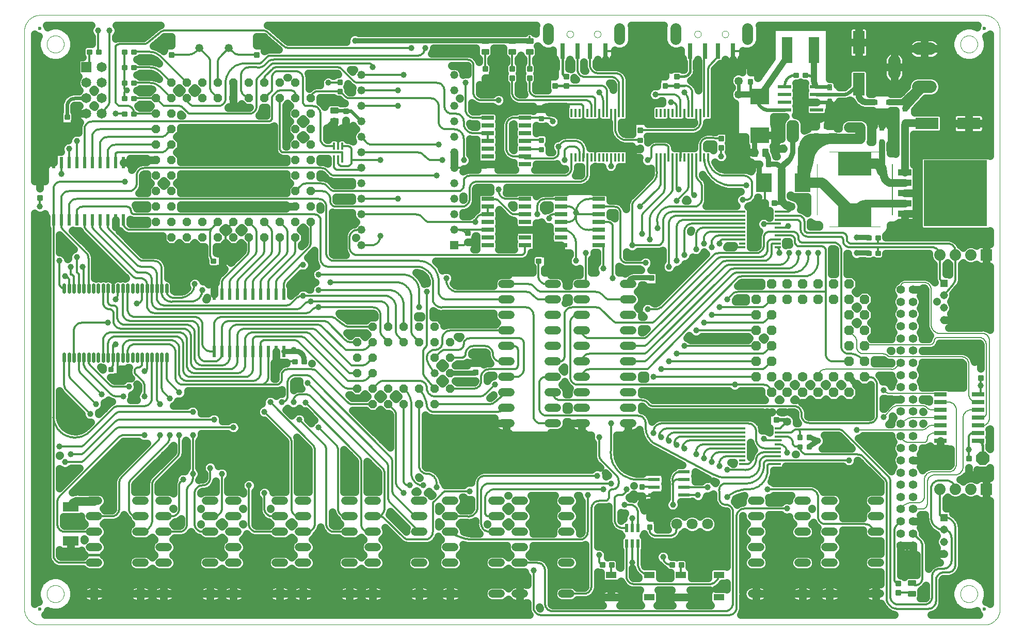
<source format=gtl>
G75*
%MOIN*%
%OFA0B0*%
%FSLAX24Y24*%
%IPPOS*%
%LPD*%
%AMOC8*
5,1,8,0,0,1.08239X$1,22.5*
%
%ADD10C,0.0000*%
%ADD11OC8,0.0520*%
%ADD12C,0.0217*%
%ADD13C,0.0520*%
%ADD14R,0.0780X0.0220*%
%ADD15R,0.0220X0.0520*%
%ADD16R,0.0520X0.0520*%
%ADD17C,0.0520*%
%ADD18R,0.0390X0.0120*%
%ADD19R,0.0137X0.0550*%
%ADD20C,0.0800*%
%ADD21R,0.0515X0.0515*%
%ADD22C,0.0515*%
%ADD23C,0.0088*%
%ADD24R,0.0709X0.0433*%
%ADD25C,0.0709*%
%ADD26R,0.0800X0.0260*%
%ADD27R,0.1500X0.0750*%
%ADD28R,0.0750X0.1500*%
%ADD29R,0.1000X0.1200*%
%ADD30R,0.1200X0.1000*%
%ADD31R,0.0669X0.1654*%
%ADD32R,0.1000X0.0600*%
%ADD33C,0.0079*%
%ADD34C,0.0236*%
%ADD35C,0.0630*%
%ADD36OC8,0.0630*%
%ADD37R,0.0220X0.0780*%
%ADD38R,0.0315X0.0984*%
%ADD39C,0.0700*%
%ADD40R,0.0866X0.0236*%
%ADD41R,0.4098X0.4252*%
%ADD42R,0.0850X0.0420*%
%ADD43R,0.0315X0.0551*%
%ADD44R,0.0315X0.0748*%
%ADD45C,0.0600*%
%ADD46C,0.0100*%
%ADD47R,0.0740X0.0740*%
%ADD48C,0.0740*%
%ADD49C,0.0554*%
%ADD50OC8,0.0850*%
%ADD51C,0.0080*%
%ADD52R,0.2165X0.1575*%
%ADD53R,0.0140X0.0460*%
%ADD54R,0.0650X0.0650*%
%ADD55C,0.0650*%
%ADD56C,0.0500*%
%ADD57C,0.0120*%
%ADD58C,0.0396*%
%ADD59C,0.0160*%
%ADD60C,0.0240*%
%ADD61C,0.0357*%
%ADD62C,0.0320*%
%ADD63C,0.0400*%
%ADD64C,0.0531*%
%ADD65C,0.0560*%
%ADD66C,0.0660*%
D10*
X000350Y001350D02*
X000350Y038720D01*
X000352Y038780D01*
X000357Y038841D01*
X000366Y038900D01*
X000379Y038959D01*
X000395Y039018D01*
X000415Y039075D01*
X000438Y039130D01*
X000465Y039185D01*
X000494Y039237D01*
X000527Y039288D01*
X000563Y039337D01*
X000601Y039383D01*
X000643Y039427D01*
X000687Y039469D01*
X000733Y039507D01*
X000782Y039543D01*
X000833Y039576D01*
X000885Y039605D01*
X000940Y039632D01*
X000995Y039655D01*
X001052Y039675D01*
X001111Y039691D01*
X001170Y039704D01*
X001229Y039713D01*
X001290Y039718D01*
X001350Y039720D01*
X062342Y039720D01*
X062402Y039718D01*
X062463Y039713D01*
X062522Y039704D01*
X062581Y039691D01*
X062640Y039675D01*
X062697Y039655D01*
X062752Y039632D01*
X062807Y039605D01*
X062859Y039576D01*
X062910Y039543D01*
X062959Y039507D01*
X063005Y039469D01*
X063049Y039427D01*
X063091Y039383D01*
X063129Y039337D01*
X063165Y039288D01*
X063198Y039237D01*
X063227Y039185D01*
X063254Y039130D01*
X063277Y039075D01*
X063297Y039018D01*
X063313Y038959D01*
X063326Y038900D01*
X063335Y038841D01*
X063340Y038780D01*
X063342Y038720D01*
X063342Y001350D01*
X063340Y001290D01*
X063335Y001229D01*
X063326Y001170D01*
X063313Y001111D01*
X063297Y001052D01*
X063277Y000995D01*
X063254Y000940D01*
X063227Y000885D01*
X063198Y000833D01*
X063165Y000782D01*
X063129Y000733D01*
X063091Y000687D01*
X063049Y000643D01*
X063005Y000601D01*
X062959Y000563D01*
X062910Y000527D01*
X062859Y000494D01*
X062807Y000465D01*
X062752Y000438D01*
X062697Y000415D01*
X062640Y000395D01*
X062581Y000379D01*
X062522Y000366D01*
X062463Y000357D01*
X062402Y000352D01*
X062342Y000350D01*
X001350Y000350D01*
X001290Y000352D01*
X001229Y000357D01*
X001170Y000366D01*
X001111Y000379D01*
X001052Y000395D01*
X000995Y000415D01*
X000940Y000438D01*
X000885Y000465D01*
X000833Y000494D01*
X000782Y000527D01*
X000733Y000563D01*
X000687Y000601D01*
X000643Y000643D01*
X000601Y000687D01*
X000563Y000733D01*
X000527Y000782D01*
X000494Y000833D01*
X000465Y000885D01*
X000438Y000940D01*
X000415Y000995D01*
X000395Y001052D01*
X000379Y001111D01*
X000366Y001170D01*
X000357Y001229D01*
X000352Y001290D01*
X000350Y001350D01*
X001799Y002350D02*
X001801Y002397D01*
X001807Y002443D01*
X001817Y002489D01*
X001830Y002534D01*
X001848Y002577D01*
X001869Y002619D01*
X001893Y002659D01*
X001921Y002696D01*
X001952Y002731D01*
X001986Y002764D01*
X002022Y002793D01*
X002061Y002819D01*
X002102Y002842D01*
X002145Y002861D01*
X002189Y002877D01*
X002234Y002889D01*
X002280Y002897D01*
X002327Y002901D01*
X002373Y002901D01*
X002420Y002897D01*
X002466Y002889D01*
X002511Y002877D01*
X002555Y002861D01*
X002598Y002842D01*
X002639Y002819D01*
X002678Y002793D01*
X002714Y002764D01*
X002748Y002731D01*
X002779Y002696D01*
X002807Y002659D01*
X002831Y002619D01*
X002852Y002577D01*
X002870Y002534D01*
X002883Y002489D01*
X002893Y002443D01*
X002899Y002397D01*
X002901Y002350D01*
X002899Y002303D01*
X002893Y002257D01*
X002883Y002211D01*
X002870Y002166D01*
X002852Y002123D01*
X002831Y002081D01*
X002807Y002041D01*
X002779Y002004D01*
X002748Y001969D01*
X002714Y001936D01*
X002678Y001907D01*
X002639Y001881D01*
X002598Y001858D01*
X002555Y001839D01*
X002511Y001823D01*
X002466Y001811D01*
X002420Y001803D01*
X002373Y001799D01*
X002327Y001799D01*
X002280Y001803D01*
X002234Y001811D01*
X002189Y001823D01*
X002145Y001839D01*
X002102Y001858D01*
X002061Y001881D01*
X002022Y001907D01*
X001986Y001936D01*
X001952Y001969D01*
X001921Y002004D01*
X001893Y002041D01*
X001869Y002081D01*
X001848Y002123D01*
X001830Y002166D01*
X001817Y002211D01*
X001807Y002257D01*
X001801Y002303D01*
X001799Y002350D01*
X001799Y037850D02*
X001801Y037897D01*
X001807Y037943D01*
X001817Y037989D01*
X001830Y038034D01*
X001848Y038077D01*
X001869Y038119D01*
X001893Y038159D01*
X001921Y038196D01*
X001952Y038231D01*
X001986Y038264D01*
X002022Y038293D01*
X002061Y038319D01*
X002102Y038342D01*
X002145Y038361D01*
X002189Y038377D01*
X002234Y038389D01*
X002280Y038397D01*
X002327Y038401D01*
X002373Y038401D01*
X002420Y038397D01*
X002466Y038389D01*
X002511Y038377D01*
X002555Y038361D01*
X002598Y038342D01*
X002639Y038319D01*
X002678Y038293D01*
X002714Y038264D01*
X002748Y038231D01*
X002779Y038196D01*
X002807Y038159D01*
X002831Y038119D01*
X002852Y038077D01*
X002870Y038034D01*
X002883Y037989D01*
X002893Y037943D01*
X002899Y037897D01*
X002901Y037850D01*
X002899Y037803D01*
X002893Y037757D01*
X002883Y037711D01*
X002870Y037666D01*
X002852Y037623D01*
X002831Y037581D01*
X002807Y037541D01*
X002779Y037504D01*
X002748Y037469D01*
X002714Y037436D01*
X002678Y037407D01*
X002639Y037381D01*
X002598Y037358D01*
X002555Y037339D01*
X002511Y037323D01*
X002466Y037311D01*
X002420Y037303D01*
X002373Y037299D01*
X002327Y037299D01*
X002280Y037303D01*
X002234Y037311D01*
X002189Y037323D01*
X002145Y037339D01*
X002102Y037358D01*
X002061Y037381D01*
X002022Y037407D01*
X001986Y037436D01*
X001952Y037469D01*
X001921Y037504D01*
X001893Y037541D01*
X001869Y037581D01*
X001848Y037623D01*
X001830Y037666D01*
X001817Y037711D01*
X001807Y037757D01*
X001801Y037803D01*
X001799Y037850D01*
X034015Y038209D02*
X034017Y038234D01*
X034023Y038258D01*
X034032Y038280D01*
X034045Y038301D01*
X034061Y038320D01*
X034080Y038336D01*
X034101Y038349D01*
X034123Y038358D01*
X034147Y038364D01*
X034172Y038366D01*
X034197Y038364D01*
X034221Y038358D01*
X034243Y038349D01*
X034264Y038336D01*
X034283Y038320D01*
X034299Y038301D01*
X034312Y038280D01*
X034321Y038258D01*
X034327Y038234D01*
X034329Y038209D01*
X034327Y038184D01*
X034321Y038160D01*
X034312Y038138D01*
X034299Y038117D01*
X034283Y038098D01*
X034264Y038082D01*
X034243Y038069D01*
X034221Y038060D01*
X034197Y038054D01*
X034172Y038052D01*
X034147Y038054D01*
X034123Y038060D01*
X034101Y038069D01*
X034080Y038082D01*
X034061Y038098D01*
X034045Y038117D01*
X034032Y038138D01*
X034023Y038160D01*
X034017Y038184D01*
X034015Y038209D01*
X034015Y038367D02*
X034017Y038392D01*
X034023Y038416D01*
X034032Y038438D01*
X034045Y038459D01*
X034061Y038478D01*
X034080Y038494D01*
X034101Y038507D01*
X034123Y038516D01*
X034147Y038522D01*
X034172Y038524D01*
X034197Y038522D01*
X034221Y038516D01*
X034243Y038507D01*
X034264Y038494D01*
X034283Y038478D01*
X034299Y038459D01*
X034312Y038438D01*
X034321Y038416D01*
X034327Y038392D01*
X034329Y038367D01*
X034327Y038342D01*
X034321Y038318D01*
X034312Y038296D01*
X034299Y038275D01*
X034283Y038256D01*
X034264Y038240D01*
X034243Y038227D01*
X034221Y038218D01*
X034197Y038212D01*
X034172Y038210D01*
X034147Y038212D01*
X034123Y038218D01*
X034101Y038227D01*
X034080Y038240D01*
X034061Y038256D01*
X034045Y038275D01*
X034032Y038296D01*
X034023Y038318D01*
X034017Y038342D01*
X034015Y038367D01*
X034015Y038682D02*
X034017Y038707D01*
X034023Y038731D01*
X034032Y038753D01*
X034045Y038774D01*
X034061Y038793D01*
X034080Y038809D01*
X034101Y038822D01*
X034123Y038831D01*
X034147Y038837D01*
X034172Y038839D01*
X034197Y038837D01*
X034221Y038831D01*
X034243Y038822D01*
X034264Y038809D01*
X034283Y038793D01*
X034299Y038774D01*
X034312Y038753D01*
X034321Y038731D01*
X034327Y038707D01*
X034329Y038682D01*
X034327Y038657D01*
X034321Y038633D01*
X034312Y038611D01*
X034299Y038590D01*
X034283Y038571D01*
X034264Y038555D01*
X034243Y038542D01*
X034221Y038533D01*
X034197Y038527D01*
X034172Y038525D01*
X034147Y038527D01*
X034123Y038533D01*
X034101Y038542D01*
X034080Y038555D01*
X034061Y038571D01*
X034045Y038590D01*
X034032Y038611D01*
X034023Y038633D01*
X034017Y038657D01*
X034015Y038682D01*
X034015Y038839D02*
X034017Y038864D01*
X034023Y038888D01*
X034032Y038910D01*
X034045Y038931D01*
X034061Y038950D01*
X034080Y038966D01*
X034101Y038979D01*
X034123Y038988D01*
X034147Y038994D01*
X034172Y038996D01*
X034197Y038994D01*
X034221Y038988D01*
X034243Y038979D01*
X034264Y038966D01*
X034283Y038950D01*
X034299Y038931D01*
X034312Y038910D01*
X034321Y038888D01*
X034327Y038864D01*
X034329Y038839D01*
X034327Y038814D01*
X034321Y038790D01*
X034312Y038768D01*
X034299Y038747D01*
X034283Y038728D01*
X034264Y038712D01*
X034243Y038699D01*
X034221Y038690D01*
X034197Y038684D01*
X034172Y038682D01*
X034147Y038684D01*
X034123Y038690D01*
X034101Y038699D01*
X034080Y038712D01*
X034061Y038728D01*
X034045Y038747D01*
X034032Y038768D01*
X034023Y038790D01*
X034017Y038814D01*
X034015Y038839D01*
X035372Y038497D02*
X035374Y038526D01*
X035380Y038554D01*
X035389Y038582D01*
X035402Y038608D01*
X035419Y038631D01*
X035438Y038653D01*
X035460Y038672D01*
X035485Y038687D01*
X035511Y038700D01*
X035539Y038708D01*
X035567Y038713D01*
X035596Y038714D01*
X035625Y038711D01*
X035653Y038704D01*
X035680Y038694D01*
X035706Y038680D01*
X035729Y038663D01*
X035750Y038643D01*
X035768Y038620D01*
X035783Y038595D01*
X035794Y038568D01*
X035802Y038540D01*
X035806Y038511D01*
X035806Y038483D01*
X035802Y038454D01*
X035794Y038426D01*
X035783Y038399D01*
X035768Y038374D01*
X035750Y038351D01*
X035729Y038331D01*
X035706Y038314D01*
X035680Y038300D01*
X035653Y038290D01*
X035625Y038283D01*
X035596Y038280D01*
X035567Y038281D01*
X035539Y038286D01*
X035511Y038294D01*
X035485Y038307D01*
X035460Y038322D01*
X035438Y038341D01*
X035419Y038363D01*
X035402Y038386D01*
X035389Y038412D01*
X035380Y038440D01*
X035374Y038468D01*
X035372Y038497D01*
X037144Y038497D02*
X037146Y038526D01*
X037152Y038554D01*
X037161Y038582D01*
X037174Y038608D01*
X037191Y038631D01*
X037210Y038653D01*
X037232Y038672D01*
X037257Y038687D01*
X037283Y038700D01*
X037311Y038708D01*
X037339Y038713D01*
X037368Y038714D01*
X037397Y038711D01*
X037425Y038704D01*
X037452Y038694D01*
X037478Y038680D01*
X037501Y038663D01*
X037522Y038643D01*
X037540Y038620D01*
X037555Y038595D01*
X037566Y038568D01*
X037574Y038540D01*
X037578Y038511D01*
X037578Y038483D01*
X037574Y038454D01*
X037566Y038426D01*
X037555Y038399D01*
X037540Y038374D01*
X037522Y038351D01*
X037501Y038331D01*
X037478Y038314D01*
X037452Y038300D01*
X037425Y038290D01*
X037397Y038283D01*
X037368Y038280D01*
X037339Y038281D01*
X037311Y038286D01*
X037283Y038294D01*
X037257Y038307D01*
X037232Y038322D01*
X037210Y038341D01*
X037191Y038363D01*
X037174Y038386D01*
X037161Y038412D01*
X037152Y038440D01*
X037146Y038468D01*
X037144Y038497D01*
X038621Y038367D02*
X038623Y038392D01*
X038629Y038416D01*
X038638Y038438D01*
X038651Y038459D01*
X038667Y038478D01*
X038686Y038494D01*
X038707Y038507D01*
X038729Y038516D01*
X038753Y038522D01*
X038778Y038524D01*
X038803Y038522D01*
X038827Y038516D01*
X038849Y038507D01*
X038870Y038494D01*
X038889Y038478D01*
X038905Y038459D01*
X038918Y038438D01*
X038927Y038416D01*
X038933Y038392D01*
X038935Y038367D01*
X038933Y038342D01*
X038927Y038318D01*
X038918Y038296D01*
X038905Y038275D01*
X038889Y038256D01*
X038870Y038240D01*
X038849Y038227D01*
X038827Y038218D01*
X038803Y038212D01*
X038778Y038210D01*
X038753Y038212D01*
X038729Y038218D01*
X038707Y038227D01*
X038686Y038240D01*
X038667Y038256D01*
X038651Y038275D01*
X038638Y038296D01*
X038629Y038318D01*
X038623Y038342D01*
X038621Y038367D01*
X038621Y038209D02*
X038623Y038234D01*
X038629Y038258D01*
X038638Y038280D01*
X038651Y038301D01*
X038667Y038320D01*
X038686Y038336D01*
X038707Y038349D01*
X038729Y038358D01*
X038753Y038364D01*
X038778Y038366D01*
X038803Y038364D01*
X038827Y038358D01*
X038849Y038349D01*
X038870Y038336D01*
X038889Y038320D01*
X038905Y038301D01*
X038918Y038280D01*
X038927Y038258D01*
X038933Y038234D01*
X038935Y038209D01*
X038933Y038184D01*
X038927Y038160D01*
X038918Y038138D01*
X038905Y038117D01*
X038889Y038098D01*
X038870Y038082D01*
X038849Y038069D01*
X038827Y038060D01*
X038803Y038054D01*
X038778Y038052D01*
X038753Y038054D01*
X038729Y038060D01*
X038707Y038069D01*
X038686Y038082D01*
X038667Y038098D01*
X038651Y038117D01*
X038638Y038138D01*
X038629Y038160D01*
X038623Y038184D01*
X038621Y038209D01*
X038621Y038682D02*
X038623Y038707D01*
X038629Y038731D01*
X038638Y038753D01*
X038651Y038774D01*
X038667Y038793D01*
X038686Y038809D01*
X038707Y038822D01*
X038729Y038831D01*
X038753Y038837D01*
X038778Y038839D01*
X038803Y038837D01*
X038827Y038831D01*
X038849Y038822D01*
X038870Y038809D01*
X038889Y038793D01*
X038905Y038774D01*
X038918Y038753D01*
X038927Y038731D01*
X038933Y038707D01*
X038935Y038682D01*
X038933Y038657D01*
X038927Y038633D01*
X038918Y038611D01*
X038905Y038590D01*
X038889Y038571D01*
X038870Y038555D01*
X038849Y038542D01*
X038827Y038533D01*
X038803Y038527D01*
X038778Y038525D01*
X038753Y038527D01*
X038729Y038533D01*
X038707Y038542D01*
X038686Y038555D01*
X038667Y038571D01*
X038651Y038590D01*
X038638Y038611D01*
X038629Y038633D01*
X038623Y038657D01*
X038621Y038682D01*
X038621Y038839D02*
X038623Y038864D01*
X038629Y038888D01*
X038638Y038910D01*
X038651Y038931D01*
X038667Y038950D01*
X038686Y038966D01*
X038707Y038979D01*
X038729Y038988D01*
X038753Y038994D01*
X038778Y038996D01*
X038803Y038994D01*
X038827Y038988D01*
X038849Y038979D01*
X038870Y038966D01*
X038889Y038950D01*
X038905Y038931D01*
X038918Y038910D01*
X038927Y038888D01*
X038933Y038864D01*
X038935Y038839D01*
X038933Y038814D01*
X038927Y038790D01*
X038918Y038768D01*
X038905Y038747D01*
X038889Y038728D01*
X038870Y038712D01*
X038849Y038699D01*
X038827Y038690D01*
X038803Y038684D01*
X038778Y038682D01*
X038753Y038684D01*
X038729Y038690D01*
X038707Y038699D01*
X038686Y038712D01*
X038667Y038728D01*
X038651Y038747D01*
X038638Y038768D01*
X038629Y038790D01*
X038623Y038814D01*
X038621Y038839D01*
X042265Y038839D02*
X042267Y038864D01*
X042273Y038888D01*
X042282Y038910D01*
X042295Y038931D01*
X042311Y038950D01*
X042330Y038966D01*
X042351Y038979D01*
X042373Y038988D01*
X042397Y038994D01*
X042422Y038996D01*
X042447Y038994D01*
X042471Y038988D01*
X042493Y038979D01*
X042514Y038966D01*
X042533Y038950D01*
X042549Y038931D01*
X042562Y038910D01*
X042571Y038888D01*
X042577Y038864D01*
X042579Y038839D01*
X042577Y038814D01*
X042571Y038790D01*
X042562Y038768D01*
X042549Y038747D01*
X042533Y038728D01*
X042514Y038712D01*
X042493Y038699D01*
X042471Y038690D01*
X042447Y038684D01*
X042422Y038682D01*
X042397Y038684D01*
X042373Y038690D01*
X042351Y038699D01*
X042330Y038712D01*
X042311Y038728D01*
X042295Y038747D01*
X042282Y038768D01*
X042273Y038790D01*
X042267Y038814D01*
X042265Y038839D01*
X042265Y038682D02*
X042267Y038707D01*
X042273Y038731D01*
X042282Y038753D01*
X042295Y038774D01*
X042311Y038793D01*
X042330Y038809D01*
X042351Y038822D01*
X042373Y038831D01*
X042397Y038837D01*
X042422Y038839D01*
X042447Y038837D01*
X042471Y038831D01*
X042493Y038822D01*
X042514Y038809D01*
X042533Y038793D01*
X042549Y038774D01*
X042562Y038753D01*
X042571Y038731D01*
X042577Y038707D01*
X042579Y038682D01*
X042577Y038657D01*
X042571Y038633D01*
X042562Y038611D01*
X042549Y038590D01*
X042533Y038571D01*
X042514Y038555D01*
X042493Y038542D01*
X042471Y038533D01*
X042447Y038527D01*
X042422Y038525D01*
X042397Y038527D01*
X042373Y038533D01*
X042351Y038542D01*
X042330Y038555D01*
X042311Y038571D01*
X042295Y038590D01*
X042282Y038611D01*
X042273Y038633D01*
X042267Y038657D01*
X042265Y038682D01*
X042265Y038367D02*
X042267Y038392D01*
X042273Y038416D01*
X042282Y038438D01*
X042295Y038459D01*
X042311Y038478D01*
X042330Y038494D01*
X042351Y038507D01*
X042373Y038516D01*
X042397Y038522D01*
X042422Y038524D01*
X042447Y038522D01*
X042471Y038516D01*
X042493Y038507D01*
X042514Y038494D01*
X042533Y038478D01*
X042549Y038459D01*
X042562Y038438D01*
X042571Y038416D01*
X042577Y038392D01*
X042579Y038367D01*
X042577Y038342D01*
X042571Y038318D01*
X042562Y038296D01*
X042549Y038275D01*
X042533Y038256D01*
X042514Y038240D01*
X042493Y038227D01*
X042471Y038218D01*
X042447Y038212D01*
X042422Y038210D01*
X042397Y038212D01*
X042373Y038218D01*
X042351Y038227D01*
X042330Y038240D01*
X042311Y038256D01*
X042295Y038275D01*
X042282Y038296D01*
X042273Y038318D01*
X042267Y038342D01*
X042265Y038367D01*
X042265Y038209D02*
X042267Y038234D01*
X042273Y038258D01*
X042282Y038280D01*
X042295Y038301D01*
X042311Y038320D01*
X042330Y038336D01*
X042351Y038349D01*
X042373Y038358D01*
X042397Y038364D01*
X042422Y038366D01*
X042447Y038364D01*
X042471Y038358D01*
X042493Y038349D01*
X042514Y038336D01*
X042533Y038320D01*
X042549Y038301D01*
X042562Y038280D01*
X042571Y038258D01*
X042577Y038234D01*
X042579Y038209D01*
X042577Y038184D01*
X042571Y038160D01*
X042562Y038138D01*
X042549Y038117D01*
X042533Y038098D01*
X042514Y038082D01*
X042493Y038069D01*
X042471Y038060D01*
X042447Y038054D01*
X042422Y038052D01*
X042397Y038054D01*
X042373Y038060D01*
X042351Y038069D01*
X042330Y038082D01*
X042311Y038098D01*
X042295Y038117D01*
X042282Y038138D01*
X042273Y038160D01*
X042267Y038184D01*
X042265Y038209D01*
X043622Y038497D02*
X043624Y038526D01*
X043630Y038554D01*
X043639Y038582D01*
X043652Y038608D01*
X043669Y038631D01*
X043688Y038653D01*
X043710Y038672D01*
X043735Y038687D01*
X043761Y038700D01*
X043789Y038708D01*
X043817Y038713D01*
X043846Y038714D01*
X043875Y038711D01*
X043903Y038704D01*
X043930Y038694D01*
X043956Y038680D01*
X043979Y038663D01*
X044000Y038643D01*
X044018Y038620D01*
X044033Y038595D01*
X044044Y038568D01*
X044052Y038540D01*
X044056Y038511D01*
X044056Y038483D01*
X044052Y038454D01*
X044044Y038426D01*
X044033Y038399D01*
X044018Y038374D01*
X044000Y038351D01*
X043979Y038331D01*
X043956Y038314D01*
X043930Y038300D01*
X043903Y038290D01*
X043875Y038283D01*
X043846Y038280D01*
X043817Y038281D01*
X043789Y038286D01*
X043761Y038294D01*
X043735Y038307D01*
X043710Y038322D01*
X043688Y038341D01*
X043669Y038363D01*
X043652Y038386D01*
X043639Y038412D01*
X043630Y038440D01*
X043624Y038468D01*
X043622Y038497D01*
X045394Y038497D02*
X045396Y038526D01*
X045402Y038554D01*
X045411Y038582D01*
X045424Y038608D01*
X045441Y038631D01*
X045460Y038653D01*
X045482Y038672D01*
X045507Y038687D01*
X045533Y038700D01*
X045561Y038708D01*
X045589Y038713D01*
X045618Y038714D01*
X045647Y038711D01*
X045675Y038704D01*
X045702Y038694D01*
X045728Y038680D01*
X045751Y038663D01*
X045772Y038643D01*
X045790Y038620D01*
X045805Y038595D01*
X045816Y038568D01*
X045824Y038540D01*
X045828Y038511D01*
X045828Y038483D01*
X045824Y038454D01*
X045816Y038426D01*
X045805Y038399D01*
X045790Y038374D01*
X045772Y038351D01*
X045751Y038331D01*
X045728Y038314D01*
X045702Y038300D01*
X045675Y038290D01*
X045647Y038283D01*
X045618Y038280D01*
X045589Y038281D01*
X045561Y038286D01*
X045533Y038294D01*
X045507Y038307D01*
X045482Y038322D01*
X045460Y038341D01*
X045441Y038363D01*
X045424Y038386D01*
X045411Y038412D01*
X045402Y038440D01*
X045396Y038468D01*
X045394Y038497D01*
X046871Y038367D02*
X046873Y038392D01*
X046879Y038416D01*
X046888Y038438D01*
X046901Y038459D01*
X046917Y038478D01*
X046936Y038494D01*
X046957Y038507D01*
X046979Y038516D01*
X047003Y038522D01*
X047028Y038524D01*
X047053Y038522D01*
X047077Y038516D01*
X047099Y038507D01*
X047120Y038494D01*
X047139Y038478D01*
X047155Y038459D01*
X047168Y038438D01*
X047177Y038416D01*
X047183Y038392D01*
X047185Y038367D01*
X047183Y038342D01*
X047177Y038318D01*
X047168Y038296D01*
X047155Y038275D01*
X047139Y038256D01*
X047120Y038240D01*
X047099Y038227D01*
X047077Y038218D01*
X047053Y038212D01*
X047028Y038210D01*
X047003Y038212D01*
X046979Y038218D01*
X046957Y038227D01*
X046936Y038240D01*
X046917Y038256D01*
X046901Y038275D01*
X046888Y038296D01*
X046879Y038318D01*
X046873Y038342D01*
X046871Y038367D01*
X046871Y038209D02*
X046873Y038234D01*
X046879Y038258D01*
X046888Y038280D01*
X046901Y038301D01*
X046917Y038320D01*
X046936Y038336D01*
X046957Y038349D01*
X046979Y038358D01*
X047003Y038364D01*
X047028Y038366D01*
X047053Y038364D01*
X047077Y038358D01*
X047099Y038349D01*
X047120Y038336D01*
X047139Y038320D01*
X047155Y038301D01*
X047168Y038280D01*
X047177Y038258D01*
X047183Y038234D01*
X047185Y038209D01*
X047183Y038184D01*
X047177Y038160D01*
X047168Y038138D01*
X047155Y038117D01*
X047139Y038098D01*
X047120Y038082D01*
X047099Y038069D01*
X047077Y038060D01*
X047053Y038054D01*
X047028Y038052D01*
X047003Y038054D01*
X046979Y038060D01*
X046957Y038069D01*
X046936Y038082D01*
X046917Y038098D01*
X046901Y038117D01*
X046888Y038138D01*
X046879Y038160D01*
X046873Y038184D01*
X046871Y038209D01*
X046871Y038682D02*
X046873Y038707D01*
X046879Y038731D01*
X046888Y038753D01*
X046901Y038774D01*
X046917Y038793D01*
X046936Y038809D01*
X046957Y038822D01*
X046979Y038831D01*
X047003Y038837D01*
X047028Y038839D01*
X047053Y038837D01*
X047077Y038831D01*
X047099Y038822D01*
X047120Y038809D01*
X047139Y038793D01*
X047155Y038774D01*
X047168Y038753D01*
X047177Y038731D01*
X047183Y038707D01*
X047185Y038682D01*
X047183Y038657D01*
X047177Y038633D01*
X047168Y038611D01*
X047155Y038590D01*
X047139Y038571D01*
X047120Y038555D01*
X047099Y038542D01*
X047077Y038533D01*
X047053Y038527D01*
X047028Y038525D01*
X047003Y038527D01*
X046979Y038533D01*
X046957Y038542D01*
X046936Y038555D01*
X046917Y038571D01*
X046901Y038590D01*
X046888Y038611D01*
X046879Y038633D01*
X046873Y038657D01*
X046871Y038682D01*
X046871Y038839D02*
X046873Y038864D01*
X046879Y038888D01*
X046888Y038910D01*
X046901Y038931D01*
X046917Y038950D01*
X046936Y038966D01*
X046957Y038979D01*
X046979Y038988D01*
X047003Y038994D01*
X047028Y038996D01*
X047053Y038994D01*
X047077Y038988D01*
X047099Y038979D01*
X047120Y038966D01*
X047139Y038950D01*
X047155Y038931D01*
X047168Y038910D01*
X047177Y038888D01*
X047183Y038864D01*
X047185Y038839D01*
X047183Y038814D01*
X047177Y038790D01*
X047168Y038768D01*
X047155Y038747D01*
X047139Y038728D01*
X047120Y038712D01*
X047099Y038699D01*
X047077Y038690D01*
X047053Y038684D01*
X047028Y038682D01*
X047003Y038684D01*
X046979Y038690D01*
X046957Y038699D01*
X046936Y038712D01*
X046917Y038728D01*
X046901Y038747D01*
X046888Y038768D01*
X046879Y038790D01*
X046873Y038814D01*
X046871Y038839D01*
X052341Y030896D02*
X055609Y030896D01*
X051554Y030109D02*
X051554Y026841D01*
X052341Y026054D02*
X055609Y026054D01*
X060799Y037850D02*
X060801Y037897D01*
X060807Y037943D01*
X060817Y037989D01*
X060830Y038034D01*
X060848Y038077D01*
X060869Y038119D01*
X060893Y038159D01*
X060921Y038196D01*
X060952Y038231D01*
X060986Y038264D01*
X061022Y038293D01*
X061061Y038319D01*
X061102Y038342D01*
X061145Y038361D01*
X061189Y038377D01*
X061234Y038389D01*
X061280Y038397D01*
X061327Y038401D01*
X061373Y038401D01*
X061420Y038397D01*
X061466Y038389D01*
X061511Y038377D01*
X061555Y038361D01*
X061598Y038342D01*
X061639Y038319D01*
X061678Y038293D01*
X061714Y038264D01*
X061748Y038231D01*
X061779Y038196D01*
X061807Y038159D01*
X061831Y038119D01*
X061852Y038077D01*
X061870Y038034D01*
X061883Y037989D01*
X061893Y037943D01*
X061899Y037897D01*
X061901Y037850D01*
X061899Y037803D01*
X061893Y037757D01*
X061883Y037711D01*
X061870Y037666D01*
X061852Y037623D01*
X061831Y037581D01*
X061807Y037541D01*
X061779Y037504D01*
X061748Y037469D01*
X061714Y037436D01*
X061678Y037407D01*
X061639Y037381D01*
X061598Y037358D01*
X061555Y037339D01*
X061511Y037323D01*
X061466Y037311D01*
X061420Y037303D01*
X061373Y037299D01*
X061327Y037299D01*
X061280Y037303D01*
X061234Y037311D01*
X061189Y037323D01*
X061145Y037339D01*
X061102Y037358D01*
X061061Y037381D01*
X061022Y037407D01*
X060986Y037436D01*
X060952Y037469D01*
X060921Y037504D01*
X060893Y037541D01*
X060869Y037581D01*
X060848Y037623D01*
X060830Y037666D01*
X060817Y037711D01*
X060807Y037757D01*
X060801Y037803D01*
X060799Y037850D01*
X060799Y002350D02*
X060801Y002397D01*
X060807Y002443D01*
X060817Y002489D01*
X060830Y002534D01*
X060848Y002577D01*
X060869Y002619D01*
X060893Y002659D01*
X060921Y002696D01*
X060952Y002731D01*
X060986Y002764D01*
X061022Y002793D01*
X061061Y002819D01*
X061102Y002842D01*
X061145Y002861D01*
X061189Y002877D01*
X061234Y002889D01*
X061280Y002897D01*
X061327Y002901D01*
X061373Y002901D01*
X061420Y002897D01*
X061466Y002889D01*
X061511Y002877D01*
X061555Y002861D01*
X061598Y002842D01*
X061639Y002819D01*
X061678Y002793D01*
X061714Y002764D01*
X061748Y002731D01*
X061779Y002696D01*
X061807Y002659D01*
X061831Y002619D01*
X061852Y002577D01*
X061870Y002534D01*
X061883Y002489D01*
X061893Y002443D01*
X061899Y002397D01*
X061901Y002350D01*
X061899Y002303D01*
X061893Y002257D01*
X061883Y002211D01*
X061870Y002166D01*
X061852Y002123D01*
X061831Y002081D01*
X061807Y002041D01*
X061779Y002004D01*
X061748Y001969D01*
X061714Y001936D01*
X061678Y001907D01*
X061639Y001881D01*
X061598Y001858D01*
X061555Y001839D01*
X061511Y001823D01*
X061466Y001811D01*
X061420Y001803D01*
X061373Y001799D01*
X061327Y001799D01*
X061280Y001803D01*
X061234Y001811D01*
X061189Y001823D01*
X061145Y001839D01*
X061102Y001858D01*
X061061Y001881D01*
X061022Y001907D01*
X060986Y001936D01*
X060952Y001969D01*
X060921Y002004D01*
X060893Y002041D01*
X060869Y002081D01*
X060848Y002123D01*
X060830Y002166D01*
X060817Y002211D01*
X060807Y002257D01*
X060801Y002303D01*
X060799Y002350D01*
D11*
X027850Y015600D03*
X026850Y015600D03*
X026850Y014600D03*
X025850Y014600D03*
X024850Y014600D03*
X024850Y015600D03*
X025850Y015600D03*
X023850Y015600D03*
X023850Y014600D03*
X022850Y014600D03*
X022850Y015600D03*
X021850Y015600D03*
X021850Y016600D03*
X022850Y016600D03*
X022850Y017600D03*
X021850Y017600D03*
X021850Y018600D03*
X022850Y018600D03*
X022850Y019600D03*
X023850Y019600D03*
X023850Y018600D03*
X024850Y018600D03*
X025850Y018600D03*
X025850Y019600D03*
X024850Y019600D03*
X026850Y019600D03*
X026850Y018600D03*
X027850Y018600D03*
X027850Y017600D03*
X026850Y017600D03*
X027850Y016600D03*
X017850Y025350D03*
X017850Y026350D03*
X018850Y026350D03*
X018850Y027350D03*
X017850Y027350D03*
X016850Y026350D03*
X016850Y025350D03*
X015850Y025350D03*
X014850Y025350D03*
X014850Y026350D03*
X015850Y026350D03*
X013850Y026350D03*
X012850Y026350D03*
X012850Y025350D03*
X013850Y025350D03*
X011850Y025350D03*
X010850Y025350D03*
X010850Y026350D03*
X011850Y026350D03*
X009850Y026350D03*
X009850Y025350D03*
X008850Y026350D03*
X008850Y027350D03*
X009850Y027350D03*
X009850Y028350D03*
X009850Y029350D03*
X009850Y030350D03*
X009850Y031350D03*
X009850Y032350D03*
X008850Y032350D03*
X008850Y031350D03*
X008850Y030350D03*
X008850Y029350D03*
X008850Y028350D03*
X008850Y033350D03*
X008850Y034350D03*
X009850Y034350D03*
X009850Y033350D03*
X010850Y034350D03*
X011850Y034350D03*
X011850Y035350D03*
X010850Y035350D03*
X009850Y035350D03*
X012850Y035350D03*
X013850Y035350D03*
X013850Y034350D03*
X012850Y034350D03*
X014850Y034350D03*
X015850Y034350D03*
X015850Y035350D03*
X014850Y035350D03*
X016850Y035350D03*
X016850Y034350D03*
X017850Y034350D03*
X018850Y034350D03*
X018850Y033350D03*
X017850Y033350D03*
X017850Y032350D03*
X018850Y032350D03*
X018850Y031350D03*
X017850Y031350D03*
X017850Y030350D03*
X018850Y030350D03*
X018850Y029350D03*
X017850Y029350D03*
X017850Y028350D03*
X018850Y028350D03*
X017850Y035350D03*
D12*
X009532Y022293D02*
X009532Y022293D01*
X009532Y021879D01*
X009532Y021879D01*
X009532Y022293D01*
X009532Y022095D02*
X009532Y022095D01*
X009217Y022293D02*
X009217Y022293D01*
X009217Y021879D01*
X009217Y021879D01*
X009217Y022293D01*
X009217Y022095D02*
X009217Y022095D01*
X008902Y022293D02*
X008902Y022293D01*
X008902Y021879D01*
X008902Y021879D01*
X008902Y022293D01*
X008902Y022095D02*
X008902Y022095D01*
X008587Y022293D02*
X008587Y022293D01*
X008587Y021879D01*
X008587Y021879D01*
X008587Y022293D01*
X008587Y022095D02*
X008587Y022095D01*
X008272Y022293D02*
X008272Y022293D01*
X008272Y021879D01*
X008272Y021879D01*
X008272Y022293D01*
X008272Y022095D02*
X008272Y022095D01*
X007957Y022293D02*
X007957Y022293D01*
X007957Y021879D01*
X007957Y021879D01*
X007957Y022293D01*
X007957Y022095D02*
X007957Y022095D01*
X007642Y022293D02*
X007642Y022293D01*
X007642Y021879D01*
X007642Y021879D01*
X007642Y022293D01*
X007642Y022095D02*
X007642Y022095D01*
X007327Y022293D02*
X007327Y022293D01*
X007327Y021879D01*
X007327Y021879D01*
X007327Y022293D01*
X007327Y022095D02*
X007327Y022095D01*
X007012Y022293D02*
X007012Y022293D01*
X007012Y021879D01*
X007012Y021879D01*
X007012Y022293D01*
X007012Y022095D02*
X007012Y022095D01*
X006697Y022293D02*
X006697Y022293D01*
X006697Y021879D01*
X006697Y021879D01*
X006697Y022293D01*
X006697Y022095D02*
X006697Y022095D01*
X006382Y022293D02*
X006382Y022293D01*
X006382Y021879D01*
X006382Y021879D01*
X006382Y022293D01*
X006382Y022095D02*
X006382Y022095D01*
X006068Y022293D02*
X006068Y022293D01*
X006068Y021879D01*
X006068Y021879D01*
X006068Y022293D01*
X006068Y022095D02*
X006068Y022095D01*
X005753Y022293D02*
X005753Y022293D01*
X005753Y021879D01*
X005753Y021879D01*
X005753Y022293D01*
X005753Y022095D02*
X005753Y022095D01*
X005438Y022293D02*
X005438Y022293D01*
X005438Y021879D01*
X005438Y021879D01*
X005438Y022293D01*
X005438Y022095D02*
X005438Y022095D01*
X005123Y022293D02*
X005123Y022293D01*
X005123Y021879D01*
X005123Y021879D01*
X005123Y022293D01*
X005123Y022095D02*
X005123Y022095D01*
X004808Y022293D02*
X004808Y022293D01*
X004808Y021879D01*
X004808Y021879D01*
X004808Y022293D01*
X004808Y022095D02*
X004808Y022095D01*
X004493Y022293D02*
X004493Y022293D01*
X004493Y021879D01*
X004493Y021879D01*
X004493Y022293D01*
X004493Y022095D02*
X004493Y022095D01*
X004178Y022293D02*
X004178Y022293D01*
X004178Y021879D01*
X004178Y021879D01*
X004178Y022293D01*
X004178Y022095D02*
X004178Y022095D01*
X003863Y022293D02*
X003863Y022293D01*
X003863Y021879D01*
X003863Y021879D01*
X003863Y022293D01*
X003863Y022095D02*
X003863Y022095D01*
X003548Y022293D02*
X003548Y022293D01*
X003548Y021879D01*
X003548Y021879D01*
X003548Y022293D01*
X003548Y022095D02*
X003548Y022095D01*
X003233Y022293D02*
X003233Y022293D01*
X003233Y021879D01*
X003233Y021879D01*
X003233Y022293D01*
X003233Y022095D02*
X003233Y022095D01*
X002918Y022293D02*
X002918Y022293D01*
X002918Y021879D01*
X002918Y021879D01*
X002918Y022293D01*
X002918Y022095D02*
X002918Y022095D01*
X002918Y017407D02*
X002918Y017407D01*
X002918Y017821D01*
X002918Y017821D01*
X002918Y017407D01*
X002918Y017623D02*
X002918Y017623D01*
X003233Y017407D02*
X003233Y017407D01*
X003233Y017821D01*
X003233Y017821D01*
X003233Y017407D01*
X003233Y017623D02*
X003233Y017623D01*
X003548Y017407D02*
X003548Y017407D01*
X003548Y017821D01*
X003548Y017821D01*
X003548Y017407D01*
X003548Y017623D02*
X003548Y017623D01*
X003863Y017407D02*
X003863Y017407D01*
X003863Y017821D01*
X003863Y017821D01*
X003863Y017407D01*
X003863Y017623D02*
X003863Y017623D01*
X004178Y017407D02*
X004178Y017407D01*
X004178Y017821D01*
X004178Y017821D01*
X004178Y017407D01*
X004178Y017623D02*
X004178Y017623D01*
X004493Y017407D02*
X004493Y017407D01*
X004493Y017821D01*
X004493Y017821D01*
X004493Y017407D01*
X004493Y017623D02*
X004493Y017623D01*
X004808Y017407D02*
X004808Y017407D01*
X004808Y017821D01*
X004808Y017821D01*
X004808Y017407D01*
X004808Y017623D02*
X004808Y017623D01*
X005123Y017407D02*
X005123Y017407D01*
X005123Y017821D01*
X005123Y017821D01*
X005123Y017407D01*
X005123Y017623D02*
X005123Y017623D01*
X005438Y017407D02*
X005438Y017407D01*
X005438Y017821D01*
X005438Y017821D01*
X005438Y017407D01*
X005438Y017623D02*
X005438Y017623D01*
X005753Y017407D02*
X005753Y017407D01*
X005753Y017821D01*
X005753Y017821D01*
X005753Y017407D01*
X005753Y017623D02*
X005753Y017623D01*
X006068Y017407D02*
X006068Y017407D01*
X006068Y017821D01*
X006068Y017821D01*
X006068Y017407D01*
X006068Y017623D02*
X006068Y017623D01*
X006382Y017407D02*
X006382Y017407D01*
X006382Y017821D01*
X006382Y017821D01*
X006382Y017407D01*
X006382Y017623D02*
X006382Y017623D01*
X006697Y017407D02*
X006697Y017407D01*
X006697Y017821D01*
X006697Y017821D01*
X006697Y017407D01*
X006697Y017623D02*
X006697Y017623D01*
X007012Y017407D02*
X007012Y017407D01*
X007012Y017821D01*
X007012Y017821D01*
X007012Y017407D01*
X007012Y017623D02*
X007012Y017623D01*
X007327Y017407D02*
X007327Y017407D01*
X007327Y017821D01*
X007327Y017821D01*
X007327Y017407D01*
X007327Y017623D02*
X007327Y017623D01*
X007642Y017407D02*
X007642Y017407D01*
X007642Y017821D01*
X007642Y017821D01*
X007642Y017407D01*
X007642Y017623D02*
X007642Y017623D01*
X007957Y017407D02*
X007957Y017407D01*
X007957Y017821D01*
X007957Y017821D01*
X007957Y017407D01*
X007957Y017623D02*
X007957Y017623D01*
X008272Y017407D02*
X008272Y017407D01*
X008272Y017821D01*
X008272Y017821D01*
X008272Y017407D01*
X008272Y017623D02*
X008272Y017623D01*
X008587Y017407D02*
X008587Y017407D01*
X008587Y017821D01*
X008587Y017821D01*
X008587Y017407D01*
X008587Y017623D02*
X008587Y017623D01*
X008902Y017407D02*
X008902Y017407D01*
X008902Y017821D01*
X008902Y017821D01*
X008902Y017407D01*
X008902Y017623D02*
X008902Y017623D01*
X009217Y017407D02*
X009217Y017407D01*
X009217Y017821D01*
X009217Y017821D01*
X009217Y017407D01*
X009217Y017623D02*
X009217Y017623D01*
X009532Y017407D02*
X009532Y017407D01*
X009532Y017821D01*
X009532Y017821D01*
X009532Y017407D01*
X009532Y017623D02*
X009532Y017623D01*
D13*
X009610Y008350D02*
X009090Y008350D01*
X008110Y008350D02*
X007590Y008350D01*
X007590Y007350D02*
X008110Y007350D01*
X009090Y007350D02*
X009610Y007350D01*
X009610Y006350D02*
X009090Y006350D01*
X008110Y006350D02*
X007590Y006350D01*
X009090Y005350D02*
X009610Y005350D01*
X009610Y004350D02*
X009090Y004350D01*
X008110Y004350D02*
X007590Y004350D01*
X005110Y004350D02*
X004590Y004350D01*
X004590Y005350D02*
X005110Y005350D01*
X005110Y006350D02*
X004590Y006350D01*
X004590Y007350D02*
X005110Y007350D01*
X005110Y008350D02*
X004590Y008350D01*
X012090Y008350D02*
X012610Y008350D01*
X013590Y008350D02*
X014110Y008350D01*
X014110Y007350D02*
X013590Y007350D01*
X012610Y007350D02*
X012090Y007350D01*
X012090Y006350D02*
X012610Y006350D01*
X013590Y006350D02*
X014110Y006350D01*
X014110Y005350D02*
X013590Y005350D01*
X013590Y004350D02*
X014110Y004350D01*
X012610Y004350D02*
X012090Y004350D01*
X012090Y002350D02*
X012610Y002350D01*
X013590Y002350D02*
X014110Y002350D01*
X016590Y002350D02*
X017110Y002350D01*
X018090Y002350D02*
X018610Y002350D01*
X018610Y004350D02*
X018090Y004350D01*
X017110Y004350D02*
X016590Y004350D01*
X018090Y005350D02*
X018610Y005350D01*
X018610Y006350D02*
X018090Y006350D01*
X017110Y006350D02*
X016590Y006350D01*
X016590Y007350D02*
X017110Y007350D01*
X018090Y007350D02*
X018610Y007350D01*
X018610Y008350D02*
X018090Y008350D01*
X017110Y008350D02*
X016590Y008350D01*
X021090Y008350D02*
X021610Y008350D01*
X022590Y008350D02*
X023110Y008350D01*
X023110Y007350D02*
X022590Y007350D01*
X021610Y007350D02*
X021090Y007350D01*
X021090Y006350D02*
X021610Y006350D01*
X022590Y006350D02*
X023110Y006350D01*
X023110Y005350D02*
X022590Y005350D01*
X022590Y004350D02*
X023110Y004350D01*
X021610Y004350D02*
X021090Y004350D01*
X021090Y002350D02*
X021610Y002350D01*
X022590Y002350D02*
X023110Y002350D01*
X025590Y002350D02*
X026110Y002350D01*
X027590Y002350D02*
X028110Y002350D01*
X028110Y004350D02*
X027590Y004350D01*
X027590Y005350D02*
X028110Y005350D01*
X028110Y006350D02*
X027590Y006350D01*
X027590Y007350D02*
X028110Y007350D01*
X028110Y008350D02*
X027590Y008350D01*
X026110Y008350D02*
X025590Y008350D01*
X025590Y007350D02*
X026110Y007350D01*
X026110Y006350D02*
X025590Y006350D01*
X025590Y004350D02*
X026110Y004350D01*
X030590Y004350D02*
X031110Y004350D01*
X032090Y004350D02*
X032610Y004350D01*
X032610Y005350D02*
X032090Y005350D01*
X032090Y006350D02*
X032610Y006350D01*
X032610Y007350D02*
X032090Y007350D01*
X031110Y007350D02*
X030590Y007350D01*
X030590Y008350D02*
X031110Y008350D01*
X032090Y008350D02*
X032610Y008350D01*
X035090Y008350D02*
X035610Y008350D01*
X035610Y007350D02*
X035090Y007350D01*
X035090Y006350D02*
X035610Y006350D01*
X035610Y004350D02*
X035090Y004350D01*
X035090Y002350D02*
X035610Y002350D01*
X032610Y002350D02*
X032090Y002350D01*
X031110Y002350D02*
X030590Y002350D01*
X030590Y006350D02*
X031110Y006350D01*
X031215Y013350D02*
X031735Y013350D01*
X031735Y014350D02*
X031215Y014350D01*
X031215Y015350D02*
X031735Y015350D01*
X031735Y016350D02*
X031215Y016350D01*
X031215Y017350D02*
X031735Y017350D01*
X031735Y018350D02*
X031215Y018350D01*
X031215Y019350D02*
X031735Y019350D01*
X031735Y020350D02*
X031215Y020350D01*
X031215Y021350D02*
X031735Y021350D01*
X031735Y022350D02*
X031215Y022350D01*
X034215Y022350D02*
X034735Y022350D01*
X036090Y022350D02*
X036610Y022350D01*
X036610Y021350D02*
X036090Y021350D01*
X036090Y020350D02*
X036610Y020350D01*
X036610Y019350D02*
X036090Y019350D01*
X036090Y018350D02*
X036610Y018350D01*
X036610Y017350D02*
X036090Y017350D01*
X034735Y017350D02*
X034215Y017350D01*
X034215Y018350D02*
X034735Y018350D01*
X034735Y019350D02*
X034215Y019350D01*
X034215Y020350D02*
X034735Y020350D01*
X034735Y021350D02*
X034215Y021350D01*
X039090Y021350D02*
X039610Y021350D01*
X039610Y020350D02*
X039090Y020350D01*
X039090Y019350D02*
X039610Y019350D01*
X039610Y018350D02*
X039090Y018350D01*
X039090Y017350D02*
X039610Y017350D01*
X039610Y016350D02*
X039090Y016350D01*
X039090Y015350D02*
X039610Y015350D01*
X039610Y014350D02*
X039090Y014350D01*
X039090Y013350D02*
X039610Y013350D01*
X036610Y013350D02*
X036090Y013350D01*
X036090Y014350D02*
X036610Y014350D01*
X036610Y015350D02*
X036090Y015350D01*
X036090Y016350D02*
X036610Y016350D01*
X034735Y016350D02*
X034215Y016350D01*
X034215Y015350D02*
X034735Y015350D01*
X034735Y014350D02*
X034215Y014350D01*
X034215Y013350D02*
X034735Y013350D01*
X039090Y022350D02*
X039610Y022350D01*
X047340Y008350D02*
X047860Y008350D01*
X047860Y007350D02*
X047340Y007350D01*
X047340Y006350D02*
X047860Y006350D01*
X047860Y005350D02*
X047340Y005350D01*
X047340Y004350D02*
X047860Y004350D01*
X047860Y002350D02*
X047340Y002350D01*
X050340Y002350D02*
X050860Y002350D01*
X052090Y002350D02*
X052610Y002350D01*
X052610Y004350D02*
X052090Y004350D01*
X052090Y005350D02*
X052610Y005350D01*
X052610Y006350D02*
X052090Y006350D01*
X050860Y006350D02*
X050340Y006350D01*
X050340Y007350D02*
X050860Y007350D01*
X050860Y008350D02*
X050340Y008350D01*
X052090Y008350D02*
X052610Y008350D01*
X052610Y007350D02*
X052090Y007350D01*
X055090Y007350D02*
X055610Y007350D01*
X055610Y008350D02*
X055090Y008350D01*
X055090Y006350D02*
X055610Y006350D01*
X055610Y004350D02*
X055090Y004350D01*
X055090Y002350D02*
X055610Y002350D01*
X050860Y004350D02*
X050340Y004350D01*
X009610Y002350D02*
X009090Y002350D01*
X008110Y002350D02*
X007590Y002350D01*
X005110Y002350D02*
X004590Y002350D01*
D14*
X041005Y008725D03*
X041005Y009225D03*
X041005Y009725D03*
X041005Y010225D03*
X042945Y010225D03*
X042945Y009725D03*
X042945Y009225D03*
X042945Y008725D03*
D15*
X039970Y006600D03*
X039600Y006600D03*
X039230Y006600D03*
X039230Y005600D03*
X039600Y005600D03*
X039970Y005600D03*
D16*
X028100Y024850D03*
D17*
X028100Y025850D03*
X028100Y026850D03*
X028100Y027850D03*
X028100Y028850D03*
X028100Y029850D03*
X028100Y030850D03*
X028100Y031850D03*
X028100Y032850D03*
X028100Y033850D03*
X028100Y034850D03*
X028100Y035850D03*
X022100Y035850D03*
X022100Y034850D03*
X022100Y033850D03*
X022100Y032850D03*
X022100Y031850D03*
X022100Y030850D03*
X022100Y029850D03*
X022100Y028850D03*
X022100Y027850D03*
X022100Y026850D03*
X022100Y025850D03*
X022100Y024850D03*
X026850Y016600D03*
X013550Y037600D03*
X011650Y037600D03*
D18*
X046701Y027021D03*
X046701Y026765D03*
X046701Y026509D03*
X046701Y026254D03*
X046701Y025998D03*
X046701Y025742D03*
X046701Y025486D03*
X046701Y025230D03*
X046701Y024974D03*
X046701Y024718D03*
X048999Y024718D03*
X048999Y024974D03*
X048999Y025230D03*
X048999Y025486D03*
X048999Y025742D03*
X048999Y025998D03*
X048999Y026254D03*
X048999Y026509D03*
X048999Y026765D03*
X048999Y027021D03*
X048999Y013021D03*
X048999Y012765D03*
X048999Y012509D03*
X048999Y012254D03*
X048999Y011998D03*
X048999Y011742D03*
X048999Y011486D03*
X048999Y011230D03*
X048999Y010974D03*
X048999Y010718D03*
X046701Y010718D03*
X046701Y010974D03*
X046701Y011230D03*
X046701Y011486D03*
X046701Y011742D03*
X046701Y011998D03*
X046701Y012254D03*
X046701Y012509D03*
X046701Y012765D03*
X046701Y013021D03*
D19*
X044513Y030536D03*
X044257Y030536D03*
X044002Y030536D03*
X043746Y030536D03*
X043490Y030536D03*
X043234Y030536D03*
X042978Y030536D03*
X042722Y030536D03*
X042466Y030536D03*
X042210Y030536D03*
X041954Y030536D03*
X041698Y030536D03*
X041443Y030536D03*
X041187Y030536D03*
X039013Y030536D03*
X038757Y030536D03*
X038502Y030536D03*
X038246Y030536D03*
X037990Y030536D03*
X037734Y030536D03*
X037478Y030536D03*
X037222Y030536D03*
X036966Y030536D03*
X036710Y030536D03*
X036454Y030536D03*
X036198Y030536D03*
X035943Y030536D03*
X035687Y030536D03*
X035687Y033414D03*
X035943Y033414D03*
X036198Y033414D03*
X036454Y033414D03*
X036710Y033414D03*
X036966Y033414D03*
X037222Y033414D03*
X037478Y033414D03*
X037734Y033414D03*
X037990Y033414D03*
X038246Y033414D03*
X038502Y033414D03*
X038757Y033414D03*
X039013Y033414D03*
X041187Y033414D03*
X041443Y033414D03*
X041698Y033414D03*
X041954Y033414D03*
X042210Y033414D03*
X042466Y033414D03*
X042722Y033414D03*
X042978Y033414D03*
X043234Y033414D03*
X043490Y033414D03*
X043746Y033414D03*
X044002Y033414D03*
X044257Y033414D03*
X044513Y033414D03*
D20*
X056525Y035950D02*
X056525Y036750D01*
X058075Y037550D02*
X058875Y037550D01*
X058875Y035100D02*
X058075Y035100D01*
D21*
X059725Y022406D03*
X059725Y007281D03*
D22*
X059725Y006494D03*
X059725Y005706D03*
X059725Y004919D03*
X059725Y020044D03*
X059725Y020831D03*
X059725Y021619D03*
D23*
X055594Y024481D02*
X055332Y024481D01*
X055594Y024481D02*
X055594Y024219D01*
X055332Y024219D01*
X055332Y024481D01*
X055332Y024306D02*
X055594Y024306D01*
X055594Y024393D02*
X055332Y024393D01*
X055332Y024480D02*
X055594Y024480D01*
X054994Y024481D02*
X054732Y024481D01*
X054994Y024481D02*
X054994Y024219D01*
X054732Y024219D01*
X054732Y024481D01*
X054732Y024306D02*
X054994Y024306D01*
X054994Y024393D02*
X054732Y024393D01*
X054732Y024480D02*
X054994Y024480D01*
X054994Y025481D02*
X054732Y025481D01*
X054994Y025481D02*
X054994Y025219D01*
X054732Y025219D01*
X054732Y025481D01*
X054732Y025306D02*
X054994Y025306D01*
X054994Y025393D02*
X054732Y025393D01*
X054732Y025480D02*
X054994Y025480D01*
X055332Y025481D02*
X055594Y025481D01*
X055594Y025219D01*
X055332Y025219D01*
X055332Y025481D01*
X055332Y025306D02*
X055594Y025306D01*
X055594Y025393D02*
X055332Y025393D01*
X055332Y025480D02*
X055594Y025480D01*
X048906Y027469D02*
X048644Y027469D01*
X048644Y027731D01*
X048906Y027731D01*
X048906Y027469D01*
X048906Y027556D02*
X048644Y027556D01*
X048644Y027643D02*
X048906Y027643D01*
X048906Y027730D02*
X048644Y027730D01*
X048306Y027469D02*
X048044Y027469D01*
X048044Y027731D01*
X048306Y027731D01*
X048306Y027469D01*
X048306Y027556D02*
X048044Y027556D01*
X048044Y027643D02*
X048306Y027643D01*
X048306Y027730D02*
X048044Y027730D01*
X047931Y029969D02*
X047669Y029969D01*
X047669Y030231D01*
X047931Y030231D01*
X047931Y029969D01*
X047931Y030056D02*
X047669Y030056D01*
X047669Y030143D02*
X047931Y030143D01*
X047931Y030230D02*
X047669Y030230D01*
X048269Y029969D02*
X048531Y029969D01*
X048269Y029969D02*
X048269Y030231D01*
X048531Y030231D01*
X048531Y029969D01*
X048531Y030056D02*
X048269Y030056D01*
X048269Y030143D02*
X048531Y030143D01*
X048531Y030230D02*
X048269Y030230D01*
X045219Y031044D02*
X045219Y031306D01*
X045481Y031306D01*
X045481Y031044D01*
X045219Y031044D01*
X045219Y031131D02*
X045481Y031131D01*
X045481Y031218D02*
X045219Y031218D01*
X045219Y031305D02*
X045481Y031305D01*
X045219Y031644D02*
X045219Y031906D01*
X045481Y031906D01*
X045481Y031644D01*
X045219Y031644D01*
X045219Y031731D02*
X045481Y031731D01*
X045481Y031818D02*
X045219Y031818D01*
X045219Y031905D02*
X045481Y031905D01*
X047094Y035294D02*
X047094Y035556D01*
X047356Y035556D01*
X047356Y035294D01*
X047094Y035294D01*
X047094Y035381D02*
X047356Y035381D01*
X047356Y035468D02*
X047094Y035468D01*
X047094Y035555D02*
X047356Y035555D01*
X047094Y035894D02*
X047094Y036156D01*
X047356Y036156D01*
X047356Y035894D01*
X047094Y035894D01*
X047094Y035981D02*
X047356Y035981D01*
X047356Y036068D02*
X047094Y036068D01*
X047094Y036155D02*
X047356Y036155D01*
X050044Y035719D02*
X050306Y035719D01*
X050044Y035719D02*
X050044Y035981D01*
X050306Y035981D01*
X050306Y035719D01*
X050306Y035806D02*
X050044Y035806D01*
X050044Y035893D02*
X050306Y035893D01*
X050306Y035980D02*
X050044Y035980D01*
X050644Y035719D02*
X050906Y035719D01*
X050644Y035719D02*
X050644Y035981D01*
X050906Y035981D01*
X050906Y035719D01*
X050906Y035806D02*
X050644Y035806D01*
X050644Y035893D02*
X050906Y035893D01*
X050906Y035980D02*
X050644Y035980D01*
X051344Y032656D02*
X051344Y032394D01*
X051344Y032656D02*
X051606Y032656D01*
X051606Y032394D01*
X051344Y032394D01*
X051344Y032481D02*
X051606Y032481D01*
X051606Y032568D02*
X051344Y032568D01*
X051344Y032655D02*
X051606Y032655D01*
X051344Y032056D02*
X051344Y031794D01*
X051344Y032056D02*
X051606Y032056D01*
X051606Y031794D01*
X051344Y031794D01*
X051344Y031881D02*
X051606Y031881D01*
X051606Y031968D02*
X051344Y031968D01*
X051344Y032055D02*
X051606Y032055D01*
X042606Y035044D02*
X042606Y035306D01*
X042606Y035044D02*
X042344Y035044D01*
X042344Y035306D01*
X042606Y035306D01*
X042606Y035131D02*
X042344Y035131D01*
X042344Y035218D02*
X042606Y035218D01*
X042606Y035305D02*
X042344Y035305D01*
X042606Y035644D02*
X042606Y035906D01*
X042606Y035644D02*
X042344Y035644D01*
X042344Y035906D01*
X042606Y035906D01*
X042606Y035731D02*
X042344Y035731D01*
X042344Y035818D02*
X042606Y035818D01*
X042606Y035905D02*
X042344Y035905D01*
X041594Y035906D02*
X041594Y035644D01*
X041594Y035906D02*
X041856Y035906D01*
X041856Y035644D01*
X041594Y035644D01*
X041594Y035731D02*
X041856Y035731D01*
X041856Y035818D02*
X041594Y035818D01*
X041594Y035905D02*
X041856Y035905D01*
X041594Y035306D02*
X041594Y035044D01*
X041594Y035306D02*
X041856Y035306D01*
X041856Y035044D01*
X041594Y035044D01*
X041594Y035131D02*
X041856Y035131D01*
X041856Y035218D02*
X041594Y035218D01*
X041594Y035305D02*
X041856Y035305D01*
X039969Y033031D02*
X039969Y032769D01*
X039969Y033031D02*
X040231Y033031D01*
X040231Y032769D01*
X039969Y032769D01*
X039969Y032856D02*
X040231Y032856D01*
X040231Y032943D02*
X039969Y032943D01*
X039969Y033030D02*
X040231Y033030D01*
X039969Y032431D02*
X039969Y032169D01*
X039969Y032431D02*
X040231Y032431D01*
X040231Y032169D01*
X039969Y032169D01*
X039969Y032256D02*
X040231Y032256D01*
X040231Y032343D02*
X039969Y032343D01*
X039969Y032430D02*
X040231Y032430D01*
X040231Y031781D02*
X040231Y031519D01*
X039969Y031519D01*
X039969Y031781D01*
X040231Y031781D01*
X040231Y031606D02*
X039969Y031606D01*
X039969Y031693D02*
X040231Y031693D01*
X040231Y031780D02*
X039969Y031780D01*
X040231Y031181D02*
X040231Y030919D01*
X039969Y030919D01*
X039969Y031181D01*
X040231Y031181D01*
X040231Y031006D02*
X039969Y031006D01*
X039969Y031093D02*
X040231Y031093D01*
X040231Y031180D02*
X039969Y031180D01*
X035481Y035044D02*
X035481Y035306D01*
X035481Y035044D02*
X035219Y035044D01*
X035219Y035306D01*
X035481Y035306D01*
X035481Y035131D02*
X035219Y035131D01*
X035219Y035218D02*
X035481Y035218D01*
X035481Y035305D02*
X035219Y035305D01*
X035481Y035644D02*
X035481Y035906D01*
X035481Y035644D02*
X035219Y035644D01*
X035219Y035906D01*
X035481Y035906D01*
X035481Y035731D02*
X035219Y035731D01*
X035219Y035818D02*
X035481Y035818D01*
X035481Y035905D02*
X035219Y035905D01*
X034469Y035906D02*
X034469Y035644D01*
X034469Y035906D02*
X034731Y035906D01*
X034731Y035644D01*
X034469Y035644D01*
X034469Y035731D02*
X034731Y035731D01*
X034731Y035818D02*
X034469Y035818D01*
X034469Y035905D02*
X034731Y035905D01*
X034469Y035306D02*
X034469Y035044D01*
X034469Y035306D02*
X034731Y035306D01*
X034731Y035044D01*
X034469Y035044D01*
X034469Y035131D02*
X034731Y035131D01*
X034731Y035218D02*
X034469Y035218D01*
X034469Y035305D02*
X034731Y035305D01*
X033106Y035544D02*
X033106Y035806D01*
X033106Y035544D02*
X032844Y035544D01*
X032844Y035806D01*
X033106Y035806D01*
X033106Y035631D02*
X032844Y035631D01*
X032844Y035718D02*
X033106Y035718D01*
X033106Y035805D02*
X032844Y035805D01*
X033106Y036144D02*
X033106Y036406D01*
X033106Y036144D02*
X032844Y036144D01*
X032844Y036406D01*
X033106Y036406D01*
X033106Y036231D02*
X032844Y036231D01*
X032844Y036318D02*
X033106Y036318D01*
X033106Y036405D02*
X032844Y036405D01*
X031981Y036406D02*
X031981Y036144D01*
X031719Y036144D01*
X031719Y036406D01*
X031981Y036406D01*
X031981Y036231D02*
X031719Y036231D01*
X031719Y036318D02*
X031981Y036318D01*
X031981Y036405D02*
X031719Y036405D01*
X031981Y035806D02*
X031981Y035544D01*
X031719Y035544D01*
X031719Y035806D01*
X031981Y035806D01*
X031981Y035631D02*
X031719Y035631D01*
X031719Y035718D02*
X031981Y035718D01*
X031981Y035805D02*
X031719Y035805D01*
X030231Y035806D02*
X030231Y035544D01*
X029969Y035544D01*
X029969Y035806D01*
X030231Y035806D01*
X030231Y035631D02*
X029969Y035631D01*
X029969Y035718D02*
X030231Y035718D01*
X030231Y035805D02*
X029969Y035805D01*
X030231Y036144D02*
X030231Y036406D01*
X030231Y036144D02*
X029969Y036144D01*
X029969Y036406D01*
X030231Y036406D01*
X030231Y036231D02*
X029969Y036231D01*
X029969Y036318D02*
X030231Y036318D01*
X030231Y036405D02*
X029969Y036405D01*
X029894Y037244D02*
X029894Y037506D01*
X030306Y037506D01*
X030306Y037244D01*
X029894Y037244D01*
X029894Y037331D02*
X030306Y037331D01*
X030306Y037418D02*
X029894Y037418D01*
X029894Y037505D02*
X030306Y037505D01*
X029894Y037944D02*
X029894Y038206D01*
X030306Y038206D01*
X030306Y037944D01*
X029894Y037944D01*
X029894Y038031D02*
X030306Y038031D01*
X030306Y038118D02*
X029894Y038118D01*
X029894Y038205D02*
X030306Y038205D01*
X031644Y038206D02*
X031644Y037944D01*
X031644Y038206D02*
X032056Y038206D01*
X032056Y037944D01*
X031644Y037944D01*
X031644Y038031D02*
X032056Y038031D01*
X032056Y038118D02*
X031644Y038118D01*
X031644Y038205D02*
X032056Y038205D01*
X032769Y038206D02*
X032769Y037944D01*
X032769Y038206D02*
X033181Y038206D01*
X033181Y037944D01*
X032769Y037944D01*
X032769Y038031D02*
X033181Y038031D01*
X033181Y038118D02*
X032769Y038118D01*
X032769Y038205D02*
X033181Y038205D01*
X032769Y037506D02*
X032769Y037244D01*
X032769Y037506D02*
X033181Y037506D01*
X033181Y037244D01*
X032769Y037244D01*
X032769Y037331D02*
X033181Y037331D01*
X033181Y037418D02*
X032769Y037418D01*
X032769Y037505D02*
X033181Y037505D01*
X031644Y037506D02*
X031644Y037244D01*
X031644Y037506D02*
X032056Y037506D01*
X032056Y037244D01*
X031644Y037244D01*
X031644Y037331D02*
X032056Y037331D01*
X032056Y037418D02*
X031644Y037418D01*
X031644Y037505D02*
X032056Y037505D01*
X033594Y033781D02*
X033594Y033519D01*
X033594Y033781D02*
X033856Y033781D01*
X033856Y033519D01*
X033594Y033519D01*
X033594Y033606D02*
X033856Y033606D01*
X033856Y033693D02*
X033594Y033693D01*
X033594Y033780D02*
X033856Y033780D01*
X033594Y033181D02*
X033594Y032919D01*
X033594Y033181D02*
X033856Y033181D01*
X033856Y032919D01*
X033594Y032919D01*
X033594Y033006D02*
X033856Y033006D01*
X033856Y033093D02*
X033594Y033093D01*
X033594Y033180D02*
X033856Y033180D01*
X033594Y031781D02*
X033594Y031519D01*
X033594Y031781D02*
X033856Y031781D01*
X033856Y031519D01*
X033594Y031519D01*
X033594Y031606D02*
X033856Y031606D01*
X033856Y031693D02*
X033594Y031693D01*
X033594Y031780D02*
X033856Y031780D01*
X033594Y031181D02*
X033594Y030919D01*
X033594Y031181D02*
X033856Y031181D01*
X033856Y030919D01*
X033594Y030919D01*
X033594Y031006D02*
X033856Y031006D01*
X033856Y031093D02*
X033594Y031093D01*
X033594Y031180D02*
X033856Y031180D01*
X029106Y025781D02*
X029106Y025519D01*
X028844Y025519D01*
X028844Y025781D01*
X029106Y025781D01*
X029106Y025606D02*
X028844Y025606D01*
X028844Y025693D02*
X029106Y025693D01*
X029106Y025780D02*
X028844Y025780D01*
X029106Y025181D02*
X029106Y024919D01*
X028844Y024919D01*
X028844Y025181D01*
X029106Y025181D01*
X029106Y025006D02*
X028844Y025006D01*
X028844Y025093D02*
X029106Y025093D01*
X029106Y025180D02*
X028844Y025180D01*
X033419Y023981D02*
X033681Y023981D01*
X033681Y023719D01*
X033419Y023719D01*
X033419Y023981D01*
X033419Y023806D02*
X033681Y023806D01*
X033681Y023893D02*
X033419Y023893D01*
X033419Y023980D02*
X033681Y023980D01*
X034019Y023981D02*
X034281Y023981D01*
X034281Y023719D01*
X034019Y023719D01*
X034019Y023981D01*
X034019Y023806D02*
X034281Y023806D01*
X034281Y023893D02*
X034019Y023893D01*
X034019Y023980D02*
X034281Y023980D01*
X040981Y022906D02*
X040981Y022644D01*
X040719Y022644D01*
X040719Y022906D01*
X040981Y022906D01*
X040981Y022731D02*
X040719Y022731D01*
X040719Y022818D02*
X040981Y022818D01*
X040981Y022905D02*
X040719Y022905D01*
X040981Y022306D02*
X040981Y022044D01*
X040719Y022044D01*
X040719Y022306D01*
X040981Y022306D01*
X040981Y022131D02*
X040719Y022131D01*
X040719Y022218D02*
X040981Y022218D01*
X040981Y022305D02*
X040719Y022305D01*
X029344Y017406D02*
X029344Y017144D01*
X029344Y017406D02*
X029606Y017406D01*
X029606Y017144D01*
X029344Y017144D01*
X029344Y017231D02*
X029606Y017231D01*
X029606Y017318D02*
X029344Y017318D01*
X029344Y017405D02*
X029606Y017405D01*
X029344Y016806D02*
X029344Y016544D01*
X029344Y016806D02*
X029606Y016806D01*
X029606Y016544D01*
X029344Y016544D01*
X029344Y016631D02*
X029606Y016631D01*
X029606Y016718D02*
X029344Y016718D01*
X029344Y016805D02*
X029606Y016805D01*
X040356Y009406D02*
X040356Y009144D01*
X040094Y009144D01*
X040094Y009406D01*
X040356Y009406D01*
X040356Y009231D02*
X040094Y009231D01*
X040094Y009318D02*
X040356Y009318D01*
X040356Y009405D02*
X040094Y009405D01*
X040356Y008806D02*
X040356Y008544D01*
X040094Y008544D01*
X040094Y008806D01*
X040356Y008806D01*
X040356Y008631D02*
X040094Y008631D01*
X040094Y008718D02*
X040356Y008718D01*
X040356Y008805D02*
X040094Y008805D01*
X040856Y007406D02*
X040856Y007144D01*
X040594Y007144D01*
X040594Y007406D01*
X040856Y007406D01*
X040856Y007231D02*
X040594Y007231D01*
X040594Y007318D02*
X040856Y007318D01*
X040856Y007405D02*
X040594Y007405D01*
X040856Y006806D02*
X040856Y006544D01*
X040594Y006544D01*
X040594Y006806D01*
X040856Y006806D01*
X040856Y006631D02*
X040594Y006631D01*
X040594Y006718D02*
X040856Y006718D01*
X040856Y006805D02*
X040594Y006805D01*
X042044Y004356D02*
X042306Y004356D01*
X042306Y004094D01*
X042044Y004094D01*
X042044Y004356D01*
X042044Y004181D02*
X042306Y004181D01*
X042306Y004268D02*
X042044Y004268D01*
X042044Y004355D02*
X042306Y004355D01*
X042644Y004356D02*
X042906Y004356D01*
X042906Y004094D01*
X042644Y004094D01*
X042644Y004356D01*
X042644Y004181D02*
X042906Y004181D01*
X042906Y004268D02*
X042644Y004268D01*
X042644Y004355D02*
X042906Y004355D01*
X038406Y004356D02*
X038144Y004356D01*
X038406Y004356D02*
X038406Y004094D01*
X038144Y004094D01*
X038144Y004356D01*
X038144Y004181D02*
X038406Y004181D01*
X038406Y004268D02*
X038144Y004268D01*
X038144Y004355D02*
X038406Y004355D01*
X037806Y004356D02*
X037544Y004356D01*
X037806Y004356D02*
X037806Y004094D01*
X037544Y004094D01*
X037544Y004356D01*
X037544Y004181D02*
X037806Y004181D01*
X037806Y004268D02*
X037544Y004268D01*
X037544Y004355D02*
X037806Y004355D01*
X048169Y013469D02*
X048431Y013469D01*
X048169Y013469D02*
X048169Y013731D01*
X048431Y013731D01*
X048431Y013469D01*
X048431Y013556D02*
X048169Y013556D01*
X048169Y013643D02*
X048431Y013643D01*
X048431Y013730D02*
X048169Y013730D01*
X048769Y013469D02*
X049031Y013469D01*
X048769Y013469D02*
X048769Y013731D01*
X049031Y013731D01*
X049031Y013469D01*
X049031Y013556D02*
X048769Y013556D01*
X048769Y013643D02*
X049031Y013643D01*
X049031Y013730D02*
X048769Y013730D01*
X050294Y012344D02*
X050556Y012344D01*
X050294Y012344D02*
X050294Y012606D01*
X050556Y012606D01*
X050556Y012344D01*
X050556Y012431D02*
X050294Y012431D01*
X050294Y012518D02*
X050556Y012518D01*
X050556Y012605D02*
X050294Y012605D01*
X050894Y012344D02*
X051156Y012344D01*
X050894Y012344D02*
X050894Y012606D01*
X051156Y012606D01*
X051156Y012344D01*
X051156Y012431D02*
X050894Y012431D01*
X050894Y012518D02*
X051156Y012518D01*
X051156Y012605D02*
X050894Y012605D01*
X050894Y011719D02*
X051156Y011719D01*
X050894Y011719D02*
X050894Y011981D01*
X051156Y011981D01*
X051156Y011719D01*
X051156Y011806D02*
X050894Y011806D01*
X050894Y011893D02*
X051156Y011893D01*
X051156Y011980D02*
X050894Y011980D01*
X050556Y011719D02*
X050294Y011719D01*
X050294Y011981D01*
X050556Y011981D01*
X050556Y011719D01*
X050556Y011806D02*
X050294Y011806D01*
X050294Y011893D02*
X050556Y011893D01*
X050556Y011980D02*
X050294Y011980D01*
X061481Y011219D02*
X061481Y010957D01*
X061219Y010957D01*
X061219Y011219D01*
X061481Y011219D01*
X061481Y011044D02*
X061219Y011044D01*
X061219Y011131D02*
X061481Y011131D01*
X061481Y011218D02*
X061219Y011218D01*
X061481Y010619D02*
X061481Y010357D01*
X061219Y010357D01*
X061219Y010619D01*
X061481Y010619D01*
X061481Y010444D02*
X061219Y010444D01*
X061219Y010531D02*
X061481Y010531D01*
X061481Y010618D02*
X061219Y010618D01*
X061969Y016169D02*
X061969Y016431D01*
X062231Y016431D01*
X062231Y016169D01*
X061969Y016169D01*
X061969Y016256D02*
X062231Y016256D01*
X062231Y016343D02*
X061969Y016343D01*
X061969Y016430D02*
X062231Y016430D01*
X061969Y016769D02*
X061969Y017031D01*
X062231Y017031D01*
X062231Y016769D01*
X061969Y016769D01*
X061969Y016856D02*
X062231Y016856D01*
X062231Y016943D02*
X061969Y016943D01*
X061969Y017030D02*
X062231Y017030D01*
X057457Y003206D02*
X057457Y002944D01*
X057457Y003206D02*
X057869Y003206D01*
X057869Y002944D01*
X057457Y002944D01*
X057457Y003031D02*
X057869Y003031D01*
X057869Y003118D02*
X057457Y003118D01*
X057457Y003205D02*
X057869Y003205D01*
X056657Y003156D02*
X056657Y002894D01*
X056657Y003156D02*
X056919Y003156D01*
X056919Y002894D01*
X056657Y002894D01*
X056657Y002981D02*
X056919Y002981D01*
X056919Y003068D02*
X056657Y003068D01*
X056657Y003155D02*
X056919Y003155D01*
X056657Y002556D02*
X056657Y002294D01*
X056657Y002556D02*
X056919Y002556D01*
X056919Y002294D01*
X056657Y002294D01*
X056657Y002381D02*
X056919Y002381D01*
X056919Y002468D02*
X056657Y002468D01*
X056657Y002555D02*
X056919Y002555D01*
X057457Y002506D02*
X057457Y002244D01*
X057457Y002506D02*
X057869Y002506D01*
X057869Y002244D01*
X057457Y002244D01*
X057457Y002331D02*
X057869Y002331D01*
X057869Y002418D02*
X057457Y002418D01*
X057457Y002505D02*
X057869Y002505D01*
X018531Y017219D02*
X018269Y017219D01*
X018269Y017481D01*
X018531Y017481D01*
X018531Y017219D01*
X018531Y017306D02*
X018269Y017306D01*
X018269Y017393D02*
X018531Y017393D01*
X018531Y017480D02*
X018269Y017480D01*
X017931Y017219D02*
X017669Y017219D01*
X017669Y017481D01*
X017931Y017481D01*
X017931Y017219D01*
X017931Y017306D02*
X017669Y017306D01*
X017669Y017393D02*
X017931Y017393D01*
X017931Y017480D02*
X017669Y017480D01*
X013281Y023981D02*
X013019Y023981D01*
X013281Y023981D02*
X013281Y023719D01*
X013019Y023719D01*
X013019Y023981D01*
X013019Y023806D02*
X013281Y023806D01*
X013281Y023893D02*
X013019Y023893D01*
X013019Y023980D02*
X013281Y023980D01*
X012681Y023981D02*
X012419Y023981D01*
X012681Y023981D02*
X012681Y023719D01*
X012419Y023719D01*
X012419Y023981D01*
X012419Y023806D02*
X012681Y023806D01*
X012681Y023893D02*
X012419Y023893D01*
X012419Y023980D02*
X012681Y023980D01*
X006656Y016981D02*
X006394Y016981D01*
X006656Y016981D02*
X006656Y016719D01*
X006394Y016719D01*
X006394Y016981D01*
X006394Y016806D02*
X006656Y016806D01*
X006656Y016893D02*
X006394Y016893D01*
X006394Y016980D02*
X006656Y016980D01*
X006056Y016981D02*
X005794Y016981D01*
X006056Y016981D02*
X006056Y016719D01*
X005794Y016719D01*
X005794Y016981D01*
X005794Y016806D02*
X006056Y016806D01*
X006056Y016893D02*
X005794Y016893D01*
X005794Y016980D02*
X006056Y016980D01*
X001219Y027794D02*
X001219Y028056D01*
X001481Y028056D01*
X001481Y027794D01*
X001219Y027794D01*
X001219Y027881D02*
X001481Y027881D01*
X001481Y027968D02*
X001219Y027968D01*
X001219Y028055D02*
X001481Y028055D01*
X001219Y028394D02*
X001219Y028656D01*
X001481Y028656D01*
X001481Y028394D01*
X001219Y028394D01*
X001219Y028481D02*
X001481Y028481D01*
X001481Y028568D02*
X001219Y028568D01*
X001219Y028655D02*
X001481Y028655D01*
X003231Y032419D02*
X003231Y032681D01*
X003231Y032419D02*
X002969Y032419D01*
X002969Y032681D01*
X003231Y032681D01*
X003231Y032506D02*
X002969Y032506D01*
X002969Y032593D02*
X003231Y032593D01*
X003231Y032680D02*
X002969Y032680D01*
X003231Y033019D02*
X003231Y033281D01*
X003231Y033019D02*
X002969Y033019D01*
X002969Y033281D01*
X003231Y033281D01*
X003231Y033106D02*
X002969Y033106D01*
X002969Y033193D02*
X003231Y033193D01*
X003231Y033280D02*
X002969Y033280D01*
X006669Y033219D02*
X006931Y033219D01*
X006669Y033219D02*
X006669Y033481D01*
X006931Y033481D01*
X006931Y033219D01*
X006931Y033306D02*
X006669Y033306D01*
X006669Y033393D02*
X006931Y033393D01*
X006931Y033480D02*
X006669Y033480D01*
X007269Y033219D02*
X007531Y033219D01*
X007269Y033219D02*
X007269Y033481D01*
X007531Y033481D01*
X007531Y033219D01*
X007531Y033306D02*
X007269Y033306D01*
X007269Y033393D02*
X007531Y033393D01*
X007531Y033480D02*
X007269Y033480D01*
X007269Y034219D02*
X007531Y034219D01*
X007269Y034219D02*
X007269Y034481D01*
X007531Y034481D01*
X007531Y034219D01*
X007531Y034306D02*
X007269Y034306D01*
X007269Y034393D02*
X007531Y034393D01*
X007531Y034480D02*
X007269Y034480D01*
X006931Y034219D02*
X006669Y034219D01*
X006669Y034481D01*
X006931Y034481D01*
X006931Y034219D01*
X006931Y034306D02*
X006669Y034306D01*
X006669Y034393D02*
X006931Y034393D01*
X006931Y034480D02*
X006669Y034480D01*
X006669Y035219D02*
X006931Y035219D01*
X006669Y035219D02*
X006669Y035481D01*
X006931Y035481D01*
X006931Y035219D01*
X006931Y035306D02*
X006669Y035306D01*
X006669Y035393D02*
X006931Y035393D01*
X006931Y035480D02*
X006669Y035480D01*
X007269Y035219D02*
X007531Y035219D01*
X007269Y035219D02*
X007269Y035481D01*
X007531Y035481D01*
X007531Y035219D01*
X007531Y035306D02*
X007269Y035306D01*
X007269Y035393D02*
X007531Y035393D01*
X007531Y035480D02*
X007269Y035480D01*
X007269Y036219D02*
X007531Y036219D01*
X007269Y036219D02*
X007269Y036481D01*
X007531Y036481D01*
X007531Y036219D01*
X007531Y036306D02*
X007269Y036306D01*
X007269Y036393D02*
X007531Y036393D01*
X007531Y036480D02*
X007269Y036480D01*
X006931Y036219D02*
X006669Y036219D01*
X006669Y036481D01*
X006931Y036481D01*
X006931Y036219D01*
X006931Y036306D02*
X006669Y036306D01*
X006669Y036393D02*
X006931Y036393D01*
X006931Y036480D02*
X006669Y036480D01*
X006669Y037219D02*
X006931Y037219D01*
X006669Y037219D02*
X006669Y037481D01*
X006931Y037481D01*
X006931Y037219D01*
X006931Y037306D02*
X006669Y037306D01*
X006669Y037393D02*
X006931Y037393D01*
X006931Y037480D02*
X006669Y037480D01*
X007269Y037219D02*
X007531Y037219D01*
X007269Y037219D02*
X007269Y037481D01*
X007531Y037481D01*
X007531Y037219D01*
X007531Y037306D02*
X007269Y037306D01*
X007269Y037393D02*
X007531Y037393D01*
X007531Y037480D02*
X007269Y037480D01*
X005281Y037219D02*
X005019Y037219D01*
X005019Y037481D01*
X005281Y037481D01*
X005281Y037219D01*
X005281Y037306D02*
X005019Y037306D01*
X005019Y037393D02*
X005281Y037393D01*
X005281Y037480D02*
X005019Y037480D01*
X004681Y037219D02*
X004419Y037219D01*
X004419Y037481D01*
X004681Y037481D01*
X004681Y037219D01*
X004681Y037306D02*
X004419Y037306D01*
X004419Y037393D02*
X004681Y037393D01*
X004681Y037480D02*
X004419Y037480D01*
X009719Y037644D02*
X009719Y037906D01*
X009981Y037906D01*
X009981Y037644D01*
X009719Y037644D01*
X009719Y037731D02*
X009981Y037731D01*
X009981Y037818D02*
X009719Y037818D01*
X009719Y037905D02*
X009981Y037905D01*
X009719Y037306D02*
X009719Y037044D01*
X009719Y037306D02*
X009981Y037306D01*
X009981Y037044D01*
X009719Y037044D01*
X009719Y037131D02*
X009981Y037131D01*
X009981Y037218D02*
X009719Y037218D01*
X009719Y037305D02*
X009981Y037305D01*
X015219Y037306D02*
X015219Y037044D01*
X015219Y037306D02*
X015481Y037306D01*
X015481Y037044D01*
X015219Y037044D01*
X015219Y037131D02*
X015481Y037131D01*
X015481Y037218D02*
X015219Y037218D01*
X015219Y037305D02*
X015481Y037305D01*
X015219Y037644D02*
X015219Y037906D01*
X015481Y037906D01*
X015481Y037644D01*
X015219Y037644D01*
X015219Y037731D02*
X015481Y037731D01*
X015481Y037818D02*
X015219Y037818D01*
X015219Y037905D02*
X015481Y037905D01*
X020594Y035531D02*
X020594Y035269D01*
X020594Y035531D02*
X020856Y035531D01*
X020856Y035269D01*
X020594Y035269D01*
X020594Y035356D02*
X020856Y035356D01*
X020856Y035443D02*
X020594Y035443D01*
X020594Y035530D02*
X020856Y035530D01*
X020594Y034931D02*
X020594Y034669D01*
X020594Y034931D02*
X020856Y034931D01*
X020856Y034669D01*
X020594Y034669D01*
X020594Y034756D02*
X020856Y034756D01*
X020856Y034843D02*
X020594Y034843D01*
X020594Y034930D02*
X020856Y034930D01*
X021231Y033656D02*
X021231Y033394D01*
X020969Y033394D01*
X020969Y033656D01*
X021231Y033656D01*
X021231Y033481D02*
X020969Y033481D01*
X020969Y033568D02*
X021231Y033568D01*
X021231Y033655D02*
X020969Y033655D01*
X021231Y033056D02*
X021231Y032794D01*
X020969Y032794D01*
X020969Y033056D01*
X021231Y033056D01*
X021231Y032881D02*
X020969Y032881D01*
X020969Y032968D02*
X021231Y032968D01*
X021231Y033055D02*
X020969Y033055D01*
D24*
X038255Y003578D03*
X038255Y002122D03*
X040695Y002122D03*
X040695Y003578D03*
X042755Y003578D03*
X042755Y002122D03*
X045195Y002122D03*
X045195Y003578D03*
D25*
X044459Y006850D03*
X043475Y006850D03*
X042491Y006850D03*
D26*
X059515Y012225D03*
X059515Y012725D03*
X059515Y013225D03*
X059515Y013725D03*
X059515Y014225D03*
X059515Y014725D03*
X059515Y015225D03*
X061935Y015225D03*
X061935Y014725D03*
X061935Y014225D03*
X061935Y013725D03*
X061935Y013225D03*
X061935Y012725D03*
X061935Y012225D03*
X037435Y024850D03*
X037435Y025350D03*
X037435Y025850D03*
X037435Y026350D03*
X037435Y026850D03*
X037435Y027350D03*
X037435Y027850D03*
X035015Y027850D03*
X035015Y027350D03*
X035015Y026850D03*
X035015Y026350D03*
X035015Y025850D03*
X035015Y025350D03*
X035015Y024850D03*
X032685Y024850D03*
X032685Y025350D03*
X032685Y025850D03*
X032685Y026350D03*
X032685Y026850D03*
X032685Y027350D03*
X032685Y027850D03*
X030265Y027850D03*
X030265Y027350D03*
X030265Y026850D03*
X030265Y026350D03*
X030265Y025850D03*
X030265Y025350D03*
X030265Y024850D03*
X030265Y030100D03*
X030265Y030600D03*
X030265Y031100D03*
X030265Y031600D03*
X030265Y032100D03*
X030265Y032600D03*
X030265Y033100D03*
X032685Y033100D03*
X032685Y032600D03*
X032685Y032100D03*
X032685Y031600D03*
X032685Y031100D03*
X032685Y030600D03*
X032685Y030100D03*
D27*
X058625Y032725D03*
X061325Y032725D03*
D28*
X054225Y035250D03*
X054225Y037950D03*
D29*
X050600Y028913D03*
X048100Y028913D03*
D30*
X047850Y031975D03*
X047850Y034475D03*
D31*
X049619Y037475D03*
X051331Y037475D03*
D32*
X003350Y007950D03*
X003350Y005750D03*
D33*
X052468Y033970D02*
X052468Y034286D01*
X052468Y033970D02*
X052232Y033970D01*
X052232Y034286D01*
X052468Y034286D01*
X052468Y034048D02*
X052232Y034048D01*
X052232Y034126D02*
X052468Y034126D01*
X052468Y034204D02*
X052232Y034204D01*
X052232Y034282D02*
X052468Y034282D01*
X052468Y034914D02*
X052468Y035230D01*
X052468Y034914D02*
X052232Y034914D01*
X052232Y035230D01*
X052468Y035230D01*
X052468Y034992D02*
X052232Y034992D01*
X052232Y035070D02*
X052468Y035070D01*
X052468Y035148D02*
X052232Y035148D01*
X052232Y035226D02*
X052468Y035226D01*
X055095Y034218D02*
X055411Y034218D01*
X055411Y033982D01*
X055095Y033982D01*
X055095Y034218D01*
X055095Y034060D02*
X055411Y034060D01*
X055411Y034138D02*
X055095Y034138D01*
X055095Y034216D02*
X055411Y034216D01*
X056039Y034218D02*
X056355Y034218D01*
X056355Y033982D01*
X056039Y033982D01*
X056039Y034218D01*
X056039Y034060D02*
X056355Y034060D01*
X056355Y034138D02*
X056039Y034138D01*
X056039Y034216D02*
X056355Y034216D01*
X057107Y033855D02*
X057107Y033539D01*
X057107Y033855D02*
X057343Y033855D01*
X057343Y033539D01*
X057107Y033539D01*
X057107Y033617D02*
X057343Y033617D01*
X057343Y033695D02*
X057107Y033695D01*
X057107Y033773D02*
X057343Y033773D01*
X057343Y033851D02*
X057107Y033851D01*
X057107Y032911D02*
X057107Y032595D01*
X057107Y032911D02*
X057343Y032911D01*
X057343Y032595D01*
X057107Y032595D01*
X057107Y032673D02*
X057343Y032673D01*
X057343Y032751D02*
X057107Y032751D01*
X057107Y032829D02*
X057343Y032829D01*
X057343Y032907D02*
X057107Y032907D01*
X055607Y032605D02*
X055607Y032289D01*
X055607Y032605D02*
X055843Y032605D01*
X055843Y032289D01*
X055607Y032289D01*
X055607Y032367D02*
X055843Y032367D01*
X055843Y032445D02*
X055607Y032445D01*
X055607Y032523D02*
X055843Y032523D01*
X055843Y032601D02*
X055607Y032601D01*
X055607Y031661D02*
X055607Y031345D01*
X055607Y031661D02*
X055843Y031661D01*
X055843Y031345D01*
X055607Y031345D01*
X055607Y031423D02*
X055843Y031423D01*
X055843Y031501D02*
X055607Y031501D01*
X055607Y031579D02*
X055843Y031579D01*
X055843Y031657D02*
X055607Y031657D01*
D34*
X062350Y038850D03*
X062350Y001350D03*
X001350Y001350D03*
X001350Y038850D03*
D35*
X050600Y016350D03*
D36*
X050600Y015350D03*
X049600Y015350D03*
X048600Y015350D03*
X048600Y016350D03*
X049600Y016350D03*
X048600Y017350D03*
X048600Y018350D03*
X048600Y019350D03*
X048600Y020350D03*
X048600Y021350D03*
X049600Y021350D03*
X050600Y021350D03*
X051600Y021350D03*
X052600Y021350D03*
X053600Y021350D03*
X054600Y021350D03*
X054600Y020350D03*
X053600Y020350D03*
X053600Y019350D03*
X054600Y019350D03*
X054600Y018350D03*
X053600Y018350D03*
X053600Y017350D03*
X054600Y017350D03*
X054600Y016350D03*
X053600Y016350D03*
X053600Y015350D03*
X052600Y015350D03*
X051600Y015350D03*
X051600Y016350D03*
X052600Y016350D03*
X047600Y016350D03*
X047600Y017350D03*
X047600Y018350D03*
X047600Y019350D03*
X047600Y020350D03*
X047600Y021350D03*
X048600Y022350D03*
X049600Y022350D03*
X050600Y022350D03*
X051600Y022350D03*
X052600Y022350D03*
X053600Y022350D03*
D37*
X017100Y021690D03*
X016600Y021690D03*
X016100Y021690D03*
X015600Y021690D03*
X015100Y021690D03*
X014600Y021690D03*
X014100Y021690D03*
X013600Y021690D03*
X013100Y021690D03*
X012600Y021690D03*
X012600Y018010D03*
X013100Y018010D03*
X013600Y018010D03*
X014100Y018010D03*
X014600Y018010D03*
X015100Y018010D03*
X015600Y018010D03*
X016100Y018010D03*
X016600Y018010D03*
X017100Y018010D03*
X006725Y026510D03*
X006225Y026510D03*
X005725Y026510D03*
X005225Y026510D03*
X004725Y026510D03*
X004225Y026510D03*
X003725Y026510D03*
X003225Y026510D03*
X002725Y026510D03*
X002225Y026510D03*
X002225Y030190D03*
X002725Y030190D03*
X003225Y030190D03*
X003725Y030190D03*
X004225Y030190D03*
X004725Y030190D03*
X005225Y030190D03*
X005725Y030190D03*
X006225Y030190D03*
X006725Y030190D03*
D38*
X035097Y037414D03*
X036071Y037414D03*
X036879Y037414D03*
X037873Y037414D03*
X043347Y037414D03*
X044321Y037414D03*
X045129Y037414D03*
X046123Y037414D03*
D39*
X047028Y038174D02*
X047028Y038874D01*
X042422Y038874D02*
X042422Y038174D01*
X038778Y038174D02*
X038778Y038874D01*
X034172Y038874D02*
X034172Y038174D01*
D40*
X049451Y035100D03*
X049451Y034600D03*
X049451Y034100D03*
X049451Y033600D03*
X051499Y033600D03*
X051499Y034100D03*
X051499Y034600D03*
X051499Y035100D03*
D41*
X060475Y028225D03*
D42*
X057195Y028225D03*
X057195Y027555D03*
X057195Y026885D03*
X057195Y028895D03*
X057195Y029565D03*
D43*
X050575Y031100D03*
X049375Y031100D03*
D44*
X049975Y031200D03*
D45*
X050075Y031802D02*
X049875Y031802D01*
X049875Y032638D01*
X050075Y032638D01*
X050075Y031802D01*
X050075Y032401D02*
X049875Y032401D01*
D46*
X052450Y032425D02*
X052450Y032725D01*
X052450Y032425D02*
X052000Y032425D01*
X052000Y032725D01*
X052450Y032725D01*
X052450Y032524D02*
X052000Y032524D01*
X052000Y032623D02*
X052450Y032623D01*
X052450Y032722D02*
X052000Y032722D01*
X052450Y032025D02*
X052450Y031725D01*
X052000Y031725D01*
X052000Y032025D01*
X052450Y032025D01*
X052450Y031824D02*
X052000Y031824D01*
X052000Y031923D02*
X052450Y031923D01*
X052450Y032022D02*
X052000Y032022D01*
X048350Y031075D02*
X048050Y031075D01*
X048350Y031075D02*
X048350Y030625D01*
X048050Y030625D01*
X048050Y031075D01*
X048050Y030724D02*
X048350Y030724D01*
X048350Y030823D02*
X048050Y030823D01*
X048050Y030922D02*
X048350Y030922D01*
X048350Y031021D02*
X048050Y031021D01*
X047650Y031075D02*
X047350Y031075D01*
X047650Y031075D02*
X047650Y030625D01*
X047350Y030625D01*
X047350Y031075D01*
X047350Y030724D02*
X047650Y030724D01*
X047650Y030823D02*
X047350Y030823D01*
X047350Y030922D02*
X047650Y030922D01*
X047650Y031021D02*
X047350Y031021D01*
X020125Y032725D02*
X020125Y033025D01*
X020575Y033025D01*
X020575Y032725D01*
X020125Y032725D01*
X020125Y032824D02*
X020575Y032824D01*
X020575Y032923D02*
X020125Y032923D01*
X020125Y033022D02*
X020575Y033022D01*
X020125Y033425D02*
X020125Y033725D01*
X020575Y033725D01*
X020575Y033425D01*
X020125Y033425D01*
X020125Y033524D02*
X020575Y033524D01*
X020575Y033623D02*
X020125Y033623D01*
X020125Y033722D02*
X020575Y033722D01*
D47*
X062475Y024225D03*
X062475Y009100D03*
D48*
X061475Y009100D03*
X060475Y009100D03*
X059475Y009100D03*
X059475Y024225D03*
X060475Y024225D03*
X061475Y024225D03*
D49*
X057744Y021993D03*
X056956Y021993D03*
X056956Y021205D03*
X057744Y021205D03*
X057744Y020418D03*
X057744Y019631D03*
X056956Y019631D03*
X056956Y020418D03*
X056956Y018843D03*
X057744Y018843D03*
X057744Y018056D03*
X056956Y018056D03*
X056956Y017268D03*
X056956Y016481D03*
X057744Y016481D03*
X057744Y017268D03*
X057744Y015694D03*
X056956Y015694D03*
X056956Y014906D03*
X057744Y014906D03*
X057744Y014119D03*
X057744Y013331D03*
X056956Y013331D03*
X056956Y014119D03*
X056956Y012544D03*
X057744Y012544D03*
X057744Y011756D03*
X057744Y010969D03*
X056956Y010969D03*
X056956Y011756D03*
X056956Y010182D03*
X057744Y010182D03*
X057744Y009394D03*
X056956Y009394D03*
X056956Y008607D03*
X056956Y007819D03*
X057744Y007819D03*
X057744Y008607D03*
X057744Y007032D03*
X056956Y007032D03*
X056956Y006245D03*
X057744Y006245D03*
X057744Y005457D03*
X056956Y005457D03*
D50*
X062225Y011100D03*
D51*
X060975Y010538D02*
X060975Y013725D01*
X060977Y013769D01*
X060983Y013812D01*
X060992Y013854D01*
X061005Y013896D01*
X061022Y013936D01*
X061042Y013975D01*
X061065Y014012D01*
X061092Y014046D01*
X061121Y014079D01*
X061154Y014108D01*
X061188Y014135D01*
X061225Y014158D01*
X061264Y014178D01*
X061304Y014195D01*
X061346Y014208D01*
X061388Y014217D01*
X061431Y014223D01*
X061475Y014225D01*
X061935Y014225D01*
X062131Y013725D02*
X062165Y013721D01*
X062198Y013722D01*
X062232Y013726D01*
X062265Y013734D01*
X062296Y013745D01*
X062327Y013760D01*
X062355Y013779D01*
X062381Y013800D01*
X062405Y013824D01*
X062426Y013851D01*
X062443Y013879D01*
X062457Y013910D01*
X062468Y013942D01*
X062475Y013975D01*
X062475Y018413D01*
X062663Y018788D02*
X062655Y018828D01*
X062644Y018867D01*
X062629Y018905D01*
X062610Y018941D01*
X062589Y018976D01*
X062564Y019008D01*
X062537Y019039D01*
X062506Y019066D01*
X062474Y019090D01*
X062439Y019112D01*
X062402Y019130D01*
X062364Y019145D01*
X062325Y019156D01*
X062285Y019163D01*
X062244Y019167D01*
X062203Y019166D01*
X062162Y019163D01*
X062163Y019163D02*
X059538Y019163D01*
X059350Y018913D02*
X061975Y018913D01*
X062019Y018911D01*
X062062Y018905D01*
X062104Y018896D01*
X062146Y018883D01*
X062186Y018866D01*
X062225Y018846D01*
X062262Y018823D01*
X062296Y018796D01*
X062329Y018767D01*
X062358Y018734D01*
X062385Y018700D01*
X062408Y018663D01*
X062428Y018624D01*
X062445Y018584D01*
X062458Y018542D01*
X062467Y018500D01*
X062473Y018457D01*
X062475Y018413D01*
X062663Y018788D02*
X062663Y013725D01*
X062663Y013726D02*
X062666Y013685D01*
X062667Y013644D01*
X062663Y013603D01*
X062656Y013563D01*
X062645Y013524D01*
X062630Y013486D01*
X062612Y013449D01*
X062590Y013414D01*
X062566Y013382D01*
X062539Y013351D01*
X062508Y013324D01*
X062476Y013299D01*
X062441Y013278D01*
X062405Y013259D01*
X062367Y013244D01*
X062328Y013233D01*
X062288Y013225D01*
X061935Y013225D01*
X061935Y013725D02*
X062131Y013725D01*
X061935Y014725D02*
X061850Y014725D01*
X061806Y014727D01*
X061763Y014733D01*
X061721Y014742D01*
X061679Y014755D01*
X061639Y014772D01*
X061600Y014792D01*
X061563Y014815D01*
X061529Y014842D01*
X061496Y014871D01*
X061467Y014904D01*
X061440Y014938D01*
X061417Y014975D01*
X061397Y015014D01*
X061380Y015054D01*
X061367Y015096D01*
X061358Y015138D01*
X061352Y015181D01*
X061350Y015225D01*
X061350Y017163D01*
X061348Y017207D01*
X061342Y017250D01*
X061333Y017292D01*
X061320Y017334D01*
X061303Y017374D01*
X061283Y017413D01*
X061260Y017450D01*
X061233Y017484D01*
X061204Y017517D01*
X061171Y017546D01*
X061137Y017573D01*
X061100Y017596D01*
X061061Y017616D01*
X061021Y017633D01*
X060979Y017646D01*
X060937Y017655D01*
X060894Y017661D01*
X060850Y017663D01*
X056251Y017663D01*
X056223Y017665D01*
X056196Y017670D01*
X056169Y017679D01*
X056144Y017692D01*
X056121Y017707D01*
X056100Y017725D01*
X055798Y017850D02*
X054538Y017850D01*
X054498Y017852D01*
X054458Y017857D01*
X054418Y017867D01*
X054380Y017880D01*
X054343Y017896D01*
X054307Y017916D01*
X054274Y017938D01*
X054243Y017964D01*
X054214Y017993D01*
X054188Y018024D01*
X054166Y018057D01*
X054146Y018093D01*
X054130Y018130D01*
X054117Y018168D01*
X054107Y018208D01*
X054102Y018248D01*
X054100Y018288D01*
X054100Y018643D01*
X053954Y018996D02*
X053600Y019350D01*
X053954Y018997D02*
X053983Y018964D01*
X054010Y018930D01*
X054033Y018893D01*
X054053Y018854D01*
X054070Y018814D01*
X054083Y018772D01*
X054092Y018730D01*
X054098Y018687D01*
X054100Y018643D01*
X054600Y018350D02*
X054610Y018372D01*
X054624Y018392D01*
X054640Y018410D01*
X054659Y018425D01*
X054679Y018437D01*
X054701Y018447D01*
X054724Y018453D01*
X054748Y018456D01*
X054772Y018455D01*
X054796Y018451D01*
X054818Y018444D01*
X054819Y018444D02*
X058788Y018444D01*
X058787Y018443D02*
X058817Y018440D01*
X058847Y018439D01*
X058878Y018443D01*
X058907Y018449D01*
X058936Y018459D01*
X058963Y018472D01*
X058989Y018488D01*
X059013Y018507D01*
X059034Y018528D01*
X059053Y018551D01*
X059069Y018577D01*
X059083Y018604D01*
X059093Y018633D01*
X059100Y018662D01*
X059100Y018663D02*
X059102Y018693D01*
X059107Y018723D01*
X059116Y018752D01*
X059129Y018779D01*
X059144Y018805D01*
X059163Y018829D01*
X059184Y018850D01*
X059208Y018869D01*
X059234Y018884D01*
X059261Y018897D01*
X059290Y018906D01*
X059320Y018911D01*
X059350Y018913D01*
X059537Y019162D02*
X059491Y019161D01*
X059444Y019164D01*
X059398Y019171D01*
X059352Y019181D01*
X059308Y019195D01*
X059264Y019212D01*
X059222Y019233D01*
X059182Y019257D01*
X059144Y019284D01*
X059108Y019314D01*
X059074Y019346D01*
X059044Y019381D01*
X059016Y019419D01*
X058991Y019458D01*
X058969Y019500D01*
X058951Y019543D01*
X058936Y019587D01*
X058924Y019632D01*
X058916Y019678D01*
X058912Y019725D01*
X058913Y019725D02*
X058913Y021975D01*
X058911Y022019D01*
X058905Y022062D01*
X058896Y022104D01*
X058883Y022146D01*
X058866Y022186D01*
X058846Y022225D01*
X058823Y022262D01*
X058796Y022296D01*
X058767Y022329D01*
X058734Y022358D01*
X058700Y022385D01*
X058663Y022408D01*
X058624Y022428D01*
X058584Y022445D01*
X058542Y022458D01*
X058500Y022467D01*
X058457Y022473D01*
X058413Y022475D01*
X057225Y022475D01*
X057195Y022473D01*
X057165Y022468D01*
X057136Y022460D01*
X057108Y022448D01*
X057082Y022434D01*
X057057Y022416D01*
X057035Y022396D01*
X057015Y022374D01*
X056997Y022349D01*
X056983Y022323D01*
X056971Y022295D01*
X056963Y022266D01*
X056958Y022236D01*
X056956Y022206D01*
X056956Y021993D01*
X055798Y017850D02*
X055835Y017848D01*
X055872Y017844D01*
X055909Y017835D01*
X055944Y017824D01*
X055978Y017810D01*
X056012Y017793D01*
X056043Y017773D01*
X056072Y017750D01*
X056100Y017725D01*
X056331Y016849D02*
X056370Y016847D01*
X056408Y016848D01*
X056447Y016854D01*
X056485Y016863D01*
X056522Y016875D01*
X056557Y016891D01*
X056590Y016911D01*
X056622Y016933D01*
X056622Y016934D02*
X056956Y017268D01*
X056331Y016850D02*
X052100Y016850D01*
X052056Y016848D01*
X052013Y016842D01*
X051971Y016833D01*
X051929Y016820D01*
X051889Y016803D01*
X051850Y016783D01*
X051813Y016760D01*
X051779Y016733D01*
X051746Y016704D01*
X051717Y016671D01*
X051690Y016637D01*
X051667Y016600D01*
X051647Y016561D01*
X051630Y016521D01*
X051617Y016479D01*
X051608Y016437D01*
X051602Y016394D01*
X051600Y016350D01*
X055850Y013756D02*
X056422Y014360D01*
X056776Y014506D02*
X058329Y014506D01*
X058631Y014381D02*
X058641Y014371D01*
X058995Y014225D02*
X059515Y014225D01*
X059515Y013725D02*
X057913Y013725D01*
X058329Y014506D02*
X058366Y014504D01*
X058403Y014500D01*
X058440Y014491D01*
X058475Y014480D01*
X058509Y014466D01*
X058543Y014449D01*
X058574Y014429D01*
X058603Y014406D01*
X058631Y014381D01*
X058641Y014371D02*
X058674Y014342D01*
X058708Y014315D01*
X058745Y014292D01*
X058784Y014272D01*
X058824Y014255D01*
X058866Y014242D01*
X058908Y014233D01*
X058951Y014227D01*
X058995Y014225D01*
X059515Y014725D02*
X060038Y014725D01*
X060082Y014723D01*
X060125Y014717D01*
X060167Y014708D01*
X060209Y014695D01*
X060249Y014678D01*
X060288Y014658D01*
X060325Y014635D01*
X060359Y014608D01*
X060392Y014579D01*
X060421Y014546D01*
X060448Y014512D01*
X060471Y014475D01*
X060491Y014436D01*
X060508Y014396D01*
X060521Y014354D01*
X060530Y014312D01*
X060536Y014269D01*
X060538Y014225D01*
X060538Y010725D01*
X060975Y010538D02*
X060973Y010494D01*
X060967Y010451D01*
X060958Y010409D01*
X060945Y010367D01*
X060928Y010327D01*
X060908Y010288D01*
X060885Y010251D01*
X060858Y010217D01*
X060829Y010184D01*
X060796Y010155D01*
X060762Y010128D01*
X060725Y010105D01*
X060686Y010085D01*
X060646Y010068D01*
X060604Y010055D01*
X060562Y010046D01*
X060519Y010040D01*
X060475Y010038D01*
X059163Y010038D01*
X058975Y010225D02*
X060038Y010225D01*
X060082Y010227D01*
X060125Y010233D01*
X060167Y010242D01*
X060209Y010255D01*
X060249Y010272D01*
X060288Y010292D01*
X060325Y010315D01*
X060359Y010342D01*
X060392Y010371D01*
X060421Y010404D01*
X060448Y010438D01*
X060471Y010475D01*
X060491Y010514D01*
X060508Y010554D01*
X060521Y010596D01*
X060530Y010638D01*
X060536Y010681D01*
X060538Y010725D01*
X059163Y010038D02*
X059119Y010036D01*
X059076Y010030D01*
X059034Y010021D01*
X058992Y010008D01*
X058952Y009991D01*
X058913Y009971D01*
X058876Y009948D01*
X058842Y009921D01*
X058809Y009892D01*
X058780Y009859D01*
X058753Y009825D01*
X058730Y009788D01*
X058710Y009749D01*
X058693Y009709D01*
X058680Y009667D01*
X058671Y009625D01*
X058665Y009582D01*
X058663Y009538D01*
X058663Y008163D01*
X058662Y008163D02*
X058660Y008127D01*
X058655Y008092D01*
X058645Y008057D01*
X058632Y008023D01*
X058616Y007991D01*
X058596Y007961D01*
X058574Y007933D01*
X058549Y007908D01*
X058521Y007886D01*
X058491Y007866D01*
X058459Y007850D01*
X058425Y007837D01*
X058390Y007827D01*
X058355Y007822D01*
X058319Y007820D01*
X058319Y007819D02*
X057744Y007819D01*
X057600Y008225D02*
X057550Y008223D01*
X057500Y008218D01*
X057451Y008209D01*
X057402Y008197D01*
X057354Y008181D01*
X057308Y008162D01*
X057263Y008140D01*
X057219Y008115D01*
X057178Y008087D01*
X057139Y008056D01*
X057101Y008022D01*
X057067Y007986D01*
X057035Y007947D01*
X057006Y007906D01*
X056979Y007864D01*
X056956Y007819D01*
X057600Y008225D02*
X058038Y008225D01*
X058075Y008224D01*
X058113Y008226D01*
X058150Y008232D01*
X058186Y008241D01*
X058222Y008254D01*
X058256Y008270D01*
X058289Y008288D01*
X058319Y008310D01*
X058348Y008335D01*
X058374Y008362D01*
X058398Y008391D01*
X058418Y008422D01*
X058436Y008455D01*
X058451Y008490D01*
X058462Y008526D01*
X058470Y008562D01*
X058475Y008600D01*
X058475Y009725D01*
X058477Y009769D01*
X058483Y009812D01*
X058492Y009854D01*
X058505Y009896D01*
X058522Y009936D01*
X058542Y009975D01*
X058565Y010012D01*
X058592Y010046D01*
X058621Y010079D01*
X058654Y010108D01*
X058688Y010135D01*
X058725Y010158D01*
X058764Y010178D01*
X058804Y010195D01*
X058846Y010208D01*
X058888Y010217D01*
X058931Y010223D01*
X058975Y010225D01*
X058444Y012131D02*
X057381Y012131D01*
X057337Y012141D01*
X057295Y012155D01*
X057254Y012172D01*
X057214Y012193D01*
X057176Y012217D01*
X057140Y012244D01*
X057107Y012274D01*
X057076Y012306D01*
X057048Y012341D01*
X057023Y012378D01*
X057001Y012417D01*
X056983Y012458D01*
X056967Y012500D01*
X056956Y012543D01*
X056956Y013332D02*
X056997Y013380D01*
X057041Y013426D01*
X057087Y013470D01*
X057136Y013510D01*
X057187Y013548D01*
X057241Y013582D01*
X057296Y013613D01*
X057353Y013640D01*
X057412Y013665D01*
X057472Y013685D01*
X057534Y013702D01*
X057596Y013716D01*
X057658Y013725D01*
X057722Y013731D01*
X057785Y013733D01*
X057849Y013731D01*
X057912Y013726D01*
X058331Y012944D02*
X058371Y012945D01*
X058410Y012951D01*
X058450Y012960D01*
X058488Y012973D01*
X058524Y012989D01*
X058559Y013009D01*
X058591Y013033D01*
X058622Y013059D01*
X058621Y013059D02*
X058663Y013100D01*
X058964Y013225D02*
X059515Y013225D01*
X059515Y012725D02*
X059038Y012725D01*
X058964Y013225D02*
X058927Y013223D01*
X058890Y013219D01*
X058853Y013210D01*
X058818Y013199D01*
X058784Y013185D01*
X058750Y013168D01*
X058719Y013148D01*
X058690Y013125D01*
X058662Y013100D01*
X058330Y012944D02*
X054100Y012944D01*
X056422Y014360D02*
X056455Y014389D01*
X056489Y014416D01*
X056526Y014439D01*
X056565Y014459D01*
X056605Y014476D01*
X056647Y014489D01*
X056689Y014498D01*
X056732Y014504D01*
X056776Y014506D01*
X056188Y015288D02*
X059390Y015288D01*
X059406Y015292D01*
X059424Y015293D01*
X059441Y015291D01*
X059457Y015286D01*
X059473Y015278D01*
X059487Y015268D01*
X059499Y015256D01*
X059508Y015241D01*
X059515Y015225D01*
X056188Y015288D02*
X056148Y015297D01*
X056108Y015309D01*
X056070Y015324D01*
X056033Y015342D01*
X055997Y015363D01*
X055964Y015387D01*
X055932Y015413D01*
X055902Y015442D01*
X055875Y015473D01*
X055850Y015506D01*
X058663Y012350D02*
X058661Y012321D01*
X058656Y012293D01*
X058646Y012266D01*
X058634Y012241D01*
X058618Y012217D01*
X058599Y012195D01*
X058577Y012176D01*
X058554Y012160D01*
X058528Y012148D01*
X058501Y012138D01*
X058473Y012133D01*
X058444Y012131D01*
X058663Y012350D02*
X058665Y012387D01*
X058670Y012423D01*
X058679Y012459D01*
X058692Y012494D01*
X058707Y012527D01*
X058726Y012558D01*
X058748Y012588D01*
X058773Y012615D01*
X058800Y012640D01*
X058830Y012662D01*
X058861Y012681D01*
X058894Y012696D01*
X058929Y012709D01*
X058965Y012718D01*
X059001Y012723D01*
X059038Y012725D01*
X056396Y026841D02*
X056396Y030109D01*
D52*
X053975Y030148D03*
X053975Y026802D03*
D53*
X020860Y030440D03*
X020600Y030440D03*
X020340Y030440D03*
X020340Y031260D03*
X020600Y031260D03*
X020860Y031260D03*
D54*
X004350Y036350D03*
D55*
X004350Y035350D03*
X004350Y034350D03*
X004350Y033350D03*
X005350Y033350D03*
X005350Y034350D03*
X005350Y035350D03*
X005350Y036350D03*
D56*
X004104Y037005D02*
X003959Y037005D01*
X003838Y036955D01*
X003745Y036862D01*
X003695Y036741D01*
X003695Y035959D01*
X003745Y035838D01*
X003829Y035755D01*
X003795Y035721D01*
X003695Y035480D01*
X003695Y035220D01*
X003795Y034979D01*
X003924Y034850D01*
X003874Y034800D01*
X003450Y034800D01*
X003163Y034707D01*
X002920Y034530D01*
X002743Y034287D01*
X002743Y034287D01*
X002650Y034000D01*
X002650Y033488D01*
X002595Y033356D01*
X002595Y032944D01*
X002624Y032874D01*
X002620Y032868D01*
X002590Y032796D01*
X002575Y032720D01*
X002575Y032550D01*
X003100Y032550D01*
X003625Y032550D01*
X003625Y032720D01*
X003610Y032796D01*
X003580Y032868D01*
X003576Y032874D01*
X003605Y032944D01*
X003605Y033356D01*
X003550Y033488D01*
X003550Y033850D01*
X003551Y033858D01*
X003555Y033873D01*
X003565Y033885D01*
X003577Y033895D01*
X003592Y033899D01*
X003600Y033900D01*
X003874Y033900D01*
X003910Y033863D01*
X003904Y033859D01*
X003841Y033796D01*
X003788Y033726D01*
X003743Y033649D01*
X003709Y033567D01*
X003687Y033482D01*
X003675Y033394D01*
X003675Y033350D01*
X004350Y033350D01*
X004350Y033350D01*
X003675Y033350D01*
X003675Y033306D01*
X003687Y033218D01*
X003709Y033133D01*
X003743Y033051D01*
X003788Y032974D01*
X003841Y032904D01*
X003904Y032841D01*
X003954Y032803D01*
X003922Y032759D01*
X003835Y032491D01*
X003835Y032148D01*
X003834Y032148D01*
X003616Y032148D01*
X003415Y032065D01*
X003260Y031910D01*
X003177Y031709D01*
X003177Y031648D01*
X003116Y031648D01*
X002915Y031565D01*
X002760Y031410D01*
X002677Y031209D01*
X002677Y030991D01*
X002710Y030910D01*
X002549Y030910D01*
X002501Y030890D01*
X002501Y030890D01*
X002437Y030917D01*
X002369Y030930D01*
X002225Y030930D01*
X002225Y030190D01*
X002225Y030190D01*
X002225Y030190D01*
X001765Y030190D01*
X001765Y030614D01*
X001778Y030682D01*
X001805Y030746D01*
X001843Y030803D01*
X001892Y030852D01*
X001949Y030890D01*
X002013Y030917D01*
X002081Y030930D01*
X002225Y030930D01*
X002225Y030190D01*
X001765Y030190D01*
X001765Y030025D01*
X001701Y029960D01*
X001663Y029868D01*
X001663Y029007D01*
X001596Y029035D01*
X001520Y029050D01*
X001350Y029050D01*
X001350Y028525D01*
X001350Y028525D01*
X001350Y029050D01*
X001180Y029050D01*
X001104Y029035D01*
X001032Y029005D01*
X001000Y028984D01*
X001000Y038512D01*
X001075Y038438D01*
X001253Y038364D01*
X001260Y038364D01*
X001231Y038314D01*
X001149Y038008D01*
X001149Y037692D01*
X001231Y037386D01*
X001389Y037112D01*
X001612Y036889D01*
X001886Y036731D01*
X002192Y036649D01*
X002508Y036649D01*
X002814Y036731D01*
X003088Y036889D01*
X003311Y037112D01*
X003469Y037386D01*
X003551Y037692D01*
X003551Y038008D01*
X003469Y038314D01*
X003311Y038588D01*
X003088Y038811D01*
X002814Y038969D01*
X002508Y039051D01*
X002192Y039051D01*
X001886Y038969D01*
X001836Y038940D01*
X001836Y038947D01*
X001785Y039070D01*
X004670Y039070D01*
X004635Y039035D01*
X004552Y038834D01*
X004552Y038616D01*
X004635Y038415D01*
X004710Y038340D01*
X004710Y037855D01*
X004344Y037855D01*
X004207Y037798D01*
X004102Y037693D01*
X004045Y037556D01*
X004045Y037144D01*
X004102Y037007D01*
X004104Y037005D01*
X004045Y037239D02*
X003384Y037239D01*
X003551Y037738D02*
X004146Y037738D01*
X004710Y038236D02*
X003490Y038236D01*
X003164Y038735D02*
X004552Y038735D01*
X006240Y038340D02*
X006240Y038195D01*
X006348Y038240D01*
X006553Y038240D01*
X007940Y038240D01*
X008018Y038240D01*
X008039Y038242D01*
X008073Y038256D01*
X008109Y038286D01*
X008151Y038327D01*
X008168Y038335D01*
X008816Y038868D01*
X008928Y038980D01*
X008928Y038980D01*
X009147Y039070D01*
X006280Y039070D01*
X006315Y039035D01*
X006398Y038834D01*
X006398Y038616D01*
X006315Y038415D01*
X006240Y038340D01*
X006240Y038236D02*
X006338Y038236D01*
X006398Y038735D02*
X008654Y038735D01*
X009276Y038236D02*
X009504Y038236D01*
X009532Y038255D02*
X009468Y038212D01*
X009413Y038157D01*
X009370Y038093D01*
X009340Y038021D01*
X009325Y037945D01*
X009325Y037775D01*
X009850Y037775D01*
X009850Y037775D01*
X009850Y037900D01*
X009850Y038335D01*
X009432Y038335D01*
X009411Y038333D01*
X009377Y038319D01*
X009341Y038289D01*
X009299Y038248D01*
X009282Y038240D01*
X008660Y037729D01*
X008972Y037645D01*
X008972Y037645D01*
X009289Y037462D01*
X009289Y037462D01*
X009353Y037399D01*
X009374Y037451D01*
X009370Y037457D01*
X009340Y037529D01*
X009325Y037605D01*
X009325Y037775D01*
X009850Y037775D01*
X009850Y037775D01*
X009850Y038300D01*
X009680Y038300D01*
X009604Y038285D01*
X009532Y038255D01*
X009850Y038236D02*
X009850Y038236D01*
X009325Y037738D02*
X008671Y037738D01*
X008515Y036955D02*
X008669Y036914D01*
X008807Y036834D01*
X008867Y036781D01*
X008913Y036736D01*
X008922Y036726D01*
X009045Y036603D01*
X008972Y036645D01*
X008619Y036740D01*
X007801Y036740D01*
X007743Y036798D01*
X007618Y036850D01*
X007743Y036902D01*
X007801Y036960D01*
X008436Y036960D01*
X008515Y036955D01*
X008908Y036741D02*
X007801Y036741D01*
X007801Y035960D02*
X008436Y035960D01*
X008515Y035955D01*
X008669Y035914D01*
X008807Y035834D01*
X008867Y035781D01*
X008909Y035740D01*
X008922Y035726D01*
X009045Y035603D01*
X008972Y035645D01*
X008619Y035740D01*
X007801Y035740D01*
X007743Y035798D01*
X007618Y035850D01*
X007743Y035902D01*
X007801Y035960D01*
X007798Y035744D02*
X008905Y035744D01*
X008972Y035645D02*
X008972Y035645D01*
X008598Y034933D02*
X008406Y034740D01*
X007801Y034740D01*
X007743Y034798D01*
X007618Y034850D01*
X007743Y034902D01*
X007801Y034960D01*
X008436Y034960D01*
X008515Y034955D01*
X008598Y034933D01*
X008412Y034747D02*
X007795Y034747D01*
X007801Y033960D02*
X008406Y033960D01*
X008516Y033850D01*
X008406Y033740D01*
X007801Y033740D01*
X007743Y033798D01*
X007723Y033807D01*
X007674Y033873D01*
X007743Y033902D01*
X007801Y033960D01*
X007792Y033750D02*
X008415Y033750D01*
X010184Y034850D02*
X010350Y035016D01*
X010516Y034850D01*
X010350Y034684D01*
X010184Y034850D01*
X010288Y034747D02*
X010412Y034747D01*
X011184Y034850D02*
X011350Y035016D01*
X011516Y034850D01*
X011350Y034684D01*
X011184Y034850D01*
X011288Y034747D02*
X011412Y034747D01*
X010440Y033333D02*
X010440Y033240D01*
X010533Y033240D01*
X010440Y033333D01*
X010440Y033251D02*
X010522Y033251D01*
X010440Y032460D02*
X016227Y032460D01*
X016460Y032556D01*
X016460Y030973D01*
X016557Y030737D01*
X016737Y030557D01*
X016737Y030557D01*
X016973Y030460D01*
X017178Y030460D01*
X017260Y030460D01*
X017260Y030240D01*
X010440Y030240D01*
X010440Y030594D01*
X010184Y030850D01*
X010440Y031106D01*
X010440Y031594D01*
X010184Y031850D01*
X010440Y032106D01*
X010440Y032460D01*
X010440Y032254D02*
X016460Y032254D01*
X016460Y031756D02*
X010279Y031756D01*
X010440Y031257D02*
X016460Y031257D01*
X016549Y030759D02*
X010276Y030759D01*
X010440Y030260D02*
X017260Y030260D01*
X017260Y029460D02*
X017260Y029106D01*
X017516Y028850D01*
X017260Y028594D01*
X017260Y028240D01*
X010440Y028240D01*
X010440Y028594D01*
X010184Y028850D01*
X010440Y029106D01*
X010440Y029460D01*
X017260Y029460D01*
X017260Y029263D02*
X010440Y029263D01*
X010270Y028765D02*
X017430Y028765D01*
X017260Y028266D02*
X010440Y028266D01*
X010440Y027460D02*
X017240Y027460D01*
X017240Y027350D01*
X017850Y027350D01*
X017850Y027350D01*
X017240Y027350D01*
X017240Y027240D01*
X010440Y027240D01*
X010440Y027460D01*
X010440Y027269D02*
X017240Y027269D01*
X018350Y026016D02*
X018460Y025906D01*
X018460Y025057D01*
X018458Y025036D01*
X018441Y024996D01*
X018428Y024979D01*
X018240Y024792D01*
X018240Y024906D01*
X018440Y025106D01*
X018440Y025594D01*
X018184Y025850D01*
X018350Y026016D01*
X018261Y025774D02*
X018460Y025774D01*
X018440Y025275D02*
X018460Y025275D01*
X019085Y024533D02*
X019085Y023834D01*
X019172Y023566D01*
X019212Y023511D01*
X019040Y023440D01*
X018885Y023285D01*
X018802Y023084D01*
X018802Y022866D01*
X018885Y022665D01*
X019040Y022510D01*
X019125Y022475D01*
X019040Y022440D01*
X018885Y022285D01*
X018802Y022084D01*
X018802Y021990D01*
X018735Y021990D01*
X018660Y022065D01*
X018459Y022148D01*
X018241Y022148D01*
X018040Y022065D01*
X017885Y021910D01*
X017873Y021882D01*
X017633Y021711D01*
X017633Y021711D01*
X017633Y021711D01*
X017555Y021606D01*
X017540Y021592D01*
X017540Y022146D01*
X017490Y022266D01*
X017490Y022268D01*
X017492Y022289D01*
X017509Y022329D01*
X017522Y022346D01*
X018232Y023056D01*
X018241Y023052D01*
X018459Y023052D01*
X018660Y023135D01*
X018815Y023290D01*
X018898Y023491D01*
X018898Y023709D01*
X018815Y023910D01*
X018660Y024065D01*
X018629Y024078D01*
X019034Y024483D01*
X019085Y024533D01*
X019034Y024483D02*
X019034Y024483D01*
X019085Y024278D02*
X018830Y024278D01*
X018869Y023780D02*
X019103Y023780D01*
X019172Y023566D02*
X019172Y023566D01*
X018883Y023281D02*
X018806Y023281D01*
X018836Y022783D02*
X017959Y022783D01*
X017492Y022284D02*
X018885Y022284D01*
X017738Y021786D02*
X017540Y021786D01*
X020667Y020460D02*
X022850Y020460D01*
X022867Y020459D01*
X022900Y020448D01*
X022928Y020428D01*
X022948Y020400D01*
X022959Y020367D01*
X022960Y020350D01*
X022960Y020190D01*
X022606Y020190D01*
X022406Y019990D01*
X021307Y019990D01*
X021286Y019992D01*
X021252Y020006D01*
X021246Y020016D01*
X021208Y020044D01*
X021174Y020077D01*
X021145Y020089D01*
X020751Y020376D01*
X020667Y020460D01*
X020869Y020290D02*
X022960Y020290D01*
X022406Y019210D02*
X022516Y019100D01*
X022350Y018934D01*
X022094Y019190D01*
X021606Y019190D01*
X021409Y018993D01*
X021371Y019009D01*
X021354Y019022D01*
X021167Y019210D01*
X021230Y019210D01*
X022406Y019210D01*
X025740Y020190D02*
X025740Y020302D01*
X025741Y020302D01*
X025959Y020302D01*
X025960Y020302D01*
X025960Y020190D01*
X025740Y020190D01*
X025740Y020290D02*
X025960Y020290D01*
X026740Y020290D02*
X030625Y020290D01*
X030625Y020233D02*
X030625Y020460D01*
X027372Y020460D01*
X027243Y020446D01*
X027243Y020446D01*
X026946Y020507D01*
X026946Y020507D01*
X026740Y020624D01*
X026740Y020190D01*
X027094Y020190D01*
X027440Y019844D01*
X027440Y019652D01*
X027441Y019653D01*
X027441Y019653D01*
X027709Y019740D01*
X030771Y019740D01*
X030881Y019850D01*
X030715Y020016D01*
X030625Y020233D01*
X030822Y019792D02*
X027440Y019792D01*
X028324Y018960D02*
X028503Y018960D01*
X028451Y018908D01*
X028429Y018855D01*
X028324Y018960D01*
X028451Y018908D02*
X028451Y018908D01*
X029272Y017928D02*
X029300Y017948D01*
X029333Y017959D01*
X029350Y017960D01*
X030022Y017960D01*
X030100Y017960D01*
X030117Y017959D01*
X030150Y017948D01*
X030178Y017928D01*
X030198Y017900D01*
X030209Y017867D01*
X030210Y017850D01*
X030210Y017709D01*
X030297Y017441D01*
X030443Y017240D01*
X030209Y017240D01*
X030000Y017172D01*
X030000Y017275D01*
X030000Y017445D01*
X029985Y017521D01*
X029955Y017593D01*
X029912Y017657D01*
X029857Y017712D01*
X029793Y017755D01*
X029721Y017785D01*
X029645Y017800D01*
X029475Y017800D01*
X029475Y017275D01*
X029475Y017275D01*
X030000Y017275D01*
X029475Y017275D01*
X029475Y017275D01*
X029475Y017275D01*
X028950Y017275D01*
X028950Y017302D01*
X028727Y017210D01*
X028294Y017210D01*
X028184Y017100D01*
X028194Y017090D01*
X028953Y017090D01*
X028950Y017105D01*
X028950Y017275D01*
X029475Y017275D01*
X029475Y017800D01*
X029305Y017800D01*
X029240Y017787D01*
X029240Y017850D01*
X029241Y017867D01*
X029252Y017900D01*
X029272Y017928D01*
X029292Y017798D02*
X029240Y017798D01*
X029475Y017798D02*
X029475Y017798D01*
X029658Y017798D02*
X030210Y017798D01*
X030297Y017441D02*
X030297Y017441D01*
X030400Y017299D02*
X030000Y017299D01*
X029475Y017299D02*
X029475Y017299D01*
X028950Y017299D02*
X028942Y017299D01*
X029460Y016110D02*
X028194Y016110D01*
X028184Y016100D01*
X028294Y015990D01*
X029350Y015990D01*
X029367Y015991D01*
X029400Y016002D01*
X029428Y016022D01*
X029448Y016050D01*
X029459Y016083D01*
X029460Y016100D01*
X029460Y016110D01*
X030240Y016111D02*
X030240Y016178D01*
X030240Y016350D01*
X030241Y016367D01*
X030252Y016400D01*
X030272Y016428D01*
X030300Y016448D01*
X030333Y016459D01*
X030350Y016460D01*
X030625Y016460D01*
X030625Y016398D01*
X030616Y016398D01*
X030415Y016315D01*
X030260Y016160D01*
X030240Y016111D01*
X030240Y016302D02*
X030402Y016302D01*
X030635Y015208D02*
X030650Y015173D01*
X030543Y015084D01*
X030526Y015077D01*
X030484Y015035D01*
X030449Y015006D01*
X030435Y014998D01*
X030421Y014995D01*
X030635Y015208D01*
X030723Y013710D02*
X030693Y013670D01*
X030650Y013584D01*
X030620Y013493D01*
X030605Y013398D01*
X030605Y013350D01*
X031475Y013350D01*
X031475Y012740D01*
X031625Y012740D01*
X031638Y012708D01*
X031708Y012638D01*
X031800Y012600D01*
X034150Y012600D01*
X034242Y012638D01*
X034312Y012708D01*
X034333Y012760D01*
X034852Y012760D01*
X035069Y012850D01*
X035235Y013016D01*
X035325Y013233D01*
X035325Y013460D01*
X035490Y013460D01*
X035480Y013398D01*
X035480Y013350D01*
X036350Y013350D01*
X036350Y012740D01*
X036500Y012740D01*
X036513Y012708D01*
X036583Y012638D01*
X036675Y012600D01*
X036934Y012600D01*
X036927Y012584D01*
X036927Y012366D01*
X037010Y012165D01*
X037085Y012090D01*
X037085Y011230D01*
X037085Y011130D01*
X037220Y010803D01*
X037291Y010733D01*
X037346Y010678D01*
X037401Y010623D01*
X037530Y010494D01*
X037459Y010523D01*
X037241Y010523D01*
X037040Y010440D01*
X036965Y010365D01*
X029959Y010365D01*
X029691Y010278D01*
X029463Y010112D01*
X029297Y009884D01*
X029210Y009616D01*
X029210Y009523D01*
X029209Y009523D01*
X028991Y009523D01*
X028790Y009440D01*
X028715Y009365D01*
X027599Y009365D01*
X027565Y009373D01*
X027522Y009365D01*
X027510Y009365D01*
X027440Y009535D01*
X027365Y009610D01*
X027365Y009636D01*
X027266Y009942D01*
X027077Y010202D01*
X026817Y010391D01*
X026817Y010391D01*
X026511Y010490D01*
X026350Y010490D01*
X026333Y010491D01*
X026300Y010502D01*
X026272Y010522D01*
X026252Y010550D01*
X026241Y010583D01*
X026240Y010600D01*
X026240Y013908D01*
X026421Y013773D01*
X026741Y013691D01*
X026741Y013691D01*
X026878Y013710D01*
X030723Y013710D01*
X030605Y013350D02*
X030605Y013302D01*
X030620Y013207D01*
X030650Y013116D01*
X030693Y013030D01*
X030750Y012953D01*
X030818Y012885D01*
X030895Y012828D01*
X030981Y012785D01*
X031072Y012755D01*
X031167Y012740D01*
X031475Y012740D01*
X031475Y013350D01*
X031475Y013350D01*
X031475Y013350D01*
X030605Y013350D01*
X030605Y013311D02*
X026240Y013311D01*
X026421Y013773D02*
X026421Y013773D01*
X026372Y013810D02*
X026240Y013810D01*
X026240Y012813D02*
X030926Y012813D01*
X031475Y012813D02*
X031475Y012813D01*
X031475Y013311D02*
X031475Y013311D01*
X034979Y012813D02*
X035801Y012813D01*
X035770Y012828D02*
X035856Y012785D01*
X035947Y012755D01*
X036042Y012740D01*
X036350Y012740D01*
X036350Y013350D01*
X036350Y013350D01*
X036350Y013350D01*
X035480Y013350D01*
X035480Y013302D01*
X035495Y013207D01*
X035525Y013116D01*
X035568Y013030D01*
X035625Y012953D01*
X035693Y012885D01*
X035770Y012828D01*
X035480Y013311D02*
X035325Y013311D01*
X035325Y014240D02*
X035325Y014460D01*
X035500Y014460D01*
X035500Y014240D01*
X035325Y014240D01*
X035325Y014308D02*
X035500Y014308D01*
X035500Y015240D02*
X035325Y015240D01*
X035325Y015467D01*
X035235Y015684D01*
X035069Y015850D01*
X035235Y016016D01*
X035256Y016067D01*
X035297Y015941D01*
X035463Y015713D01*
X035570Y015635D01*
X035500Y015467D01*
X035500Y015240D01*
X035500Y015305D02*
X035325Y015305D01*
X035463Y015713D02*
X035463Y015713D01*
X035463Y015713D01*
X035397Y015804D02*
X035116Y015804D01*
X035297Y015941D02*
X035297Y015941D01*
X035210Y016709D02*
X035069Y016850D01*
X035210Y016991D01*
X035210Y016709D01*
X035210Y016801D02*
X035119Y016801D01*
X036350Y013311D02*
X036350Y013311D01*
X036350Y012813D02*
X036350Y012813D01*
X036948Y012314D02*
X026240Y012314D01*
X026240Y011816D02*
X037085Y011816D01*
X037085Y011317D02*
X026240Y011317D01*
X026240Y010819D02*
X037214Y010819D01*
X037220Y010803D02*
X037220Y010803D01*
X037401Y010623D02*
X037401Y010623D01*
X037085Y011130D02*
X037085Y011130D01*
X037869Y010155D02*
X038034Y009989D01*
X037915Y009940D01*
X037898Y009923D01*
X037898Y010084D01*
X037869Y010155D01*
X038781Y010819D02*
X042549Y010819D01*
X042489Y010665D02*
X042368Y010615D01*
X042275Y010522D01*
X042269Y010508D01*
X042123Y010416D01*
X041939Y010197D01*
X041939Y010197D01*
X041832Y009931D01*
X041832Y009931D01*
X041812Y009645D01*
X041812Y009645D01*
X041835Y009552D01*
X041835Y009513D01*
X041815Y009412D01*
X041815Y009412D01*
X041835Y009311D01*
X041835Y008485D01*
X041760Y008410D01*
X041677Y008209D01*
X041677Y007991D01*
X041760Y007790D01*
X041915Y007635D01*
X042116Y007552D01*
X042334Y007552D01*
X042535Y007635D01*
X042690Y007790D01*
X042773Y007991D01*
X042773Y008209D01*
X042742Y008285D01*
X043401Y008285D01*
X043481Y008318D01*
X043540Y008260D01*
X043741Y008177D01*
X043959Y008177D01*
X044160Y008260D01*
X044315Y008415D01*
X044398Y008616D01*
X044398Y008677D01*
X044584Y008677D01*
X044785Y008760D01*
X044835Y008810D01*
X044835Y008524D01*
X044828Y008497D01*
X044835Y008447D01*
X044835Y008397D01*
X044846Y008371D01*
X044862Y008256D01*
X045031Y007971D01*
X045296Y007773D01*
X045616Y007691D01*
X045616Y007691D01*
X045696Y007702D01*
X045697Y007701D01*
X045709Y007685D01*
X045711Y007679D01*
X045710Y007678D01*
X045710Y007628D01*
X045703Y007578D01*
X045710Y007551D01*
X045710Y004086D01*
X045615Y004125D01*
X044775Y004125D01*
X044654Y004075D01*
X044561Y003982D01*
X044511Y003861D01*
X044511Y003365D01*
X043439Y003365D01*
X043439Y003861D01*
X043389Y003982D01*
X043296Y004075D01*
X043280Y004081D01*
X043280Y004431D01*
X043223Y004568D01*
X043118Y004673D01*
X042981Y004730D01*
X042569Y004730D01*
X042475Y004691D01*
X042381Y004730D01*
X042148Y004730D01*
X042148Y004834D01*
X042065Y005035D01*
X041910Y005190D01*
X041709Y005273D01*
X041491Y005273D01*
X041290Y005190D01*
X041135Y005035D01*
X041052Y004834D01*
X041052Y004616D01*
X041135Y004415D01*
X041290Y004260D01*
X041358Y004232D01*
X041463Y004088D01*
X041691Y003922D01*
X041713Y003915D01*
X041727Y003882D01*
X041832Y003777D01*
X041969Y003720D01*
X042070Y003720D01*
X042070Y003365D01*
X041380Y003365D01*
X041380Y003861D01*
X041330Y003982D01*
X041237Y004075D01*
X041115Y004125D01*
X040416Y004125D01*
X040397Y004152D01*
X040364Y004251D01*
X040360Y004304D01*
X040360Y005154D01*
X040410Y005274D01*
X040410Y005926D01*
X040360Y006047D01*
X040307Y006100D01*
X040360Y006153D01*
X040386Y006216D01*
X040454Y006050D01*
X040454Y006050D01*
X040675Y005829D01*
X040963Y005710D01*
X042221Y005710D01*
X042509Y005829D01*
X042509Y005829D01*
X042730Y006050D01*
X042809Y006241D01*
X042878Y006270D01*
X042983Y006374D01*
X043087Y006270D01*
X043339Y006166D01*
X043611Y006166D01*
X043863Y006270D01*
X043967Y006374D01*
X044072Y006270D01*
X044323Y006166D01*
X044595Y006166D01*
X044847Y006270D01*
X045039Y006462D01*
X045144Y006714D01*
X045144Y006986D01*
X045039Y007238D01*
X044847Y007430D01*
X044595Y007534D01*
X044323Y007534D01*
X044072Y007430D01*
X043967Y007326D01*
X043863Y007430D01*
X043611Y007534D01*
X043339Y007534D01*
X043087Y007430D01*
X042983Y007326D01*
X042878Y007430D01*
X042627Y007534D01*
X042355Y007534D01*
X042103Y007430D01*
X041911Y007238D01*
X041806Y006986D01*
X041806Y006714D01*
X041899Y006490D01*
X041230Y006490D01*
X041230Y006881D01*
X041201Y006951D01*
X041205Y006957D01*
X041235Y007029D01*
X041250Y007105D01*
X041250Y007275D01*
X041250Y007445D01*
X041235Y007521D01*
X041205Y007593D01*
X041162Y007657D01*
X041107Y007712D01*
X041043Y007755D01*
X040971Y007785D01*
X040895Y007800D01*
X040725Y007800D01*
X040725Y007275D01*
X040725Y007275D01*
X041250Y007275D01*
X040725Y007275D01*
X040725Y007275D01*
X040725Y007800D01*
X040555Y007800D01*
X040479Y007785D01*
X040407Y007755D01*
X040360Y007724D01*
X040360Y007741D01*
X040273Y008009D01*
X040273Y008009D01*
X040170Y008150D01*
X040225Y008150D01*
X040395Y008150D01*
X040471Y008165D01*
X040543Y008195D01*
X040607Y008238D01*
X040634Y008265D01*
X041005Y008265D01*
X041429Y008265D01*
X041497Y008278D01*
X041561Y008305D01*
X041618Y008343D01*
X041667Y008392D01*
X041705Y008449D01*
X041732Y008513D01*
X041745Y008581D01*
X041745Y008725D01*
X041745Y008869D01*
X041732Y008937D01*
X041705Y009001D01*
X041725Y009049D01*
X041725Y009401D01*
X041694Y009475D01*
X041725Y009549D01*
X041725Y009901D01*
X041705Y009949D01*
X041705Y009949D01*
X041732Y010013D01*
X041745Y010081D01*
X041745Y010225D01*
X041745Y010369D01*
X041732Y010437D01*
X041705Y010501D01*
X041667Y010558D01*
X041618Y010607D01*
X041561Y010645D01*
X041497Y010672D01*
X041429Y010685D01*
X041005Y010685D01*
X041005Y010225D01*
X041005Y010225D01*
X041745Y010225D01*
X041005Y010225D01*
X041005Y010225D01*
X041005Y010225D01*
X040265Y010225D01*
X040265Y010369D01*
X040278Y010437D01*
X040305Y010501D01*
X040343Y010558D01*
X040392Y010607D01*
X040449Y010645D01*
X040513Y010672D01*
X040581Y010685D01*
X041005Y010685D01*
X041005Y010225D01*
X040265Y010225D01*
X040265Y010115D01*
X039870Y010115D01*
X039726Y010133D01*
X039434Y010222D01*
X039169Y010374D01*
X038944Y010581D01*
X038771Y010833D01*
X038658Y011117D01*
X038612Y011419D01*
X038613Y011518D01*
X038615Y011522D01*
X038615Y011586D01*
X038620Y011650D01*
X038615Y011663D01*
X038615Y012600D01*
X039025Y012600D01*
X039117Y012638D01*
X039187Y012708D01*
X039200Y012740D01*
X039350Y012740D01*
X039658Y012740D01*
X039753Y012755D01*
X039844Y012785D01*
X039930Y012828D01*
X040007Y012885D01*
X040075Y012953D01*
X040085Y012966D01*
X040085Y012909D01*
X040173Y012537D01*
X040344Y012196D01*
X040344Y012196D01*
X040588Y011903D01*
X040588Y011903D01*
X040704Y011816D01*
X038615Y011816D01*
X038627Y011317D02*
X041614Y011317D01*
X040833Y011734D02*
X042837Y010665D01*
X042489Y010665D01*
X042123Y010416D02*
X042123Y010416D01*
X042042Y010320D02*
X041745Y010320D01*
X041725Y009822D02*
X041824Y009822D01*
X041833Y009323D02*
X041725Y009323D01*
X041705Y009001D02*
X041705Y009001D01*
X041745Y008825D02*
X041835Y008825D01*
X041745Y008725D02*
X041005Y008725D01*
X041005Y008725D01*
X041745Y008725D01*
X041725Y008326D02*
X041592Y008326D01*
X041745Y007828D02*
X040332Y007828D01*
X040225Y008150D02*
X040225Y008675D01*
X040225Y008675D01*
X039700Y008675D01*
X039700Y008814D01*
X039690Y008790D01*
X039535Y008635D01*
X039419Y008587D01*
X039401Y008569D01*
X039410Y008565D01*
X039485Y008490D01*
X039611Y008490D01*
X039709Y008458D01*
X039700Y008505D01*
X039700Y008675D01*
X040225Y008675D01*
X040225Y008675D01*
X040225Y008150D01*
X040225Y008326D02*
X040225Y008326D01*
X041005Y008326D02*
X041005Y008326D01*
X041005Y008265D02*
X041005Y008725D01*
X041005Y008725D01*
X041005Y008265D01*
X041250Y007329D02*
X042002Y007329D01*
X041806Y006831D02*
X041230Y006831D01*
X040725Y007329D02*
X040725Y007329D01*
X039152Y007552D02*
X039135Y007535D01*
X039052Y007334D01*
X039052Y007189D01*
X038933Y007140D01*
X038869Y007075D01*
X038866Y007083D01*
X038865Y007100D01*
X038865Y007604D01*
X038991Y007552D01*
X039152Y007552D01*
X039052Y007329D02*
X038865Y007329D01*
X038085Y007329D02*
X037365Y007329D01*
X037365Y007828D02*
X038085Y007828D01*
X037977Y007960D02*
X038085Y008005D01*
X038085Y006959D01*
X038172Y006691D01*
X038338Y006463D01*
X038338Y006463D01*
X038566Y006297D01*
X038814Y006217D01*
X038840Y006153D01*
X038893Y006100D01*
X038840Y006047D01*
X038790Y005926D01*
X038790Y005274D01*
X038840Y005154D01*
X038840Y004030D01*
X038796Y004075D01*
X038780Y004081D01*
X038780Y004431D01*
X038723Y004568D01*
X038618Y004673D01*
X038481Y004730D01*
X038069Y004730D01*
X038008Y004705D01*
X038023Y004741D01*
X038023Y004959D01*
X037940Y005160D01*
X037785Y005315D01*
X037584Y005398D01*
X037366Y005398D01*
X037365Y005398D01*
X037365Y007850D01*
X037366Y007867D01*
X037377Y007900D01*
X037397Y007928D01*
X037425Y007948D01*
X037458Y007959D01*
X037475Y007960D01*
X037977Y007960D01*
X036335Y007828D02*
X035967Y007828D01*
X035944Y007850D02*
X036110Y008016D01*
X036200Y008233D01*
X036200Y008467D01*
X036110Y008684D01*
X036084Y008710D01*
X036177Y008710D01*
X036177Y008616D01*
X036260Y008415D01*
X036335Y008340D01*
X036335Y006350D01*
X036334Y006333D01*
X036323Y006300D01*
X036303Y006272D01*
X036275Y006252D01*
X036242Y006241D01*
X036225Y006240D01*
X036200Y006240D01*
X036200Y006467D01*
X036110Y006684D01*
X035944Y006850D01*
X036110Y007016D01*
X036200Y007233D01*
X036200Y007467D01*
X036110Y007684D01*
X035944Y007850D01*
X036200Y008326D02*
X036335Y008326D01*
X036335Y007329D02*
X036200Y007329D01*
X036335Y006831D02*
X035964Y006831D01*
X036200Y006332D02*
X036333Y006332D01*
X036585Y005531D02*
X036585Y002850D01*
X036584Y002833D01*
X036573Y002800D01*
X036553Y002772D01*
X036525Y002752D01*
X036492Y002741D01*
X036475Y002740D01*
X036054Y002740D01*
X035944Y002850D01*
X035727Y002940D01*
X034973Y002940D01*
X034756Y002850D01*
X034590Y002684D01*
X034500Y002467D01*
X034500Y002233D01*
X034590Y002016D01*
X034756Y001850D01*
X034973Y001760D01*
X035727Y001760D01*
X035944Y001850D01*
X036054Y001960D01*
X036616Y001960D01*
X036884Y002047D01*
X036884Y002047D01*
X037112Y002213D01*
X037278Y002441D01*
X037365Y002709D01*
X037365Y003763D01*
X037469Y003720D01*
X037570Y003720D01*
X037570Y003296D01*
X037620Y003175D01*
X037713Y003082D01*
X037835Y003032D01*
X038674Y003032D01*
X038796Y003082D01*
X038889Y003175D01*
X038890Y003179D01*
X038927Y003066D01*
X039093Y002838D01*
X039321Y002672D01*
X039589Y002585D01*
X040121Y002585D01*
X040061Y002525D01*
X040011Y002404D01*
X040011Y001839D01*
X040061Y001718D01*
X040154Y001625D01*
X040179Y001615D01*
X038805Y001615D01*
X038832Y001633D01*
X038881Y001682D01*
X038919Y001739D01*
X038945Y001803D01*
X038959Y001871D01*
X038959Y002122D01*
X038959Y002373D01*
X038945Y002440D01*
X038919Y002504D01*
X038881Y002561D01*
X038832Y002610D01*
X038775Y002648D01*
X038711Y002675D01*
X038643Y002688D01*
X038255Y002688D01*
X038255Y002122D01*
X038959Y002122D01*
X038255Y002122D01*
X038255Y002122D01*
X038255Y002122D01*
X038255Y002688D01*
X037866Y002688D01*
X037798Y002675D01*
X037734Y002648D01*
X037677Y002610D01*
X037628Y002561D01*
X037590Y002504D01*
X037564Y002440D01*
X037550Y002373D01*
X037550Y002122D01*
X038255Y002122D01*
X038255Y002122D01*
X037550Y002122D01*
X037550Y001871D01*
X037564Y001803D01*
X037590Y001739D01*
X037628Y001682D01*
X037677Y001633D01*
X037704Y001615D01*
X034475Y001615D01*
X034458Y001616D01*
X034425Y001627D01*
X034397Y001647D01*
X034377Y001675D01*
X034366Y001708D01*
X034365Y001725D01*
X034365Y003991D01*
X034278Y004259D01*
X034278Y004259D01*
X034112Y004487D01*
X033884Y004653D01*
X033616Y004740D01*
X033054Y004740D01*
X032944Y004850D01*
X033110Y005016D01*
X033200Y005233D01*
X033200Y005460D01*
X036366Y005460D01*
X036585Y005531D01*
X036585Y005335D02*
X033200Y005335D01*
X032958Y004837D02*
X034742Y004837D01*
X034756Y004850D02*
X034590Y004684D01*
X034500Y004467D01*
X034500Y004233D01*
X034590Y004016D01*
X034756Y003850D01*
X034973Y003760D01*
X035727Y003760D01*
X035944Y003850D01*
X036110Y004016D01*
X036200Y004233D01*
X036200Y004467D01*
X036110Y004684D01*
X035944Y004850D01*
X035727Y004940D01*
X034973Y004940D01*
X034756Y004850D01*
X034500Y004338D02*
X034221Y004338D01*
X034112Y004487D02*
X034112Y004487D01*
X034112Y004487D01*
X033884Y004653D02*
X033884Y004653D01*
X034365Y003840D02*
X034781Y003840D01*
X034365Y003341D02*
X036585Y003341D01*
X036584Y002843D02*
X035952Y002843D01*
X035919Y003840D02*
X036585Y003840D01*
X036585Y004338D02*
X036200Y004338D01*
X035958Y004837D02*
X036585Y004837D01*
X036366Y005460D02*
X036366Y005460D01*
X037365Y005834D02*
X038790Y005834D01*
X038790Y005335D02*
X037736Y005335D01*
X038023Y004837D02*
X038840Y004837D01*
X038840Y004338D02*
X038780Y004338D01*
X039620Y004004D02*
X039620Y003475D01*
X039621Y003458D01*
X039632Y003425D01*
X039652Y003397D01*
X039680Y003377D01*
X039713Y003366D01*
X039730Y003365D01*
X040011Y003365D01*
X040011Y003422D01*
X039897Y003505D01*
X039897Y003505D01*
X039897Y003505D01*
X039689Y003791D01*
X039689Y003791D01*
X039620Y004004D01*
X039620Y003840D02*
X039673Y003840D01*
X040360Y004338D02*
X041212Y004338D01*
X041463Y004088D02*
X041463Y004088D01*
X041463Y004088D01*
X041380Y003840D02*
X041769Y003840D01*
X041691Y003922D02*
X041691Y003922D01*
X042147Y004837D02*
X045710Y004837D01*
X045710Y005335D02*
X040410Y005335D01*
X040410Y005834D02*
X040671Y005834D01*
X040675Y005829D02*
X040675Y005829D01*
X040360Y004837D02*
X041053Y004837D01*
X042514Y005834D02*
X045710Y005834D01*
X045710Y006332D02*
X044909Y006332D01*
X045144Y006831D02*
X045710Y006831D01*
X045710Y007329D02*
X044948Y007329D01*
X045296Y007773D02*
X045296Y007773D01*
X045223Y007828D02*
X042705Y007828D01*
X042980Y007329D02*
X042986Y007329D01*
X043964Y007329D02*
X043970Y007329D01*
X045031Y007971D02*
X045031Y007971D01*
X045031Y007971D01*
X044862Y008256D02*
X044862Y008256D01*
X044852Y008326D02*
X044226Y008326D01*
X044960Y009487D02*
X044940Y009535D01*
X044844Y009631D01*
X044943Y009591D01*
X045020Y009568D01*
X044960Y009487D01*
X044943Y009591D02*
X044943Y009591D01*
X044501Y009773D02*
X044366Y009773D01*
X044165Y009690D01*
X044090Y009615D01*
X043665Y009615D01*
X043665Y009901D01*
X043634Y009975D01*
X043665Y010049D01*
X043665Y010223D01*
X044492Y009782D01*
X044501Y009773D01*
X044418Y009822D02*
X043665Y009822D01*
X045975Y010840D02*
X046162Y010840D01*
X046156Y010813D01*
X046156Y010740D01*
X046110Y010740D01*
X046035Y010815D01*
X045975Y010840D01*
X046026Y010819D02*
X046157Y010819D01*
X047226Y011168D02*
X047226Y011356D01*
X047225Y011358D01*
X047226Y011360D01*
X047226Y011611D01*
X047225Y011614D01*
X047226Y011616D01*
X047226Y011867D01*
X047225Y011870D01*
X047226Y011872D01*
X047226Y012123D01*
X047225Y012126D01*
X047226Y012128D01*
X047226Y012142D01*
X047308Y011891D01*
X047491Y011638D01*
X047466Y011620D01*
X047466Y011620D01*
X047466Y011620D01*
X047298Y011389D01*
X047226Y011168D01*
X047226Y011317D02*
X047275Y011317D01*
X047298Y011389D02*
X047298Y011389D01*
X047363Y011816D02*
X047226Y011816D01*
X047308Y011891D02*
X047308Y011891D01*
X047990Y012898D02*
X047990Y012991D01*
X047939Y013149D01*
X047982Y013120D01*
X048054Y013090D01*
X048130Y013075D01*
X048300Y013075D01*
X048470Y013075D01*
X048474Y013076D01*
X048474Y012896D01*
X048475Y012893D01*
X048474Y012891D01*
X048474Y012751D01*
X048410Y012815D01*
X048209Y012898D01*
X047991Y012898D01*
X047990Y012898D01*
X048300Y013075D02*
X048300Y013600D01*
X048300Y014085D01*
X048300Y014085D01*
X048300Y013600D01*
X048300Y013600D01*
X048300Y013600D01*
X047775Y013600D01*
X047775Y013770D01*
X047790Y013846D01*
X047820Y013918D01*
X047863Y013982D01*
X047918Y014037D01*
X047982Y014080D01*
X047994Y014085D01*
X040802Y014085D01*
X040502Y014209D01*
X040502Y014209D01*
X040442Y014269D01*
X040442Y014269D01*
X040343Y014368D01*
X040332Y014379D01*
X040283Y014428D01*
X040267Y014441D01*
X040227Y014458D01*
X040205Y014460D01*
X040200Y014460D01*
X040200Y014233D01*
X040193Y014215D01*
X040384Y014153D01*
X040384Y014153D01*
X040612Y013987D01*
X040612Y013987D01*
X040612Y013987D01*
X040778Y013759D01*
X040778Y013759D01*
X040865Y013491D01*
X040865Y013477D01*
X040910Y013533D01*
X040910Y013533D01*
X041243Y013717D01*
X041243Y013717D01*
X041377Y013731D01*
X041397Y013740D01*
X041453Y013740D01*
X041509Y013746D01*
X041530Y013740D01*
X047241Y013740D01*
X047509Y013653D01*
X047509Y013653D01*
X047737Y013487D01*
X047737Y013487D01*
X047737Y013487D01*
X047775Y013435D01*
X047775Y013600D01*
X048300Y013600D01*
X048300Y013075D01*
X048300Y013311D02*
X048300Y013311D01*
X048300Y013600D02*
X048300Y013600D01*
X048300Y013810D02*
X048300Y013810D01*
X048606Y014085D02*
X048646Y014085D01*
X048624Y014076D01*
X048618Y014080D01*
X048606Y014085D01*
X049154Y014085D02*
X049238Y014050D01*
X049379Y014050D01*
X049464Y014085D01*
X049154Y014085D01*
X049736Y014085D02*
X050038Y014085D01*
X050055Y014084D01*
X050087Y014073D01*
X050115Y014053D01*
X050136Y014025D01*
X050146Y013992D01*
X050148Y013975D01*
X050148Y013762D01*
X050122Y013824D01*
X049949Y013997D01*
X049736Y014085D01*
X050128Y013810D02*
X050148Y013810D01*
X050216Y013530D02*
X050235Y013472D01*
X050312Y013365D01*
X050216Y013365D01*
X050216Y013530D01*
X050235Y013472D02*
X050235Y013472D01*
X050939Y013831D02*
X050929Y013864D01*
X050927Y013881D01*
X050927Y014116D01*
X050840Y014384D01*
X050840Y014384D01*
X050675Y014612D01*
X050675Y014612D01*
X050675Y014612D01*
X050547Y014705D01*
X050867Y014705D01*
X051100Y014938D01*
X051333Y014705D01*
X051867Y014705D01*
X052100Y014938D01*
X052333Y014705D01*
X052867Y014705D01*
X053100Y014938D01*
X053333Y014705D01*
X053867Y014705D01*
X054245Y015083D01*
X054245Y015617D01*
X054026Y015836D01*
X054114Y015924D01*
X054333Y015705D01*
X054867Y015705D01*
X055022Y015860D01*
X055023Y015850D01*
X055023Y013881D01*
X055021Y013864D01*
X055011Y013831D01*
X054990Y013803D01*
X054962Y013783D01*
X054930Y013773D01*
X054913Y013771D01*
X051037Y013771D01*
X051020Y013773D01*
X050988Y013783D01*
X050960Y013803D01*
X050939Y013831D01*
X050955Y013810D02*
X054995Y013810D01*
X055023Y014308D02*
X050865Y014308D01*
X050969Y014807D02*
X051231Y014807D01*
X051969Y014807D02*
X052231Y014807D01*
X052969Y014807D02*
X053231Y014807D01*
X053969Y014807D02*
X055023Y014807D01*
X055023Y015305D02*
X054245Y015305D01*
X054234Y015804D02*
X054059Y015804D01*
X053174Y015836D02*
X053100Y015762D01*
X053012Y015850D01*
X053086Y015924D01*
X053174Y015836D01*
X053141Y015804D02*
X053059Y015804D01*
X052188Y015850D02*
X052100Y015762D01*
X052012Y015850D01*
X052100Y015938D01*
X052188Y015850D01*
X052141Y015804D02*
X052059Y015804D01*
X051188Y015850D02*
X051100Y015762D01*
X051012Y015850D01*
X051100Y015938D01*
X051188Y015850D01*
X051141Y015804D02*
X051059Y015804D01*
X050188Y015850D02*
X050100Y015762D01*
X050012Y015850D01*
X050100Y015938D01*
X050188Y015850D01*
X050141Y015804D02*
X050059Y015804D01*
X049188Y015850D02*
X049100Y015762D01*
X049012Y015850D01*
X049100Y015938D01*
X049188Y015850D01*
X049141Y015804D02*
X049059Y015804D01*
X049100Y014938D02*
X049027Y014865D01*
X049173Y014865D01*
X049100Y014938D01*
X050027Y014865D02*
X050100Y014938D01*
X050173Y014865D01*
X050027Y014865D01*
X048173Y014865D02*
X040964Y014865D01*
X040957Y014866D01*
X040944Y014871D01*
X040938Y014876D01*
X040894Y014920D01*
X040883Y014931D01*
X040780Y015034D01*
X040780Y015034D01*
X040710Y015105D01*
X040382Y015240D01*
X040200Y015240D01*
X040200Y015460D01*
X045840Y015460D01*
X045915Y015385D01*
X046116Y015302D01*
X046334Y015302D01*
X046535Y015385D01*
X046610Y015460D01*
X047955Y015460D01*
X047955Y015083D01*
X048173Y014865D01*
X047955Y015305D02*
X046342Y015305D01*
X046108Y015305D02*
X040200Y015305D01*
X040710Y015105D02*
X040710Y015105D01*
X040403Y014308D02*
X040200Y014308D01*
X040741Y013810D02*
X047783Y013810D01*
X048413Y012813D02*
X048474Y012813D01*
X050148Y011375D02*
X050173Y011364D01*
X050147Y011364D01*
X050148Y011366D01*
X050148Y011375D01*
X049520Y010584D02*
X053215Y010585D01*
X053290Y010510D01*
X053491Y010427D01*
X053709Y010427D01*
X053910Y010510D01*
X054065Y010665D01*
X054148Y010866D01*
X054148Y010959D01*
X054164Y010958D01*
X054204Y010941D01*
X054221Y010928D01*
X055560Y009588D01*
X055615Y009533D01*
X055629Y009517D01*
X055645Y009477D01*
X055648Y009455D01*
X055648Y008940D01*
X054973Y008940D01*
X054756Y008850D01*
X054590Y008684D01*
X054500Y008467D01*
X054500Y008233D01*
X054590Y008016D01*
X054756Y007850D01*
X054590Y007684D01*
X054500Y007467D01*
X054500Y007240D01*
X053200Y007240D01*
X053200Y007467D01*
X053110Y007684D01*
X052944Y007850D01*
X053110Y008016D01*
X053200Y008233D01*
X053200Y008467D01*
X053110Y008684D01*
X052944Y008850D01*
X052727Y008940D01*
X051973Y008940D01*
X051931Y008923D01*
X051903Y009009D01*
X051903Y009009D01*
X051737Y009237D01*
X051509Y009403D01*
X051241Y009490D01*
X048735Y009490D01*
X048660Y009565D01*
X048563Y009605D01*
X048628Y009717D01*
X048740Y010134D01*
X048740Y010328D01*
X049259Y010328D01*
X049381Y010378D01*
X049473Y010471D01*
X049520Y010584D01*
X048740Y010320D02*
X054828Y010320D01*
X054330Y010819D02*
X054128Y010819D01*
X053783Y011740D02*
X051861Y011740D01*
X051910Y011760D01*
X052065Y011915D01*
X052148Y012116D01*
X052148Y012334D01*
X052065Y012535D01*
X052015Y012585D01*
X052815Y012585D01*
X052893Y012585D01*
X052914Y012583D01*
X052954Y012566D01*
X052971Y012553D01*
X053783Y011740D01*
X053708Y011816D02*
X051966Y011816D01*
X052148Y012314D02*
X053209Y012314D01*
X054224Y012402D02*
X054410Y012479D01*
X054505Y012574D01*
X056349Y012574D01*
X056349Y012423D01*
X056442Y012200D01*
X056491Y012150D01*
X056442Y012100D01*
X056349Y011877D01*
X056349Y011636D01*
X056442Y011413D01*
X056491Y011363D01*
X056442Y011313D01*
X056349Y011090D01*
X056349Y010848D01*
X056442Y010625D01*
X056491Y010575D01*
X056442Y010526D01*
X056349Y010302D01*
X056349Y010277D01*
X054224Y012402D01*
X054313Y012314D02*
X056394Y012314D01*
X056349Y011816D02*
X054811Y011816D01*
X055310Y011317D02*
X056446Y011317D01*
X056361Y010819D02*
X055808Y010819D01*
X056307Y010320D02*
X056356Y010320D01*
X055560Y009588D02*
X055560Y009588D01*
X055648Y009323D02*
X051619Y009323D01*
X051509Y009403D02*
X051509Y009403D01*
X051737Y009237D02*
X051737Y009237D01*
X051737Y009237D01*
X052970Y008825D02*
X054730Y008825D01*
X054500Y008326D02*
X053200Y008326D01*
X052967Y007828D02*
X054733Y007828D01*
X054500Y007329D02*
X053200Y007329D01*
X053200Y006460D02*
X054500Y006460D01*
X054500Y006233D01*
X054590Y006016D01*
X054756Y005850D01*
X054973Y005760D01*
X055648Y005760D01*
X055648Y004940D01*
X054973Y004940D01*
X054756Y004850D01*
X054590Y004684D01*
X054500Y004467D01*
X054500Y004233D01*
X054590Y004016D01*
X054756Y003850D01*
X054973Y003760D01*
X055648Y003760D01*
X055648Y002960D01*
X055350Y002960D01*
X055350Y002350D01*
X055350Y002350D01*
X055350Y001740D01*
X055658Y001740D01*
X055688Y001745D01*
X055799Y001486D01*
X056025Y001228D01*
X056319Y001053D01*
X056553Y001000D01*
X046605Y001000D01*
X046653Y001066D01*
X046740Y001334D01*
X046740Y002239D01*
X046745Y002207D01*
X046775Y002116D01*
X046818Y002030D01*
X046875Y001953D01*
X046943Y001885D01*
X047020Y001828D01*
X047106Y001785D01*
X047197Y001755D01*
X047292Y001740D01*
X047600Y001740D01*
X047908Y001740D01*
X048003Y001755D01*
X048094Y001785D01*
X048180Y001828D01*
X048257Y001885D01*
X048325Y001953D01*
X048382Y002030D01*
X048425Y002116D01*
X048455Y002207D01*
X048470Y002302D01*
X048470Y002350D01*
X048470Y002398D01*
X048455Y002493D01*
X048425Y002584D01*
X048382Y002670D01*
X048325Y002747D01*
X048257Y002815D01*
X048180Y002872D01*
X048094Y002915D01*
X048003Y002945D01*
X047908Y002960D01*
X047600Y002960D01*
X047600Y002350D01*
X047600Y002350D01*
X048470Y002350D01*
X047600Y002350D01*
X047600Y002350D01*
X047600Y002960D01*
X047292Y002960D01*
X047197Y002945D01*
X047106Y002915D01*
X047020Y002872D01*
X046943Y002815D01*
X046875Y002747D01*
X046818Y002670D01*
X046775Y002584D01*
X046745Y002493D01*
X046740Y002461D01*
X046740Y007350D01*
X046741Y007367D01*
X046750Y007394D01*
X046750Y007233D01*
X046840Y007016D01*
X047006Y006850D01*
X046840Y006684D01*
X046750Y006467D01*
X046750Y006233D01*
X046840Y006016D01*
X047006Y005850D01*
X046840Y005684D01*
X046750Y005467D01*
X046750Y005233D01*
X046840Y005016D01*
X047006Y004850D01*
X046840Y004684D01*
X046750Y004467D01*
X046750Y004233D01*
X046840Y004016D01*
X047006Y003850D01*
X047223Y003760D01*
X047977Y003760D01*
X048194Y003850D01*
X048360Y004016D01*
X048450Y004233D01*
X048450Y004467D01*
X048360Y004684D01*
X048194Y004850D01*
X048360Y005016D01*
X048450Y005233D01*
X048450Y005467D01*
X048360Y005684D01*
X048194Y005850D01*
X048360Y006016D01*
X048450Y006233D01*
X048450Y006467D01*
X048360Y006684D01*
X048194Y006850D01*
X048360Y007016D01*
X048450Y007233D01*
X048450Y007460D01*
X049215Y007460D01*
X049290Y007385D01*
X049491Y007302D01*
X049709Y007302D01*
X049750Y007319D01*
X049750Y007233D01*
X049840Y007016D01*
X050006Y006850D01*
X049840Y006684D01*
X049750Y006467D01*
X049750Y006233D01*
X049840Y006016D01*
X050006Y005850D01*
X050223Y005760D01*
X050977Y005760D01*
X051194Y005850D01*
X051360Y006016D01*
X051450Y006233D01*
X051450Y006467D01*
X051360Y006684D01*
X051194Y006850D01*
X051294Y006950D01*
X051297Y006941D01*
X051463Y006713D01*
X051570Y006635D01*
X051500Y006467D01*
X051500Y006233D01*
X051590Y006016D01*
X051756Y005850D01*
X051590Y005684D01*
X051500Y005467D01*
X051500Y005233D01*
X051590Y005016D01*
X051756Y004850D01*
X051590Y004684D01*
X051500Y004467D01*
X051500Y004233D01*
X051590Y004016D01*
X051756Y003850D01*
X051973Y003760D01*
X052727Y003760D01*
X052944Y003850D01*
X053110Y004016D01*
X053200Y004233D01*
X053200Y004467D01*
X053110Y004684D01*
X052944Y004850D01*
X053110Y005016D01*
X053200Y005233D01*
X053200Y005467D01*
X053110Y005684D01*
X052944Y005850D01*
X053110Y006016D01*
X053200Y006233D01*
X053200Y006460D01*
X053200Y006332D02*
X054500Y006332D01*
X054795Y005834D02*
X052961Y005834D01*
X053200Y005335D02*
X055648Y005335D01*
X054742Y004837D02*
X052958Y004837D01*
X053200Y004338D02*
X054500Y004338D01*
X054781Y003840D02*
X052919Y003840D01*
X052753Y002945D02*
X052658Y002960D01*
X052350Y002960D01*
X052350Y002350D01*
X052350Y002350D01*
X053220Y002350D01*
X053220Y002398D01*
X053205Y002493D01*
X053175Y002584D01*
X053132Y002670D01*
X053075Y002747D01*
X053007Y002815D01*
X052930Y002872D01*
X052844Y002915D01*
X052753Y002945D01*
X052970Y002843D02*
X054730Y002843D01*
X054693Y002815D02*
X054625Y002747D01*
X054568Y002670D01*
X054525Y002584D01*
X054495Y002493D01*
X054480Y002398D01*
X054480Y002350D01*
X055350Y002350D01*
X055350Y002350D01*
X055350Y002350D01*
X055350Y002960D01*
X055042Y002960D01*
X054947Y002945D01*
X054856Y002915D01*
X054770Y002872D01*
X054693Y002815D01*
X054480Y002350D02*
X054480Y002302D01*
X054495Y002207D01*
X054525Y002116D01*
X054568Y002030D01*
X054625Y001953D01*
X054693Y001885D01*
X054770Y001828D01*
X054856Y001785D01*
X054947Y001755D01*
X055042Y001740D01*
X055350Y001740D01*
X055350Y002350D01*
X054480Y002350D01*
X054480Y002344D02*
X053220Y002344D01*
X053220Y002350D02*
X052350Y002350D01*
X052350Y002350D01*
X052350Y001740D01*
X052658Y001740D01*
X052753Y001755D01*
X052844Y001785D01*
X052930Y001828D01*
X053007Y001885D01*
X053075Y001953D01*
X053132Y002030D01*
X053175Y002116D01*
X053205Y002207D01*
X053220Y002302D01*
X053220Y002350D01*
X052953Y001846D02*
X054747Y001846D01*
X055350Y001846D02*
X055350Y001846D01*
X055350Y002344D02*
X055350Y002344D01*
X055350Y002843D02*
X055350Y002843D01*
X055648Y003341D02*
X046740Y003341D01*
X046740Y002843D02*
X046980Y002843D01*
X047600Y002843D02*
X047600Y002843D01*
X047600Y002350D02*
X047600Y001740D01*
X047600Y002350D01*
X047600Y002350D01*
X047600Y002344D02*
X047600Y002344D01*
X047600Y001846D02*
X047600Y001846D01*
X048203Y001846D02*
X049997Y001846D01*
X050020Y001828D02*
X050106Y001785D01*
X050197Y001755D01*
X050292Y001740D01*
X050600Y001740D01*
X050908Y001740D01*
X051003Y001755D01*
X051094Y001785D01*
X051180Y001828D01*
X051257Y001885D01*
X051325Y001953D01*
X051382Y002030D01*
X051425Y002116D01*
X051455Y002207D01*
X051470Y002302D01*
X051470Y002350D01*
X051470Y002398D01*
X051455Y002493D01*
X051425Y002584D01*
X051382Y002670D01*
X051325Y002747D01*
X051257Y002815D01*
X051180Y002872D01*
X051094Y002915D01*
X051003Y002945D01*
X050908Y002960D01*
X050600Y002960D01*
X050600Y002350D01*
X050600Y002350D01*
X051470Y002350D01*
X050600Y002350D01*
X050600Y002350D01*
X050600Y001740D01*
X050600Y002350D01*
X050600Y002350D01*
X050600Y002350D01*
X049730Y002350D01*
X049730Y002398D01*
X049745Y002493D01*
X049775Y002584D01*
X049818Y002670D01*
X049875Y002747D01*
X049943Y002815D01*
X050020Y002872D01*
X050106Y002915D01*
X050197Y002945D01*
X050292Y002960D01*
X050600Y002960D01*
X050600Y002350D01*
X049730Y002350D01*
X049730Y002302D01*
X049745Y002207D01*
X049775Y002116D01*
X049818Y002030D01*
X049875Y001953D01*
X049943Y001885D01*
X050020Y001828D01*
X050600Y001846D02*
X050600Y001846D01*
X050600Y002344D02*
X050600Y002344D01*
X050600Y002843D02*
X050600Y002843D01*
X049980Y002843D02*
X048220Y002843D01*
X048470Y002344D02*
X049730Y002344D01*
X051203Y001846D02*
X051747Y001846D01*
X051770Y001828D02*
X051856Y001785D01*
X051947Y001755D01*
X052042Y001740D01*
X052350Y001740D01*
X052350Y002350D01*
X052350Y002350D01*
X052350Y002350D01*
X051480Y002350D01*
X051480Y002398D01*
X051495Y002493D01*
X051525Y002584D01*
X051568Y002670D01*
X051625Y002747D01*
X051693Y002815D01*
X051770Y002872D01*
X051856Y002915D01*
X051947Y002945D01*
X052042Y002960D01*
X052350Y002960D01*
X052350Y002350D01*
X051480Y002350D01*
X051480Y002302D01*
X051495Y002207D01*
X051525Y002116D01*
X051568Y002030D01*
X051625Y001953D01*
X051693Y001885D01*
X051770Y001828D01*
X052350Y001846D02*
X052350Y001846D01*
X052350Y002344D02*
X052350Y002344D01*
X052350Y002843D02*
X052350Y002843D01*
X051730Y002843D02*
X051220Y002843D01*
X051470Y002344D02*
X051480Y002344D01*
X050977Y003760D02*
X050223Y003760D01*
X050006Y003850D01*
X049840Y004016D01*
X049750Y004233D01*
X049750Y004467D01*
X049840Y004684D01*
X050006Y004850D01*
X050223Y004940D01*
X050977Y004940D01*
X051194Y004850D01*
X051360Y004684D01*
X051450Y004467D01*
X051450Y004233D01*
X051360Y004016D01*
X051194Y003850D01*
X050977Y003760D01*
X051169Y003840D02*
X051781Y003840D01*
X051500Y004338D02*
X051450Y004338D01*
X051208Y004837D02*
X051742Y004837D01*
X051500Y005335D02*
X048450Y005335D01*
X048211Y005834D02*
X050045Y005834D01*
X049750Y006332D02*
X048450Y006332D01*
X048214Y006831D02*
X049986Y006831D01*
X049426Y007329D02*
X048450Y007329D01*
X048450Y008240D02*
X048450Y008467D01*
X048415Y008552D01*
X048459Y008552D01*
X048660Y008635D01*
X048735Y008710D01*
X049866Y008710D01*
X049840Y008684D01*
X049750Y008467D01*
X049750Y008381D01*
X049709Y008398D01*
X049491Y008398D01*
X049290Y008315D01*
X049215Y008240D01*
X048450Y008240D01*
X048450Y008326D02*
X049317Y008326D01*
X048628Y009717D02*
X048628Y009717D01*
X048656Y009822D02*
X055327Y009822D01*
X057744Y010969D02*
X057744Y010969D01*
X058371Y010969D01*
X058371Y010920D01*
X058355Y010822D01*
X058325Y010728D01*
X058280Y010640D01*
X058223Y010561D01*
X058258Y010526D01*
X058342Y010323D01*
X058482Y010463D01*
X058482Y010463D01*
X058802Y010595D01*
X060038Y010595D01*
X060063Y010597D01*
X060110Y010617D01*
X060146Y010653D01*
X060165Y010700D01*
X060168Y010725D01*
X060168Y011694D01*
X060019Y011694D01*
X059927Y011732D01*
X059914Y011745D01*
X059515Y011745D01*
X059515Y012225D01*
X059515Y012225D01*
X059515Y011745D01*
X059081Y011745D01*
X059013Y011758D01*
X058949Y011785D01*
X058892Y011823D01*
X058843Y011872D01*
X058825Y011899D01*
X058777Y011851D01*
X058777Y011851D01*
X058561Y011761D01*
X058351Y011761D01*
X058351Y011636D01*
X058258Y011413D01*
X058223Y011377D01*
X058280Y011298D01*
X058325Y011210D01*
X058355Y011116D01*
X058371Y011018D01*
X058371Y010969D01*
X057744Y010969D01*
X058266Y011317D02*
X060168Y011317D01*
X060168Y010819D02*
X058354Y010819D01*
X058692Y011816D02*
X058903Y011816D01*
X059515Y011816D02*
X059515Y011816D01*
X061350Y010487D02*
X061350Y010487D01*
X061350Y009962D01*
X061520Y009963D01*
X061596Y009978D01*
X061668Y010007D01*
X061732Y010050D01*
X061787Y010105D01*
X061830Y010170D01*
X061860Y010241D01*
X061875Y010317D01*
X061875Y010382D01*
X061912Y010345D01*
X062538Y010345D01*
X062692Y010499D01*
X062692Y009820D01*
X062475Y009820D01*
X062475Y009100D01*
X062475Y009100D01*
X062475Y009820D01*
X062071Y009820D01*
X062003Y009807D01*
X061939Y009780D01*
X061882Y009742D01*
X061845Y009705D01*
X061614Y009800D01*
X061336Y009800D01*
X061078Y009693D01*
X060975Y009590D01*
X060872Y009693D01*
X060791Y009727D01*
X060968Y009800D01*
X061139Y009971D01*
X061180Y009963D01*
X061350Y009963D01*
X061350Y010487D01*
X061350Y010320D02*
X061350Y010320D01*
X061875Y010320D02*
X062692Y010320D01*
X062692Y009822D02*
X060989Y009822D01*
X060968Y009800D02*
X060968Y009800D01*
X060975Y008610D02*
X061078Y008507D01*
X061336Y008400D01*
X061614Y008400D01*
X061845Y008495D01*
X061882Y008458D01*
X061939Y008420D01*
X062003Y008393D01*
X062071Y008380D01*
X062475Y008380D01*
X062692Y008380D01*
X062692Y001695D01*
X062625Y001762D01*
X062447Y001836D01*
X062440Y001836D01*
X062469Y001886D01*
X062551Y002192D01*
X062551Y002508D01*
X062469Y002814D01*
X062311Y003088D01*
X062088Y003311D01*
X061814Y003469D01*
X061508Y003551D01*
X061192Y003551D01*
X060886Y003469D01*
X060612Y003311D01*
X060389Y003088D01*
X060231Y002814D01*
X060149Y002508D01*
X060149Y002192D01*
X060231Y001886D01*
X060389Y001612D01*
X060612Y001389D01*
X060886Y001231D01*
X061192Y001149D01*
X061508Y001149D01*
X061814Y001231D01*
X061864Y001260D01*
X061864Y001253D01*
X061938Y001075D01*
X062012Y001000D01*
X058893Y001000D01*
X059134Y001078D01*
X059362Y001244D01*
X059362Y001244D01*
X059362Y001244D01*
X059528Y001472D01*
X059528Y001472D01*
X059615Y001740D01*
X059615Y003225D01*
X059616Y003242D01*
X059627Y003275D01*
X059647Y003303D01*
X059675Y003323D01*
X059708Y003334D01*
X059725Y003335D01*
X060116Y003335D01*
X060384Y003422D01*
X060384Y003422D01*
X060612Y003588D01*
X060778Y003816D01*
X060865Y004084D01*
X060865Y004147D01*
X060865Y006597D01*
X060870Y006614D01*
X060865Y006674D01*
X060865Y006734D01*
X060858Y006751D01*
X060848Y006862D01*
X060713Y007176D01*
X060713Y007176D01*
X060488Y007434D01*
X060488Y007434D01*
X060488Y007434D01*
X060312Y007538D01*
X060312Y007604D01*
X060262Y007726D01*
X060169Y007818D01*
X060048Y007869D01*
X059865Y007869D01*
X059865Y008504D01*
X059872Y008507D01*
X059975Y008610D01*
X060078Y008507D01*
X060336Y008400D01*
X060614Y008400D01*
X060872Y008507D01*
X060975Y008610D01*
X060147Y007828D02*
X062692Y007828D01*
X062692Y008326D02*
X059865Y008326D01*
X060580Y007329D02*
X062692Y007329D01*
X062692Y006831D02*
X060851Y006831D01*
X060848Y006862D02*
X060848Y006862D01*
X060865Y006332D02*
X062692Y006332D01*
X062692Y005834D02*
X060865Y005834D01*
X060865Y005335D02*
X062692Y005335D01*
X062692Y004837D02*
X060865Y004837D01*
X060865Y004338D02*
X062692Y004338D01*
X062692Y003840D02*
X060786Y003840D01*
X060778Y003816D02*
X060778Y003816D01*
X060612Y003588D02*
X060612Y003588D01*
X060612Y003588D01*
X060664Y003341D02*
X060134Y003341D01*
X060247Y002843D02*
X059615Y002843D01*
X059615Y002344D02*
X060149Y002344D01*
X060254Y001846D02*
X059615Y001846D01*
X059437Y001347D02*
X060685Y001347D01*
X059134Y001078D02*
X059134Y001078D01*
X058525Y002064D02*
X058492Y002054D01*
X058475Y002052D01*
X058194Y002052D01*
X058242Y002169D01*
X058242Y002579D01*
X058259Y002585D01*
X058259Y002585D01*
X058487Y002750D01*
X058585Y002885D01*
X058585Y002162D01*
X058584Y002145D01*
X058573Y002113D01*
X058553Y002085D01*
X058525Y002064D01*
X058585Y002344D02*
X058242Y002344D01*
X058487Y002750D02*
X058487Y002750D01*
X058554Y002843D02*
X058585Y002843D01*
X057960Y003573D02*
X057943Y003580D01*
X057382Y003580D01*
X057245Y003523D01*
X057162Y003441D01*
X057130Y003473D01*
X056993Y003530D01*
X056927Y003530D01*
X056927Y004830D01*
X056956Y004830D01*
X056956Y005457D01*
X056956Y005457D01*
X056956Y004830D01*
X057006Y004830D01*
X057103Y004846D01*
X057197Y004876D01*
X057285Y004921D01*
X057350Y004968D01*
X057415Y004921D01*
X057503Y004876D01*
X057597Y004846D01*
X057694Y004830D01*
X057744Y004830D01*
X057793Y004830D01*
X057891Y004846D01*
X057960Y004868D01*
X057960Y003573D01*
X057960Y003840D02*
X056927Y003840D01*
X056927Y004338D02*
X057960Y004338D01*
X057960Y004837D02*
X057833Y004837D01*
X057744Y004837D02*
X057744Y004837D01*
X057744Y004830D02*
X057744Y005457D01*
X057744Y005457D01*
X057744Y004830D01*
X057654Y004837D02*
X057046Y004837D01*
X056956Y004837D02*
X056956Y004837D01*
X056956Y005335D02*
X056956Y005335D01*
X056956Y005457D02*
X056956Y005457D01*
X057117Y005457D01*
X057744Y005457D01*
X057744Y005457D01*
X056956Y005457D01*
X057744Y005335D02*
X057744Y005335D01*
X058740Y005335D02*
X059265Y005335D01*
X059274Y005327D02*
X059262Y005315D01*
X059205Y005237D01*
X059162Y005152D01*
X059132Y005061D01*
X059118Y004967D01*
X059118Y004919D01*
X059725Y004919D01*
X059725Y004919D01*
X059118Y004919D01*
X059118Y004871D01*
X059132Y004777D01*
X059162Y004686D01*
X059205Y004601D01*
X059262Y004523D01*
X059329Y004456D01*
X059407Y004399D01*
X059474Y004365D01*
X059334Y004365D01*
X059066Y004278D01*
X058838Y004112D01*
X058740Y003978D01*
X058740Y005549D01*
X058679Y005775D01*
X058563Y005977D01*
X058563Y005977D01*
X058535Y006005D01*
X058535Y006005D01*
X058351Y006189D01*
X058351Y006365D01*
X058258Y006589D01*
X058223Y006624D01*
X058280Y006703D01*
X058325Y006791D01*
X058355Y006885D01*
X058371Y006983D01*
X058371Y007032D01*
X057744Y007032D01*
X057744Y007032D01*
X058371Y007032D01*
X058371Y007081D01*
X058355Y007179D01*
X058325Y007273D01*
X058280Y007361D01*
X058223Y007440D01*
X058232Y007449D01*
X058461Y007449D01*
X058523Y007475D01*
X058523Y007313D01*
X058520Y007306D01*
X058523Y007236D01*
X058523Y007166D01*
X058526Y007159D01*
X058530Y007043D01*
X058530Y007043D01*
X058659Y006694D01*
X058889Y006403D01*
X059198Y006197D01*
X059214Y006193D01*
X059227Y006161D01*
X059288Y006100D01*
X059227Y006039D01*
X059138Y005823D01*
X059138Y005589D01*
X059227Y005374D01*
X059274Y005327D01*
X059123Y004837D02*
X058740Y004837D01*
X058740Y004338D02*
X059251Y004338D01*
X059066Y004278D02*
X059066Y004278D01*
X058838Y004112D02*
X058838Y004112D01*
X058838Y004112D01*
X058679Y005775D02*
X058679Y005775D01*
X058646Y005834D02*
X059142Y005834D01*
X059198Y006197D02*
X059198Y006197D01*
X058996Y006332D02*
X058351Y006332D01*
X058659Y006694D02*
X058659Y006694D01*
X058609Y006831D02*
X058338Y006831D01*
X058889Y006403D02*
X058889Y006403D01*
X058889Y006403D01*
X058523Y007329D02*
X058296Y007329D01*
X062475Y008380D02*
X062475Y009100D01*
X062475Y008380D01*
X062475Y008825D02*
X062475Y008825D01*
X062475Y009100D02*
X062475Y009100D01*
X062475Y009323D02*
X062475Y009323D01*
X062692Y011701D02*
X062692Y012995D01*
X062645Y012968D01*
X062665Y012921D01*
X062665Y012529D01*
X062642Y012475D01*
X062665Y012421D01*
X062665Y012029D01*
X062635Y011957D01*
X062635Y011758D01*
X062692Y011701D01*
X062692Y011816D02*
X062635Y011816D01*
X062665Y012314D02*
X062692Y012314D01*
X062665Y012813D02*
X062692Y012813D01*
X060980Y015662D02*
X060035Y015662D01*
X059981Y015685D01*
X059049Y015685D01*
X058983Y015657D01*
X058351Y015657D01*
X058351Y015814D01*
X058258Y016037D01*
X058209Y016087D01*
X058258Y016137D01*
X058351Y016360D01*
X058351Y016602D01*
X058258Y016825D01*
X058209Y016875D01*
X058258Y016924D01*
X058351Y017148D01*
X058351Y017293D01*
X060850Y017293D01*
X060875Y017290D01*
X060922Y017271D01*
X060958Y017235D01*
X060978Y017188D01*
X060980Y017163D01*
X060980Y015662D01*
X060980Y015804D02*
X058351Y015804D01*
X058327Y016302D02*
X060980Y016302D01*
X060980Y016801D02*
X058269Y016801D01*
X058351Y018032D02*
X058351Y018074D01*
X058755Y018074D01*
X058849Y018057D01*
X059097Y018112D01*
X059097Y018112D01*
X059305Y018258D01*
X059305Y018258D01*
X059442Y018473D01*
X059442Y018473D01*
X059455Y018543D01*
X061975Y018543D01*
X062000Y018540D01*
X062047Y018521D01*
X062083Y018485D01*
X062103Y018438D01*
X062105Y018413D01*
X062105Y017425D01*
X062100Y017425D01*
X062100Y016900D01*
X062100Y016900D01*
X062100Y017425D01*
X061930Y017425D01*
X061854Y017410D01*
X061782Y017380D01*
X061719Y017338D01*
X061588Y017655D01*
X061343Y017900D01*
X061343Y017900D01*
X061023Y018032D01*
X058351Y018032D01*
X058849Y018057D02*
X058849Y018057D01*
X059330Y018296D02*
X062105Y018296D01*
X062105Y017798D02*
X061445Y017798D01*
X061588Y017655D02*
X061588Y017655D01*
X062100Y017299D02*
X062100Y017299D01*
X062692Y019390D02*
X062583Y019471D01*
X062270Y019552D01*
X062136Y019532D01*
X060055Y019532D01*
X060121Y019581D01*
X060188Y019648D01*
X060245Y019726D01*
X060288Y019811D01*
X060318Y019902D01*
X060332Y019996D01*
X060332Y020044D01*
X060332Y020092D01*
X060318Y020186D01*
X060288Y020277D01*
X060245Y020362D01*
X060188Y020440D01*
X060176Y020452D01*
X060223Y020499D01*
X060312Y020714D01*
X060312Y020948D01*
X060223Y021164D01*
X060162Y021225D01*
X060223Y021286D01*
X060312Y021502D01*
X060312Y021717D01*
X060617Y022084D01*
X060730Y022197D01*
X060865Y022524D01*
X060865Y023629D01*
X060872Y023632D01*
X060975Y023735D01*
X061078Y023632D01*
X061336Y023525D01*
X061614Y023525D01*
X061845Y023620D01*
X061882Y023583D01*
X061939Y023545D01*
X062003Y023518D01*
X062071Y023505D01*
X062475Y023505D01*
X062692Y023505D01*
X062692Y019390D01*
X062583Y019471D02*
X062583Y019471D01*
X062270Y019552D02*
X062270Y019552D01*
X062692Y019792D02*
X060278Y019792D01*
X060332Y020044D02*
X059725Y020044D01*
X060332Y020044D01*
X060281Y020290D02*
X062692Y020290D01*
X062692Y020789D02*
X060312Y020789D01*
X060223Y021287D02*
X062692Y021287D01*
X062692Y021786D02*
X060370Y021786D01*
X060730Y022197D02*
X060730Y022197D01*
X060766Y022284D02*
X062692Y022284D01*
X062692Y022783D02*
X060865Y022783D01*
X060085Y022978D02*
X060048Y022994D01*
X059865Y022994D01*
X059865Y023629D01*
X059872Y023632D01*
X059975Y023735D01*
X060078Y023632D01*
X060085Y023629D01*
X060085Y022978D01*
X060085Y023281D02*
X059865Y023281D01*
X059085Y023281D02*
X053490Y023281D01*
X053490Y022995D02*
X053490Y024338D01*
X053498Y024335D01*
X053552Y024335D01*
X053552Y024241D01*
X053635Y024040D01*
X053790Y023885D01*
X053991Y023802D01*
X054209Y023802D01*
X054349Y023860D01*
X054621Y023860D01*
X054657Y023845D01*
X055068Y023845D01*
X055163Y023884D01*
X055257Y023845D01*
X055668Y023845D01*
X055805Y023902D01*
X055911Y024007D01*
X055967Y024144D01*
X055967Y024335D01*
X058775Y024335D01*
X058775Y024086D01*
X058882Y023828D01*
X059078Y023632D01*
X059085Y023629D01*
X059085Y022726D01*
X059079Y022667D01*
X059085Y022649D01*
X059085Y022630D01*
X059108Y022576D01*
X059137Y022481D01*
X058905Y022713D01*
X058586Y022845D01*
X058486Y022845D01*
X057098Y022845D01*
X056863Y022748D01*
X056684Y022568D01*
X056668Y022530D01*
X056612Y022507D01*
X056442Y022337D01*
X056349Y022113D01*
X056349Y021872D01*
X056442Y021649D01*
X056491Y021599D01*
X056442Y021549D01*
X056349Y021326D01*
X056349Y021085D01*
X056442Y020861D01*
X056491Y020812D01*
X056442Y020762D01*
X056349Y020539D01*
X056349Y020297D01*
X056442Y020074D01*
X056491Y020024D01*
X056442Y019974D01*
X056349Y019751D01*
X056349Y019510D01*
X056442Y019287D01*
X056491Y019237D01*
X056442Y019187D01*
X056349Y018964D01*
X056349Y018814D01*
X055048Y018814D01*
X055012Y018850D01*
X055245Y019083D01*
X055245Y019617D01*
X055012Y019850D01*
X055245Y020083D01*
X055245Y020617D01*
X055012Y020850D01*
X055245Y021083D01*
X055245Y021617D01*
X054867Y021995D01*
X054333Y021995D01*
X054100Y021762D01*
X054012Y021850D01*
X054245Y022083D01*
X054245Y022617D01*
X053867Y022995D01*
X053490Y022995D01*
X054080Y022783D02*
X056947Y022783D01*
X056863Y022748D02*
X056863Y022748D01*
X056684Y022568D02*
X056684Y022568D01*
X056420Y022284D02*
X054245Y022284D01*
X054123Y021786D02*
X054077Y021786D01*
X054100Y020938D02*
X054188Y020850D01*
X054100Y020762D01*
X054012Y020850D01*
X054100Y020938D01*
X054074Y020789D02*
X054126Y020789D01*
X054100Y019938D02*
X054188Y019850D01*
X054100Y019762D01*
X054012Y019850D01*
X054100Y019938D01*
X054071Y019792D02*
X054129Y019792D01*
X055071Y019792D02*
X056366Y019792D01*
X056352Y020290D02*
X055245Y020290D01*
X055074Y020789D02*
X056468Y020789D01*
X056349Y021287D02*
X055245Y021287D01*
X055077Y021786D02*
X056385Y021786D01*
X057744Y021993D02*
X057744Y021993D01*
X058371Y021993D01*
X058371Y022042D01*
X058361Y022105D01*
X058413Y022105D01*
X058438Y022103D01*
X058485Y022083D01*
X058521Y022047D01*
X058540Y022000D01*
X058543Y021975D01*
X058543Y019789D01*
X058539Y019779D01*
X058543Y019715D01*
X058543Y019651D01*
X058546Y019642D01*
X058551Y019553D01*
X058661Y019268D01*
X058848Y019037D01*
X058824Y019014D01*
X058824Y019014D01*
X058742Y018814D01*
X058351Y018814D01*
X058351Y018964D01*
X058258Y019187D01*
X058209Y019237D01*
X058258Y019287D01*
X058351Y019510D01*
X058351Y019751D01*
X058258Y019974D01*
X058209Y020024D01*
X058258Y020074D01*
X058351Y020297D01*
X058351Y020539D01*
X058258Y020762D01*
X058209Y020812D01*
X058258Y020861D01*
X058351Y021085D01*
X058351Y021326D01*
X058258Y021549D01*
X058223Y021585D01*
X058280Y021664D01*
X058325Y021752D01*
X058355Y021846D01*
X058371Y021943D01*
X058371Y021993D01*
X057744Y021993D01*
X058336Y021786D02*
X058543Y021786D01*
X058543Y021287D02*
X058351Y021287D01*
X058232Y020789D02*
X058543Y020789D01*
X058543Y020290D02*
X058348Y020290D01*
X058334Y019792D02*
X058543Y019792D01*
X058551Y019553D02*
X058551Y019553D01*
X058651Y019293D02*
X058261Y019293D01*
X058661Y019268D02*
X058661Y019268D01*
X059725Y020044D02*
X059725Y020044D01*
X059282Y021220D02*
X059282Y021230D01*
X059288Y021225D01*
X059282Y021220D01*
X058905Y022713D02*
X058905Y022713D01*
X058736Y022783D02*
X059085Y022783D01*
X058931Y023780D02*
X053490Y023780D01*
X053490Y024278D02*
X053552Y024278D01*
X052710Y024278D02*
X052490Y024278D01*
X052710Y024537D02*
X052710Y022995D01*
X052490Y022995D01*
X052490Y024648D01*
X052600Y024648D01*
X052617Y024646D01*
X052650Y024636D01*
X052678Y024615D01*
X052698Y024587D01*
X052709Y024555D01*
X052710Y024537D01*
X052710Y023780D02*
X052490Y023780D01*
X052490Y023281D02*
X052710Y023281D01*
X049736Y024898D02*
X049616Y024898D01*
X049524Y024860D01*
X049524Y025096D01*
X049710Y025096D01*
X049710Y024960D01*
X049736Y024898D01*
X051115Y026052D02*
X051115Y026361D01*
X051186Y026290D01*
X051424Y026191D01*
X051655Y026191D01*
X051691Y026155D01*
X051691Y026052D01*
X051115Y026052D01*
X051115Y026272D02*
X051229Y026272D01*
X050904Y026918D02*
X050783Y027039D01*
X050502Y027155D01*
X050467Y027155D01*
X050497Y027228D01*
X050497Y027472D01*
X050403Y027699D01*
X050230Y027872D01*
X050004Y027966D01*
X049974Y027966D01*
X049805Y028036D01*
X049805Y028100D01*
X049846Y028100D01*
X049913Y028033D01*
X050034Y027983D01*
X050904Y027983D01*
X050904Y026918D01*
X050783Y027039D02*
X050783Y027039D01*
X050904Y027269D02*
X050497Y027269D01*
X050335Y027768D02*
X050904Y027768D01*
X049881Y027350D02*
X049832Y027352D01*
X049783Y027357D01*
X049735Y027366D01*
X049688Y027379D01*
X049641Y027395D01*
X049596Y027415D01*
X049553Y027438D01*
X049511Y027464D01*
X049472Y027493D01*
X049435Y027525D01*
X049400Y027560D01*
X049368Y027597D01*
X049339Y027636D01*
X049313Y027678D01*
X049290Y027721D01*
X049270Y027766D01*
X049254Y027813D01*
X049241Y027860D01*
X049232Y027908D01*
X049227Y027957D01*
X049225Y028006D01*
X049225Y029718D01*
X048957Y030590D02*
X048872Y030590D01*
X048810Y030820D01*
X048730Y030959D01*
X048730Y031151D01*
X048698Y031228D01*
X048722Y031252D01*
X048760Y031309D01*
X048787Y031373D01*
X048800Y031441D01*
X048800Y031975D01*
X048800Y032509D01*
X048787Y032577D01*
X048760Y032641D01*
X048725Y032693D01*
X048725Y033150D01*
X049495Y033150D01*
X049341Y032995D01*
X049245Y032764D01*
X049245Y031726D01*
X049183Y031726D01*
X049115Y031712D01*
X049052Y031686D01*
X048994Y031647D01*
X048946Y031599D01*
X048907Y031541D01*
X048881Y031478D01*
X048868Y031410D01*
X048868Y031100D01*
X048868Y030790D01*
X048881Y030722D01*
X048907Y030659D01*
X048946Y030601D01*
X048957Y030590D01*
X048874Y030759D02*
X048827Y030759D01*
X048810Y030820D02*
X048810Y030820D01*
X048868Y031100D02*
X049375Y031100D01*
X049375Y031100D01*
X048868Y031100D01*
X048868Y031257D02*
X048725Y031257D01*
X048800Y031756D02*
X049245Y031756D01*
X048800Y031975D02*
X047850Y031975D01*
X048800Y031975D01*
X048800Y032254D02*
X049245Y032254D01*
X049245Y032753D02*
X048725Y032753D01*
X047850Y031975D02*
X047850Y031975D01*
X046900Y031850D02*
X046900Y031441D01*
X046913Y031373D01*
X046940Y031309D01*
X046978Y031252D01*
X046987Y031243D01*
X046965Y031192D01*
X046950Y031114D01*
X046950Y030850D01*
X047500Y030850D01*
X047500Y030850D01*
X046950Y030850D01*
X046950Y030586D01*
X046965Y030508D01*
X046996Y030436D01*
X047039Y030370D01*
X047095Y030314D01*
X047161Y030271D01*
X047233Y030240D01*
X047275Y030232D01*
X047275Y030100D01*
X047800Y030100D01*
X047800Y030100D01*
X047275Y030100D01*
X047275Y029930D01*
X047290Y029854D01*
X047320Y029782D01*
X047342Y029749D01*
X047328Y029736D01*
X047290Y029678D01*
X047266Y029620D01*
X047044Y029721D01*
X047044Y029721D01*
X046948Y029731D01*
X046928Y029740D01*
X046872Y029740D01*
X046816Y029746D01*
X046795Y029740D01*
X045591Y029740D01*
X045500Y029751D01*
X045318Y029811D01*
X045157Y029916D01*
X045030Y030059D01*
X044943Y030230D01*
X044943Y030232D01*
X045040Y030135D01*
X045241Y030052D01*
X045459Y030052D01*
X045660Y030135D01*
X045815Y030290D01*
X045898Y030491D01*
X045898Y030709D01*
X045823Y030891D01*
X045855Y030969D01*
X045855Y031381D01*
X045816Y031475D01*
X045855Y031569D01*
X045855Y031981D01*
X045798Y032118D01*
X045693Y032223D01*
X045556Y032280D01*
X045144Y032280D01*
X045007Y032223D01*
X044961Y032177D01*
X044585Y032188D01*
X044579Y032190D01*
X044507Y032190D01*
X044436Y032192D01*
X044430Y032190D01*
X044361Y032190D01*
X044092Y032103D01*
X043864Y031937D01*
X043699Y031709D01*
X043612Y031441D01*
X043612Y031141D01*
X042908Y031141D01*
X042893Y031147D01*
X042825Y031161D01*
X042722Y031161D01*
X042619Y031161D01*
X042551Y031147D01*
X042536Y031141D01*
X042344Y031141D01*
X042344Y031244D01*
X042250Y031471D01*
X042250Y031471D01*
X042076Y031646D01*
X041848Y031740D01*
X040973Y031740D01*
X040737Y031643D01*
X040605Y031510D01*
X040605Y031856D01*
X040582Y031910D01*
X043643Y031910D01*
X043911Y031997D01*
X044139Y032163D01*
X044304Y032391D01*
X044392Y032659D01*
X044392Y032809D01*
X044648Y032809D01*
X044769Y032860D01*
X044862Y032952D01*
X044912Y033074D01*
X044912Y033755D01*
X044903Y033776D01*
X044903Y036181D01*
X044905Y036203D01*
X044922Y036242D01*
X046709Y036242D01*
X046715Y036271D02*
X046700Y036195D01*
X046700Y036048D01*
X046597Y036091D01*
X046353Y036091D01*
X046126Y035997D01*
X045953Y035824D01*
X045859Y035597D01*
X045859Y035353D01*
X045953Y035126D01*
X046025Y035054D01*
X046025Y035021D01*
X045953Y034949D01*
X045859Y034722D01*
X045859Y034478D01*
X045953Y034251D01*
X046126Y034078D01*
X046225Y034037D01*
X046225Y032050D01*
X046263Y031958D01*
X046333Y031888D01*
X046425Y031850D01*
X046900Y031850D01*
X046900Y031756D02*
X045855Y031756D01*
X045855Y031257D02*
X046975Y031257D01*
X046950Y030759D02*
X045878Y030759D01*
X045785Y030260D02*
X047186Y030260D01*
X047334Y029762D02*
X045468Y029762D01*
X044736Y028765D02*
X044490Y028765D01*
X044490Y028820D02*
X044367Y029116D01*
X044466Y028988D01*
X044466Y028988D01*
X044843Y028676D01*
X045280Y028457D01*
X045754Y028339D01*
X045754Y028339D01*
X045925Y028336D01*
X045928Y028335D01*
X046002Y028335D01*
X046076Y028334D01*
X046080Y028335D01*
X046590Y028335D01*
X046597Y028328D01*
X046415Y028252D01*
X046260Y028098D01*
X046177Y027897D01*
X046177Y027678D01*
X046260Y027477D01*
X046326Y027411D01*
X044381Y027411D01*
X044403Y027441D01*
X044490Y027709D01*
X044490Y028820D01*
X044843Y028676D02*
X044843Y028676D01*
X045280Y028457D02*
X045280Y028457D01*
X044490Y028266D02*
X046448Y028266D01*
X046177Y027768D02*
X044490Y027768D01*
X044403Y027441D02*
X044403Y027441D01*
X043185Y027740D02*
X043042Y027740D01*
X043122Y027821D01*
X043135Y027790D01*
X043185Y027740D01*
X043157Y027768D02*
X043069Y027768D01*
X044308Y029194D02*
X044284Y029217D01*
X044223Y029278D01*
X044174Y029327D01*
X044136Y029366D01*
X044136Y029446D01*
X044168Y029375D01*
X044308Y029194D01*
X044254Y029263D02*
X044239Y029263D01*
X044168Y029375D02*
X044168Y029375D01*
X044845Y031014D02*
X044769Y031090D01*
X044648Y031141D01*
X044392Y031141D01*
X044392Y031300D01*
X044393Y031317D01*
X044404Y031350D01*
X044424Y031378D01*
X044452Y031398D01*
X044484Y031409D01*
X044500Y031410D01*
X044853Y031399D01*
X044845Y031381D01*
X044845Y031014D01*
X044845Y031257D02*
X044392Y031257D01*
X043612Y031257D02*
X042339Y031257D01*
X042722Y031161D02*
X042722Y031090D01*
X042722Y031090D01*
X042722Y031090D01*
X042722Y031161D01*
X042076Y031646D02*
X042076Y031646D01*
X042057Y032789D02*
X041954Y032789D01*
X041954Y032860D01*
X041954Y032860D01*
X041954Y032860D01*
X041954Y032789D01*
X041851Y032789D01*
X041784Y032803D01*
X041768Y032809D01*
X041052Y032809D01*
X040931Y032860D01*
X040838Y032952D01*
X040788Y033074D01*
X040788Y033755D01*
X040838Y033876D01*
X040931Y033969D01*
X041052Y034019D01*
X041552Y034019D01*
X041552Y034209D01*
X041552Y034210D01*
X041485Y034210D01*
X041410Y034135D01*
X041209Y034052D01*
X040991Y034052D01*
X040790Y034135D01*
X040635Y034290D01*
X040552Y034491D01*
X040552Y034709D01*
X040635Y034910D01*
X040790Y035065D01*
X040991Y035148D01*
X041209Y035148D01*
X041220Y035144D01*
X041220Y035381D01*
X041249Y035451D01*
X041245Y035457D01*
X041215Y035529D01*
X041200Y035605D01*
X041200Y035775D01*
X041725Y035775D01*
X041725Y035775D01*
X041725Y036300D01*
X041895Y036300D01*
X041971Y036285D01*
X042043Y036255D01*
X042107Y036212D01*
X042114Y036205D01*
X042132Y036223D01*
X042269Y036280D01*
X042681Y036280D01*
X042818Y036223D01*
X042856Y036185D01*
X042925Y036185D01*
X042931Y036189D01*
X042937Y036197D01*
X042937Y036246D01*
X042930Y036298D01*
X042937Y036327D01*
X042937Y036708D01*
X042910Y036735D01*
X042860Y036856D01*
X042860Y036924D01*
X042794Y036990D01*
X042756Y037082D01*
X042756Y037474D01*
X042582Y037402D01*
X042261Y037402D01*
X041964Y037525D01*
X041737Y037752D01*
X041614Y038049D01*
X041614Y039000D01*
X041643Y039070D01*
X039557Y039070D01*
X039586Y039000D01*
X039586Y038049D01*
X039463Y037752D01*
X039236Y037525D01*
X038939Y037402D01*
X038618Y037402D01*
X038475Y037461D01*
X038475Y037082D01*
X038437Y036990D01*
X038380Y036933D01*
X038380Y036887D01*
X038367Y036820D01*
X038341Y036756D01*
X038302Y036699D01*
X038254Y036650D01*
X038196Y036612D01*
X038133Y036585D01*
X038065Y036572D01*
X037873Y036572D01*
X037873Y036881D01*
X037873Y036881D01*
X037873Y036572D01*
X037681Y036572D01*
X037613Y036585D01*
X037550Y036612D01*
X037492Y036650D01*
X037444Y036699D01*
X037405Y036756D01*
X037379Y036820D01*
X037367Y036881D01*
X037367Y036856D01*
X037317Y036735D01*
X037269Y036688D01*
X037269Y036475D01*
X037271Y036458D01*
X037281Y036425D01*
X037302Y036397D01*
X037329Y036377D01*
X037362Y036366D01*
X037379Y036365D01*
X038654Y036365D01*
X038922Y036278D01*
X038922Y036278D01*
X039151Y036112D01*
X039151Y036112D01*
X039316Y035884D01*
X039316Y035884D01*
X039403Y035616D01*
X039403Y033776D01*
X039412Y033755D01*
X039412Y033074D01*
X039362Y032952D01*
X039269Y032860D01*
X039148Y032809D01*
X038892Y032809D01*
X038892Y032400D01*
X038896Y032344D01*
X038931Y032237D01*
X038997Y032145D01*
X039088Y032079D01*
X039195Y032044D01*
X039252Y032040D01*
X039618Y032040D01*
X039595Y032094D01*
X039595Y032506D01*
X039624Y032576D01*
X039620Y032582D01*
X039590Y032654D01*
X039575Y032730D01*
X039575Y032900D01*
X040100Y032900D01*
X040100Y032900D01*
X040100Y033425D01*
X040270Y033425D01*
X040346Y033410D01*
X040418Y033380D01*
X040482Y033337D01*
X040537Y033282D01*
X040580Y033218D01*
X040610Y033146D01*
X040625Y033070D01*
X040625Y032900D01*
X040100Y032900D01*
X040100Y032900D01*
X040100Y032900D01*
X040100Y033425D01*
X039930Y033425D01*
X039854Y033410D01*
X039782Y033380D01*
X039718Y033337D01*
X039663Y033282D01*
X039620Y033218D01*
X039590Y033146D01*
X039575Y033070D01*
X039575Y032900D01*
X040100Y032900D01*
X040625Y032900D01*
X040625Y032730D01*
X040617Y032690D01*
X043502Y032690D01*
X043519Y032691D01*
X043552Y032702D01*
X043579Y032722D01*
X043600Y032750D01*
X043610Y032783D01*
X043611Y032796D01*
X043575Y032803D01*
X043559Y032809D01*
X043164Y032809D01*
X043149Y032803D01*
X043081Y032789D01*
X042978Y032789D01*
X042978Y032860D01*
X042978Y032860D01*
X042978Y032860D01*
X042978Y032789D01*
X042875Y032789D01*
X042807Y032803D01*
X042792Y032809D01*
X042141Y032809D01*
X042125Y032803D01*
X042057Y032789D01*
X040788Y033251D02*
X040558Y033251D01*
X040100Y033251D02*
X040100Y033251D01*
X039642Y033251D02*
X039412Y033251D01*
X039575Y032753D02*
X038892Y032753D01*
X038925Y032254D02*
X039595Y032254D01*
X040605Y031756D02*
X043732Y031756D01*
X043699Y031709D02*
X043699Y031709D01*
X043864Y031937D02*
X043864Y031937D01*
X043864Y031937D01*
X044092Y032103D02*
X044092Y032103D01*
X044139Y032163D02*
X044139Y032163D01*
X044205Y032254D02*
X045082Y032254D01*
X045618Y032254D02*
X046225Y032254D01*
X046225Y032753D02*
X044392Y032753D01*
X044304Y032391D02*
X044304Y032391D01*
X043600Y032753D02*
X040625Y032753D01*
X040737Y031643D02*
X040737Y031643D01*
X040100Y031145D02*
X040100Y031050D01*
X040100Y031050D01*
X040100Y031145D01*
X040100Y031145D01*
X040100Y031050D02*
X040100Y031050D01*
X039575Y031050D01*
X039575Y031220D01*
X039583Y031260D01*
X039071Y031260D01*
X038728Y031372D01*
X038728Y031372D01*
X038435Y031584D01*
X038435Y031584D01*
X038435Y031584D01*
X038223Y031876D01*
X038223Y031876D01*
X038112Y032219D01*
X038112Y032219D01*
X038112Y032322D01*
X038112Y032796D01*
X038075Y032803D01*
X038059Y032809D01*
X037664Y032809D01*
X037649Y032803D01*
X037581Y032789D01*
X037478Y032789D01*
X037478Y032860D01*
X037478Y032860D01*
X037478Y032860D01*
X037478Y032789D01*
X037375Y032789D01*
X037307Y032803D01*
X037292Y032809D01*
X036641Y032809D01*
X036625Y032803D01*
X036557Y032789D01*
X036454Y032789D01*
X036454Y032860D01*
X036454Y032860D01*
X036454Y032860D01*
X036454Y032789D01*
X036351Y032789D01*
X036284Y032803D01*
X036268Y032809D01*
X035552Y032809D01*
X035431Y032860D01*
X035338Y032952D01*
X035288Y033074D01*
X035288Y033755D01*
X035321Y033835D01*
X034247Y033835D01*
X034250Y033820D01*
X034250Y033650D01*
X033725Y033650D01*
X033725Y033650D01*
X033725Y033650D01*
X033200Y033650D01*
X033200Y033820D01*
X033203Y033835D01*
X032209Y033835D01*
X031941Y033922D01*
X031941Y033922D01*
X031713Y034088D01*
X031713Y034088D01*
X031713Y034088D01*
X031547Y034316D01*
X031547Y034316D01*
X031460Y034584D01*
X031460Y034803D01*
X031460Y035274D01*
X031402Y035332D01*
X031345Y035469D01*
X031345Y035881D01*
X031384Y035975D01*
X031345Y036069D01*
X031345Y036481D01*
X031402Y036618D01*
X031460Y036676D01*
X031460Y036915D01*
X031432Y036927D01*
X031327Y037032D01*
X031270Y037169D01*
X031270Y037581D01*
X031272Y037585D01*
X030678Y037585D01*
X030680Y037581D01*
X030680Y037169D01*
X030623Y037032D01*
X030518Y036927D01*
X030490Y036915D01*
X030490Y036676D01*
X030548Y036618D01*
X030605Y036481D01*
X030605Y036069D01*
X030576Y035999D01*
X030580Y035993D01*
X030610Y035921D01*
X030625Y035845D01*
X030625Y035675D01*
X030100Y035675D01*
X030100Y035675D01*
X030625Y035675D01*
X030625Y035505D01*
X030610Y035429D01*
X030580Y035357D01*
X030537Y035293D01*
X030482Y035238D01*
X030418Y035195D01*
X030346Y035165D01*
X030270Y035150D01*
X030100Y035150D01*
X030100Y035675D01*
X030100Y035675D01*
X030100Y035150D01*
X029930Y035150D01*
X029854Y035165D01*
X029782Y035195D01*
X029740Y035223D01*
X029740Y034725D01*
X029741Y034708D01*
X029752Y034675D01*
X029772Y034647D01*
X029800Y034627D01*
X029833Y034616D01*
X029850Y034615D01*
X030590Y034615D01*
X030665Y034690D01*
X030866Y034773D01*
X031084Y034773D01*
X031285Y034690D01*
X031440Y034535D01*
X031523Y034334D01*
X031523Y034116D01*
X031440Y033915D01*
X031285Y033760D01*
X031084Y033677D01*
X030866Y033677D01*
X030665Y033760D01*
X030590Y033835D01*
X029709Y033835D01*
X029441Y033922D01*
X029441Y033922D01*
X029240Y034068D01*
X029240Y033600D01*
X029241Y033583D01*
X029252Y033550D01*
X029272Y033522D01*
X029300Y033502D01*
X029300Y033502D01*
X029333Y033491D01*
X029350Y033490D01*
X029658Y033490D01*
X029678Y033510D01*
X029799Y033560D01*
X030731Y033560D01*
X030852Y033510D01*
X030945Y033417D01*
X030995Y033296D01*
X030995Y032904D01*
X030972Y032850D01*
X030995Y032796D01*
X030995Y032404D01*
X030972Y032350D01*
X030995Y032296D01*
X030995Y031904D01*
X030972Y031850D01*
X030995Y031796D01*
X030995Y031404D01*
X030972Y031350D01*
X030995Y031296D01*
X030995Y030904D01*
X030972Y030850D01*
X030995Y030796D01*
X030995Y030404D01*
X030983Y030376D01*
X031002Y030332D01*
X031015Y030264D01*
X031015Y030100D01*
X030265Y030100D01*
X030265Y030100D01*
X031015Y030100D01*
X031015Y029936D01*
X031002Y029868D01*
X030975Y029804D01*
X030937Y029747D01*
X030930Y029740D01*
X032048Y029740D01*
X032005Y029783D01*
X031955Y029904D01*
X031955Y030210D01*
X031834Y030210D01*
X031566Y030297D01*
X031338Y030463D01*
X031338Y030463D01*
X031338Y030463D01*
X031172Y030691D01*
X031172Y030691D01*
X031085Y030959D01*
X031085Y032741D01*
X031172Y033009D01*
X031172Y033009D01*
X031338Y033237D01*
X031338Y033237D01*
X031338Y033237D01*
X031566Y033403D01*
X031566Y033403D01*
X031834Y033490D01*
X032078Y033490D01*
X032098Y033510D01*
X032219Y033560D01*
X033151Y033560D01*
X033200Y033540D01*
X033200Y033650D01*
X033725Y033650D01*
X034250Y033650D01*
X034250Y033480D01*
X034242Y033440D01*
X034392Y033440D01*
X034493Y033398D01*
X034584Y033398D01*
X034785Y033315D01*
X034940Y033160D01*
X035023Y032959D01*
X035023Y032741D01*
X034940Y032540D01*
X034785Y032385D01*
X034584Y032302D01*
X034366Y032302D01*
X034165Y032385D01*
X034010Y032540D01*
X033997Y032572D01*
X033931Y032545D01*
X033519Y032545D01*
X033415Y032588D01*
X033415Y032404D01*
X033392Y032350D01*
X033415Y032296D01*
X033415Y032112D01*
X033519Y032155D01*
X033931Y032155D01*
X034068Y032098D01*
X034173Y031993D01*
X034230Y031856D01*
X034230Y031444D01*
X034191Y031350D01*
X034230Y031256D01*
X034230Y030865D01*
X034435Y030865D01*
X034385Y030915D01*
X034302Y031116D01*
X034302Y031334D01*
X034385Y031535D01*
X034540Y031690D01*
X034741Y031773D01*
X034777Y031773D01*
X034785Y031783D01*
X034785Y031783D01*
X035118Y031967D01*
X035118Y031967D01*
X035252Y031981D01*
X035272Y031990D01*
X035328Y031990D01*
X035384Y031996D01*
X035405Y031990D01*
X035937Y031990D01*
X035975Y031998D01*
X036014Y031990D01*
X036053Y031990D01*
X036089Y031975D01*
X036211Y031951D01*
X036211Y031951D01*
X036495Y031791D01*
X036495Y031791D01*
X036715Y031552D01*
X036715Y031552D01*
X036851Y031256D01*
X036851Y031256D01*
X036865Y031141D01*
X037036Y031141D01*
X037051Y031147D01*
X037119Y031161D01*
X037222Y031161D01*
X037222Y031090D01*
X037222Y031090D01*
X037222Y031090D01*
X037222Y031161D01*
X037325Y031161D01*
X037393Y031147D01*
X037408Y031141D01*
X039148Y031141D01*
X039269Y031090D01*
X039362Y030998D01*
X039412Y030876D01*
X039412Y030195D01*
X039362Y030074D01*
X039269Y029981D01*
X039148Y029931D01*
X038773Y029931D01*
X038773Y029866D01*
X038690Y029665D01*
X038535Y029510D01*
X038334Y029427D01*
X038116Y029427D01*
X037915Y029510D01*
X037760Y029665D01*
X037677Y029866D01*
X037677Y029931D01*
X037408Y029931D01*
X037393Y029924D01*
X037325Y029911D01*
X037222Y029911D01*
X037222Y029981D01*
X037222Y029981D01*
X037222Y029911D01*
X037119Y029911D01*
X037100Y029914D01*
X037100Y029286D01*
X036967Y028964D01*
X036967Y028964D01*
X036721Y028718D01*
X036721Y028718D01*
X036399Y028585D01*
X031523Y028585D01*
X031523Y028584D01*
X031523Y028366D01*
X031475Y028250D01*
X031484Y028245D01*
X031507Y028240D01*
X032078Y028240D01*
X032098Y028260D01*
X032219Y028310D01*
X033151Y028310D01*
X033272Y028260D01*
X033365Y028167D01*
X033415Y028046D01*
X033415Y028043D01*
X033566Y028153D01*
X033566Y028153D01*
X033834Y028240D01*
X034408Y028240D01*
X034428Y028260D01*
X034549Y028310D01*
X035331Y028310D01*
X035333Y028312D01*
X035425Y028350D01*
X037025Y028350D01*
X037117Y028312D01*
X037119Y028310D01*
X037901Y028310D01*
X038022Y028260D01*
X038115Y028167D01*
X038165Y028046D01*
X038165Y027740D01*
X038612Y027740D01*
X038900Y027621D01*
X038900Y027621D01*
X039121Y027400D01*
X039121Y027400D01*
X039210Y027185D01*
X039210Y027570D01*
X039345Y027897D01*
X039345Y027897D01*
X039416Y027967D01*
X039416Y027967D01*
X039518Y028070D01*
X039526Y028077D01*
X040737Y029288D01*
X040755Y029317D01*
X040794Y029419D01*
X040806Y029529D01*
X040805Y029547D01*
X040797Y029566D01*
X040797Y029614D01*
X040789Y029660D01*
X040797Y029690D01*
X040797Y029838D01*
X040709Y029802D01*
X040491Y029802D01*
X040290Y029885D01*
X040135Y030040D01*
X040052Y030241D01*
X040052Y030459D01*
X040079Y030525D01*
X039930Y030525D01*
X039854Y030540D01*
X039782Y030570D01*
X039718Y030613D01*
X039663Y030668D01*
X039620Y030732D01*
X039590Y030804D01*
X039575Y030880D01*
X039575Y031050D01*
X040100Y031050D01*
X039582Y031257D02*
X036851Y031257D01*
X036528Y031756D02*
X038311Y031756D01*
X038112Y032254D02*
X033415Y032254D01*
X034230Y031756D02*
X034698Y031756D01*
X034302Y031257D02*
X034229Y031257D01*
X034725Y030125D02*
X034760Y030040D01*
X034915Y029885D01*
X035116Y029802D01*
X035285Y029802D01*
X035285Y029800D01*
X035264Y029772D01*
X035237Y029752D01*
X035204Y029741D01*
X035187Y029740D01*
X033322Y029740D01*
X033365Y029783D01*
X033415Y029904D01*
X033415Y030085D01*
X034627Y030085D01*
X034725Y030125D01*
X035250Y029762D02*
X033343Y029762D01*
X032027Y029762D02*
X030947Y029762D01*
X031015Y030260D02*
X031680Y030260D01*
X031150Y030759D02*
X030995Y030759D01*
X030995Y031257D02*
X031085Y031257D01*
X031085Y031756D02*
X030995Y031756D01*
X030995Y032254D02*
X031085Y032254D01*
X031089Y032753D02*
X030995Y032753D01*
X030995Y033251D02*
X031357Y033251D01*
X031897Y032678D02*
X031925Y032698D01*
X031955Y032708D01*
X031955Y032404D01*
X031978Y032350D01*
X031955Y032296D01*
X031955Y031904D01*
X031978Y031850D01*
X031955Y031796D01*
X031955Y031404D01*
X031978Y031350D01*
X031955Y031296D01*
X031955Y030992D01*
X031925Y031002D01*
X031897Y031022D01*
X031877Y031050D01*
X031866Y031083D01*
X031865Y031100D01*
X031865Y032600D01*
X031866Y032617D01*
X031877Y032650D01*
X031897Y032678D01*
X031865Y032254D02*
X031955Y032254D01*
X031955Y031756D02*
X031865Y031756D01*
X031865Y031257D02*
X031955Y031257D01*
X031925Y031002D02*
X031925Y031002D01*
X030265Y030100D02*
X030265Y030100D01*
X029515Y030100D01*
X029515Y030264D01*
X029528Y030332D01*
X029547Y030376D01*
X029535Y030404D01*
X029535Y030796D01*
X029558Y030850D01*
X029535Y030904D01*
X029535Y031296D01*
X029558Y031350D01*
X029535Y031404D01*
X029535Y031710D01*
X029272Y031710D01*
X029189Y031710D01*
X029115Y031734D01*
X029115Y030735D01*
X029190Y030660D01*
X029273Y030459D01*
X029273Y030241D01*
X029190Y030040D01*
X029035Y029885D01*
X028834Y029802D01*
X028710Y029802D01*
X028695Y029707D01*
X028668Y029624D01*
X028948Y029740D01*
X029600Y029740D01*
X029593Y029747D01*
X029555Y029804D01*
X029528Y029868D01*
X029515Y029936D01*
X029515Y030100D01*
X030265Y030100D01*
X029583Y029762D02*
X028704Y029762D01*
X028100Y029850D02*
X028100Y030240D01*
X028100Y030850D01*
X028100Y030850D01*
X028100Y029850D01*
X028100Y029850D01*
X028100Y030260D02*
X028100Y030260D01*
X028100Y030759D02*
X028100Y030759D01*
X029115Y030759D02*
X029535Y030759D01*
X029535Y031257D02*
X029115Y031257D01*
X029273Y030260D02*
X029515Y030260D01*
X029600Y028585D02*
X030427Y028585D01*
X030427Y028584D01*
X030427Y028366D01*
X030450Y028310D01*
X029799Y028310D01*
X029678Y028260D01*
X029585Y028167D01*
X029535Y028046D01*
X029535Y027654D01*
X029558Y027600D01*
X029535Y027546D01*
X029535Y027154D01*
X029543Y027136D01*
X029338Y026987D01*
X029233Y026843D01*
X029165Y026815D01*
X029090Y026740D01*
X028690Y026740D01*
X028690Y026960D01*
X028741Y026960D01*
X029009Y027047D01*
X029009Y027047D01*
X029237Y027213D01*
X029403Y027441D01*
X029490Y027709D01*
X029490Y028475D01*
X029491Y028492D01*
X029502Y028525D01*
X029522Y028553D01*
X029550Y028573D01*
X029583Y028584D01*
X029600Y028585D01*
X029693Y028266D02*
X029490Y028266D01*
X029490Y027768D02*
X029535Y027768D01*
X029403Y027441D02*
X029403Y027441D01*
X029278Y027269D02*
X029535Y027269D01*
X029237Y027213D02*
X029237Y027213D01*
X029237Y027213D01*
X029338Y026987D02*
X029338Y026987D01*
X029338Y026987D01*
X029120Y026771D02*
X028690Y026771D01*
X028690Y027789D02*
X028690Y027967D01*
X028665Y028027D01*
X028710Y028046D01*
X028710Y027928D01*
X028710Y027850D01*
X028709Y027833D01*
X028698Y027800D01*
X028690Y027789D01*
X030972Y027100D02*
X030995Y027154D01*
X031483Y026666D01*
X031553Y026595D01*
X031880Y026460D01*
X031955Y026460D01*
X031955Y026154D01*
X031967Y026126D01*
X031948Y026082D01*
X031935Y026014D01*
X031935Y025850D01*
X032685Y025850D01*
X033435Y025850D01*
X033435Y026014D01*
X033422Y026082D01*
X033403Y026126D01*
X033415Y026154D01*
X033415Y026302D01*
X033584Y026302D01*
X033730Y026362D01*
X033760Y026290D01*
X033915Y026135D01*
X034116Y026052D01*
X034288Y026052D01*
X034285Y026046D01*
X034285Y025654D01*
X034308Y025600D01*
X034285Y025546D01*
X034285Y025154D01*
X034297Y025126D01*
X034278Y025082D01*
X034265Y025014D01*
X034265Y024850D01*
X035015Y024850D01*
X035015Y024370D01*
X035377Y024370D01*
X035425Y024350D01*
X035585Y024350D01*
X035585Y024235D01*
X035510Y024160D01*
X035427Y023959D01*
X035427Y023741D01*
X035510Y023540D01*
X035665Y023385D01*
X035866Y023302D01*
X036084Y023302D01*
X036210Y023354D01*
X036210Y022940D01*
X035973Y022940D01*
X035756Y022850D01*
X035590Y022684D01*
X035500Y022467D01*
X035500Y022240D01*
X035325Y022240D01*
X035325Y022467D01*
X035235Y022684D01*
X035069Y022850D01*
X034852Y022940D01*
X034333Y022940D01*
X034312Y022992D01*
X034242Y023062D01*
X034150Y023100D01*
X033940Y023100D01*
X033940Y023333D01*
X033980Y023325D01*
X034150Y023325D01*
X034320Y023325D01*
X034396Y023340D01*
X034468Y023370D01*
X034532Y023413D01*
X034587Y023468D01*
X034630Y023532D01*
X034660Y023604D01*
X034675Y023680D01*
X034675Y023850D01*
X034675Y024020D01*
X034660Y024096D01*
X034630Y024168D01*
X034587Y024232D01*
X034532Y024287D01*
X034468Y024330D01*
X034396Y024360D01*
X034320Y024375D01*
X034150Y024375D01*
X034150Y023850D01*
X034150Y023850D01*
X034675Y023850D01*
X034150Y023850D01*
X034150Y023850D01*
X034150Y024375D01*
X033980Y024375D01*
X033904Y024360D01*
X033832Y024330D01*
X033826Y024326D01*
X033756Y024355D01*
X033344Y024355D01*
X033207Y024298D01*
X033102Y024193D01*
X033045Y024056D01*
X033045Y023644D01*
X033102Y023507D01*
X033160Y023449D01*
X033160Y023100D01*
X031800Y023100D01*
X031708Y023062D01*
X031638Y022992D01*
X031617Y022940D01*
X031098Y022940D01*
X030881Y022850D01*
X030715Y022684D01*
X030625Y022467D01*
X030625Y022240D01*
X028350Y022240D01*
X028294Y022244D01*
X028187Y022279D01*
X028095Y022345D01*
X028053Y022403D01*
X028065Y022415D01*
X028148Y022616D01*
X028148Y022834D01*
X028065Y023035D01*
X027910Y023190D01*
X027709Y023273D01*
X027491Y023273D01*
X027355Y023217D01*
X027199Y023518D01*
X026911Y023835D01*
X032562Y023835D01*
X032798Y023932D01*
X032798Y023932D01*
X032978Y024112D01*
X033075Y024348D01*
X033075Y024390D01*
X033151Y024390D01*
X033272Y024440D01*
X033365Y024533D01*
X033415Y024654D01*
X033415Y025046D01*
X033392Y025100D01*
X033415Y025154D01*
X033415Y025546D01*
X033403Y025574D01*
X033422Y025618D01*
X033435Y025686D01*
X033435Y025850D01*
X032685Y025850D01*
X032685Y025850D01*
X032685Y025850D01*
X031935Y025850D01*
X031935Y025686D01*
X031948Y025618D01*
X031967Y025574D01*
X031955Y025546D01*
X031955Y025154D01*
X031978Y025100D01*
X031955Y025046D01*
X031955Y024654D01*
X031971Y024615D01*
X030979Y024615D01*
X030995Y024654D01*
X030995Y025046D01*
X030972Y025100D01*
X030995Y025154D01*
X030995Y025546D01*
X030972Y025600D01*
X030995Y025654D01*
X030995Y026046D01*
X030972Y026100D01*
X030995Y026154D01*
X030995Y026546D01*
X030972Y026600D01*
X030995Y026654D01*
X030995Y027046D01*
X030972Y027100D01*
X030995Y026771D02*
X031378Y026771D01*
X031483Y026666D02*
X031483Y026666D01*
X031553Y026595D02*
X031553Y026595D01*
X031553Y026595D01*
X031955Y026272D02*
X030995Y026272D01*
X030995Y025774D02*
X031935Y025774D01*
X031955Y025275D02*
X030995Y025275D01*
X030995Y024777D02*
X031955Y024777D01*
X033046Y024278D02*
X033187Y024278D01*
X032978Y024112D02*
X032978Y024112D01*
X033045Y023780D02*
X026961Y023780D01*
X027199Y023518D02*
X027199Y023518D01*
X027321Y023281D02*
X033160Y023281D01*
X033940Y023281D02*
X036210Y023281D01*
X035427Y023780D02*
X034675Y023780D01*
X034541Y024278D02*
X035585Y024278D01*
X035015Y024370D02*
X035015Y024850D01*
X035015Y024850D01*
X035015Y024850D01*
X034265Y024850D01*
X034265Y024686D01*
X034278Y024618D01*
X034305Y024554D01*
X034343Y024497D01*
X034392Y024448D01*
X034449Y024410D01*
X034513Y024383D01*
X034581Y024370D01*
X035015Y024370D01*
X035015Y024777D02*
X035015Y024777D01*
X034265Y024777D02*
X033415Y024777D01*
X033415Y025275D02*
X034285Y025275D01*
X034285Y025774D02*
X033435Y025774D01*
X033415Y026272D02*
X033778Y026272D01*
X033970Y027088D02*
X033940Y027160D01*
X033865Y027235D01*
X033865Y027350D01*
X033866Y027367D01*
X033877Y027400D01*
X033897Y027428D01*
X033925Y027448D01*
X033958Y027459D01*
X033975Y027460D01*
X034285Y027460D01*
X034285Y027214D01*
X034126Y027148D01*
X034116Y027148D01*
X033970Y027088D01*
X033865Y027269D02*
X034285Y027269D01*
X034443Y028266D02*
X033257Y028266D01*
X032113Y028266D02*
X031482Y028266D01*
X031792Y027460D02*
X031955Y027460D01*
X031955Y027297D01*
X031792Y027460D01*
X029535Y025460D02*
X029535Y025154D01*
X029558Y025100D01*
X029535Y025046D01*
X029535Y024654D01*
X029551Y024615D01*
X029359Y024615D01*
X029412Y024668D01*
X029455Y024732D01*
X029485Y024804D01*
X029500Y024880D01*
X029500Y025050D01*
X029500Y025220D01*
X029485Y025296D01*
X029455Y025368D01*
X029451Y025374D01*
X029480Y025444D01*
X029480Y025460D01*
X029535Y025460D01*
X029535Y025275D02*
X029489Y025275D01*
X029500Y025050D02*
X028975Y025050D01*
X028975Y025050D01*
X029500Y025050D01*
X029474Y024777D02*
X029535Y024777D01*
X030813Y022783D02*
X028148Y022783D01*
X028180Y022284D02*
X030625Y022284D01*
X034150Y023325D02*
X034150Y023850D01*
X034150Y023325D01*
X034150Y023780D02*
X034150Y023780D01*
X034150Y023850D02*
X034150Y023850D01*
X034150Y024278D02*
X034150Y024278D01*
X035137Y022783D02*
X035688Y022783D01*
X035500Y022284D02*
X035325Y022284D01*
X035325Y021460D02*
X035500Y021460D01*
X035500Y021233D01*
X035507Y021215D01*
X035316Y021153D01*
X035282Y021128D01*
X035325Y021233D01*
X035325Y021460D01*
X035325Y021287D02*
X035500Y021287D01*
X036990Y023100D02*
X037235Y023100D01*
X037177Y023241D01*
X037177Y023459D01*
X037260Y023660D01*
X037335Y023735D01*
X037335Y024390D01*
X037148Y024390D01*
X037148Y024241D01*
X037065Y024040D01*
X036990Y023965D01*
X036990Y023100D01*
X036990Y023281D02*
X037177Y023281D01*
X037335Y023780D02*
X036990Y023780D01*
X037148Y024278D02*
X037335Y024278D01*
X038740Y023514D02*
X038800Y023454D01*
X039088Y023335D01*
X039166Y023335D01*
X040090Y023335D01*
X040160Y023265D01*
X039630Y023265D01*
X039354Y023175D01*
X039151Y023028D01*
X039117Y023062D01*
X039025Y023100D01*
X038750Y023100D01*
X038740Y023110D01*
X038740Y023514D01*
X038800Y023454D02*
X038800Y023454D01*
X038740Y023281D02*
X040144Y023281D01*
X040805Y023280D02*
X040940Y023415D01*
X041023Y023616D01*
X041023Y023834D01*
X040940Y024035D01*
X040785Y024190D01*
X040584Y024273D01*
X040366Y024273D01*
X040165Y024190D01*
X040090Y024115D01*
X039244Y024115D01*
X039243Y024115D01*
X039242Y024116D01*
X039241Y024117D01*
X039240Y024118D01*
X039240Y024119D01*
X039240Y024435D01*
X039290Y024385D01*
X039491Y024302D01*
X039709Y024302D01*
X039910Y024385D01*
X039985Y024460D01*
X041377Y024460D01*
X041585Y024546D01*
X041585Y023860D01*
X041510Y023785D01*
X041427Y023584D01*
X041427Y023366D01*
X041510Y023165D01*
X041665Y023010D01*
X041866Y022927D01*
X042084Y022927D01*
X042285Y023010D01*
X042440Y023165D01*
X042497Y023302D01*
X042584Y023302D01*
X042785Y023385D01*
X042940Y023540D01*
X042997Y023677D01*
X043084Y023677D01*
X043285Y023760D01*
X043440Y023915D01*
X043514Y024094D01*
X043616Y024052D01*
X043834Y024052D01*
X044035Y024135D01*
X044190Y024290D01*
X044247Y024427D01*
X044255Y024427D01*
X044260Y024415D01*
X044374Y024301D01*
X041239Y021166D01*
X041220Y021152D01*
X041158Y021124D01*
X041099Y021114D01*
X041095Y021115D01*
X041037Y021115D01*
X040980Y021120D01*
X040910Y021190D01*
X040709Y021273D01*
X040491Y021273D01*
X040290Y021190D01*
X040135Y021035D01*
X040052Y020834D01*
X040052Y020742D01*
X039944Y020850D01*
X040110Y021016D01*
X040200Y021233D01*
X040200Y021467D01*
X040110Y021684D01*
X039944Y021850D01*
X040110Y022016D01*
X040200Y022233D01*
X040200Y022285D01*
X040325Y022285D01*
X040325Y022175D01*
X040850Y022175D01*
X041375Y022175D01*
X041375Y022345D01*
X041360Y022421D01*
X041330Y022493D01*
X041326Y022499D01*
X041355Y022569D01*
X041355Y022981D01*
X041298Y023118D01*
X041193Y023223D01*
X041056Y023280D01*
X040805Y023280D01*
X040806Y023281D02*
X041462Y023281D01*
X041508Y023780D02*
X041023Y023780D01*
X041585Y024278D02*
X039240Y024278D01*
X039354Y023175D02*
X039354Y023175D01*
X040200Y022284D02*
X040325Y022284D01*
X040325Y022175D02*
X040325Y022005D01*
X040340Y021929D01*
X040370Y021857D01*
X040413Y021793D01*
X040468Y021738D01*
X040532Y021695D01*
X040604Y021665D01*
X040680Y021650D01*
X040850Y021650D01*
X041020Y021650D01*
X041096Y021665D01*
X041168Y021695D01*
X041232Y021738D01*
X041287Y021793D01*
X041330Y021857D01*
X041360Y021929D01*
X041375Y022005D01*
X041375Y022175D01*
X040850Y022175D01*
X040850Y022175D01*
X040850Y021650D01*
X040850Y022175D01*
X040850Y022175D01*
X040850Y022175D01*
X040325Y022175D01*
X040420Y021786D02*
X040009Y021786D01*
X040200Y021287D02*
X041360Y021287D01*
X041280Y021786D02*
X041859Y021786D01*
X041375Y022284D02*
X042357Y022284D01*
X042856Y022783D02*
X041355Y022783D01*
X040850Y021786D02*
X040850Y021786D01*
X040052Y020789D02*
X040006Y020789D01*
X040200Y020350D02*
X040200Y020240D01*
X040339Y020240D01*
X040290Y020260D01*
X040200Y020350D01*
X040200Y020290D02*
X040260Y020290D01*
X040200Y019460D02*
X040533Y019460D01*
X040401Y019327D01*
X040401Y019327D01*
X040346Y019272D01*
X040329Y019259D01*
X040289Y019242D01*
X040268Y019240D01*
X040200Y019240D01*
X040200Y019460D01*
X040200Y019293D02*
X040366Y019293D01*
X043132Y018878D02*
X043275Y019025D01*
X043415Y018885D01*
X043616Y018802D01*
X043834Y018802D01*
X044035Y018885D01*
X044110Y018960D01*
X047078Y018960D01*
X047188Y018850D01*
X047078Y018740D01*
X043360Y018740D01*
X043285Y018815D01*
X043132Y018878D01*
X043306Y018795D02*
X047132Y018795D01*
X048012Y018850D02*
X048100Y018762D01*
X048188Y018850D01*
X048100Y018938D01*
X048012Y018850D01*
X048068Y018795D02*
X048132Y018795D01*
X046955Y021240D02*
X046273Y021240D01*
X046273Y021241D01*
X046273Y021347D01*
X046299Y021373D01*
X046299Y021373D01*
X046354Y021428D01*
X046371Y021441D01*
X046411Y021458D01*
X046432Y021460D01*
X046955Y021460D01*
X046955Y021240D01*
X046955Y021287D02*
X046273Y021287D01*
X046421Y022240D02*
X046604Y022428D01*
X046621Y022441D01*
X046661Y022458D01*
X046682Y022460D01*
X047955Y022460D01*
X047955Y022240D01*
X046421Y022240D01*
X046464Y022284D02*
X047955Y022284D01*
X047617Y024741D02*
X047600Y024740D01*
X047246Y024740D01*
X047246Y024813D01*
X047233Y024880D01*
X047226Y024896D01*
X047226Y025100D01*
X047225Y025102D01*
X047226Y025104D01*
X047226Y025356D01*
X047225Y025358D01*
X047226Y025360D01*
X047226Y025611D01*
X047225Y025614D01*
X047226Y025616D01*
X047226Y025867D01*
X047225Y025870D01*
X047226Y025872D01*
X047226Y026123D01*
X047225Y026126D01*
X047226Y026128D01*
X047226Y026379D01*
X047225Y026381D01*
X047226Y026384D01*
X047226Y026635D01*
X047225Y026637D01*
X047226Y026640D01*
X047226Y026891D01*
X047225Y026893D01*
X047226Y026896D01*
X047226Y027147D01*
X047176Y027268D01*
X047083Y027361D01*
X047076Y027364D01*
X047110Y027398D01*
X047127Y027398D01*
X047408Y027514D01*
X047408Y027514D01*
X047624Y027729D01*
X047659Y027814D01*
X047650Y027770D01*
X047650Y027600D01*
X048175Y027600D01*
X048175Y027075D01*
X048345Y027075D01*
X048421Y027090D01*
X048474Y027112D01*
X048474Y026896D01*
X048475Y026893D01*
X048474Y026891D01*
X048474Y026644D01*
X048457Y026644D01*
X048410Y026690D01*
X048209Y026773D01*
X047991Y026773D01*
X047790Y026690D01*
X047635Y026535D01*
X047552Y026334D01*
X047552Y026116D01*
X047635Y025915D01*
X047790Y025760D01*
X047812Y025751D01*
X047710Y025505D01*
X047710Y024850D01*
X047709Y024833D01*
X047698Y024800D01*
X047678Y024772D01*
X047650Y024752D01*
X047617Y024741D01*
X047681Y024777D02*
X047246Y024777D01*
X047226Y025275D02*
X047710Y025275D01*
X047776Y025774D02*
X047226Y025774D01*
X047226Y026272D02*
X047552Y026272D01*
X047226Y026771D02*
X047985Y026771D01*
X048215Y026771D02*
X048474Y026771D01*
X048175Y027075D02*
X048175Y027600D01*
X048175Y027600D01*
X048175Y027600D01*
X047650Y027600D01*
X047650Y027430D01*
X047665Y027354D01*
X047695Y027282D01*
X047738Y027218D01*
X047793Y027163D01*
X047857Y027120D01*
X047929Y027090D01*
X048005Y027075D01*
X048175Y027075D01*
X048175Y027269D02*
X048175Y027269D01*
X047704Y027269D02*
X047175Y027269D01*
X047624Y027729D02*
X047624Y027729D01*
X047639Y027768D02*
X047650Y027768D01*
X047713Y027945D02*
X047720Y027963D01*
X047725Y027963D01*
X047713Y027945D01*
X043398Y025832D02*
X043365Y025731D01*
X043365Y025754D01*
X043366Y025771D01*
X043377Y025803D01*
X043397Y025831D01*
X043398Y025832D01*
X043379Y025774D02*
X043367Y025774D01*
X044178Y024278D02*
X044351Y024278D01*
X043853Y023780D02*
X043305Y023780D01*
X043354Y023281D02*
X042488Y023281D01*
X045721Y024740D02*
X045762Y024840D01*
X046162Y024840D01*
X046156Y024813D01*
X046156Y024740D01*
X045721Y024740D01*
X045736Y024777D02*
X046156Y024777D01*
X040213Y028765D02*
X036767Y028765D01*
X037091Y029263D02*
X040711Y029263D01*
X040797Y029762D02*
X038730Y029762D01*
X039412Y030260D02*
X040052Y030260D01*
X039609Y030759D02*
X039412Y030759D01*
X037720Y029762D02*
X037100Y029762D01*
X037222Y029981D02*
X037222Y029981D01*
X036320Y029931D02*
X036320Y029460D01*
X036318Y029442D01*
X036304Y029407D01*
X036278Y029381D01*
X036244Y029367D01*
X036225Y029365D01*
X035934Y029365D01*
X035989Y029441D01*
X036077Y029709D01*
X036077Y029931D01*
X036320Y029931D01*
X036320Y029931D01*
X036320Y029762D02*
X036077Y029762D01*
X035989Y029441D02*
X035989Y029441D01*
X038007Y028266D02*
X039714Y028266D01*
X039292Y027768D02*
X038165Y027768D01*
X038165Y026960D02*
X038456Y026960D01*
X038457Y026960D01*
X038458Y026959D01*
X038459Y026958D01*
X038460Y026957D01*
X038460Y026956D01*
X038460Y026607D01*
X038315Y026705D01*
X038214Y026725D01*
X038178Y026740D01*
X038165Y026740D01*
X038165Y026960D01*
X038165Y026771D02*
X038460Y026771D01*
X038315Y026705D02*
X038315Y026705D01*
X039175Y027269D02*
X039210Y027269D01*
X036495Y031791D02*
X036495Y031791D01*
X035023Y032753D02*
X038112Y032753D01*
X039412Y033750D02*
X040788Y033750D01*
X040677Y034248D02*
X039403Y034248D01*
X039403Y034747D02*
X040567Y034747D01*
X041220Y035245D02*
X039403Y035245D01*
X039362Y035744D02*
X041200Y035744D01*
X041200Y035775D02*
X041725Y035775D01*
X041725Y035775D01*
X041725Y036300D01*
X041555Y036300D01*
X041479Y036285D01*
X041407Y036255D01*
X041343Y036212D01*
X041288Y036157D01*
X041245Y036093D01*
X041215Y036021D01*
X041200Y035945D01*
X041200Y035775D01*
X041388Y036242D02*
X038972Y036242D01*
X038330Y036741D02*
X042907Y036741D01*
X042937Y036242D02*
X042772Y036242D01*
X042178Y036242D02*
X042062Y036242D01*
X041725Y036242D02*
X041725Y036242D01*
X042756Y037239D02*
X038475Y037239D01*
X037873Y036741D02*
X037873Y036741D01*
X037416Y036741D02*
X037319Y036741D01*
X036489Y036688D02*
X036489Y036334D01*
X036560Y036116D01*
X036553Y036116D01*
X036521Y036127D01*
X036493Y036147D01*
X036473Y036175D01*
X036462Y036208D01*
X036461Y036225D01*
X036461Y036688D01*
X036475Y036702D01*
X036489Y036688D01*
X036461Y036242D02*
X036519Y036242D01*
X035681Y036242D02*
X035647Y036242D01*
X035681Y036228D02*
X035556Y036280D01*
X035507Y036280D01*
X035507Y036708D01*
X035534Y036735D01*
X035584Y036855D01*
X035633Y036735D01*
X035681Y036688D01*
X035681Y036228D01*
X035631Y036741D02*
X035537Y036741D01*
X034687Y036708D02*
X034687Y036300D01*
X034600Y036300D01*
X034600Y035775D01*
X034600Y035775D01*
X034600Y035775D01*
X034075Y035775D01*
X034075Y035945D01*
X034090Y036021D01*
X034120Y036093D01*
X034163Y036157D01*
X034218Y036212D01*
X034282Y036255D01*
X034354Y036285D01*
X034430Y036300D01*
X034600Y036300D01*
X034600Y035775D01*
X034075Y035775D01*
X034075Y035605D01*
X034090Y035529D01*
X034120Y035457D01*
X034124Y035451D01*
X034095Y035381D01*
X034095Y034969D01*
X034138Y034865D01*
X033393Y034865D01*
X033378Y034874D01*
X033366Y034890D01*
X033364Y034896D01*
X033365Y034897D01*
X033365Y034947D01*
X033372Y034997D01*
X033365Y035024D01*
X033365Y035274D01*
X033423Y035332D01*
X033480Y035469D01*
X033480Y035881D01*
X033441Y035975D01*
X033480Y036069D01*
X033480Y036481D01*
X033423Y036618D01*
X033365Y036676D01*
X033365Y036915D01*
X033393Y036927D01*
X033498Y037032D01*
X033555Y037169D01*
X033555Y037581D01*
X033498Y037718D01*
X033491Y037725D01*
X033498Y037732D01*
X033501Y037738D01*
X033714Y037525D01*
X034011Y037402D01*
X034332Y037402D01*
X034475Y037461D01*
X034475Y037082D01*
X034513Y036990D01*
X034583Y036919D01*
X034610Y036908D01*
X034610Y036856D01*
X034660Y036735D01*
X034687Y036708D01*
X034657Y036741D02*
X033365Y036741D01*
X033480Y036242D02*
X034263Y036242D01*
X034600Y036242D02*
X034600Y036242D01*
X034075Y035744D02*
X033480Y035744D01*
X033365Y035245D02*
X034095Y035245D01*
X032585Y035245D02*
X032240Y035245D01*
X032240Y035274D02*
X032298Y035332D01*
X032355Y035469D01*
X032355Y035881D01*
X032316Y035975D01*
X032355Y036069D01*
X032355Y036481D01*
X032298Y036618D01*
X032240Y036676D01*
X032240Y036915D01*
X032268Y036927D01*
X032373Y037032D01*
X032413Y037127D01*
X032452Y037032D01*
X032557Y036927D01*
X032585Y036915D01*
X032585Y036676D01*
X032527Y036618D01*
X032470Y036481D01*
X032470Y036069D01*
X032509Y035975D01*
X032470Y035881D01*
X032470Y035469D01*
X032527Y035332D01*
X032585Y035274D01*
X032585Y035003D01*
X032566Y034866D01*
X032630Y034615D01*
X032350Y034615D01*
X032333Y034616D01*
X032300Y034627D01*
X032272Y034647D01*
X032252Y034675D01*
X032241Y034708D01*
X032240Y034725D01*
X032240Y035274D01*
X032355Y035744D02*
X032470Y035744D01*
X032470Y036242D02*
X032355Y036242D01*
X032240Y036741D02*
X032585Y036741D01*
X033555Y037239D02*
X034475Y037239D01*
X033502Y037738D02*
X033500Y037738D01*
X033364Y038535D02*
X033283Y038569D01*
X033196Y038656D01*
X033053Y038715D01*
X032897Y038715D01*
X032754Y038656D01*
X032667Y038569D01*
X032658Y038565D01*
X032167Y038565D01*
X032131Y038580D01*
X031569Y038580D01*
X031533Y038565D01*
X030417Y038565D01*
X030381Y038580D01*
X029819Y038580D01*
X029783Y038565D01*
X021949Y038565D01*
X021809Y038623D01*
X021591Y038623D01*
X021390Y038540D01*
X021235Y038385D01*
X021152Y038184D01*
X021152Y037990D01*
X017432Y037990D01*
X017411Y037992D01*
X017372Y038008D01*
X017345Y038032D01*
X017299Y038077D01*
X017286Y038082D01*
X016388Y038864D01*
X016272Y038980D01*
X016053Y039070D01*
X033393Y039070D01*
X033364Y039000D01*
X033364Y038535D01*
X033364Y038735D02*
X016536Y038735D01*
X016272Y038980D02*
X016272Y038980D01*
X015828Y038317D02*
X015855Y038293D01*
X015901Y038248D01*
X015914Y038243D01*
X016779Y037490D01*
X016076Y037490D01*
X015849Y037396D01*
X015826Y037451D01*
X015830Y037457D01*
X015860Y037529D01*
X015875Y037605D01*
X015875Y037775D01*
X015875Y037945D01*
X015860Y038021D01*
X015830Y038093D01*
X015787Y038157D01*
X015732Y038212D01*
X015668Y038255D01*
X015596Y038285D01*
X015520Y038300D01*
X015350Y038300D01*
X015350Y037775D01*
X015350Y038335D01*
X015768Y038335D01*
X015789Y038333D01*
X015828Y038317D01*
X015921Y038236D02*
X015696Y038236D01*
X015350Y038236D02*
X015350Y038236D01*
X015350Y037775D02*
X015350Y037775D01*
X015875Y037775D01*
X015350Y037775D01*
X015350Y037775D01*
X015875Y037738D02*
X016494Y037738D01*
X017110Y038236D02*
X021173Y038236D01*
X021417Y036210D02*
X021626Y036210D01*
X021600Y036184D01*
X021554Y036073D01*
X021417Y036210D01*
X020618Y035905D02*
X020519Y035905D01*
X020382Y035848D01*
X020317Y035783D01*
X020285Y035815D01*
X020084Y035898D01*
X019866Y035898D01*
X019665Y035815D01*
X019510Y035660D01*
X019427Y035459D01*
X019427Y035241D01*
X019448Y035190D01*
X019133Y035190D01*
X018824Y035062D01*
X018740Y034978D01*
X018740Y035522D01*
X018740Y035741D01*
X018669Y035960D01*
X020563Y035960D01*
X020569Y035954D01*
X020577Y035946D01*
X020618Y035905D01*
X021230Y035293D02*
X021358Y035166D01*
X021428Y035095D01*
X021543Y035048D01*
X021510Y034967D01*
X021510Y034740D01*
X021382Y034740D01*
X021361Y034742D01*
X021321Y034759D01*
X021304Y034772D01*
X021230Y034847D01*
X021230Y035006D01*
X021191Y035100D01*
X021230Y035194D01*
X021230Y035293D01*
X021230Y035245D02*
X021278Y035245D01*
X021358Y035166D02*
X021358Y035166D01*
X021428Y035095D02*
X021428Y035095D01*
X021350Y034747D02*
X021510Y034747D01*
X020808Y034166D02*
X020678Y034295D01*
X020519Y034295D01*
X020382Y034352D01*
X020324Y034410D01*
X019440Y034410D01*
X019440Y034112D01*
X019612Y033987D01*
X019612Y033987D01*
X019612Y033987D01*
X019746Y033803D01*
X019803Y033940D01*
X019910Y034047D01*
X020049Y034105D01*
X020651Y034105D01*
X020790Y034047D01*
X020812Y034025D01*
X020882Y034025D01*
X020894Y034030D01*
X021036Y034030D01*
X020878Y034095D01*
X020878Y034095D01*
X020808Y034166D01*
X020808Y034166D01*
X020725Y034248D02*
X019440Y034248D01*
X018824Y035062D02*
X018824Y035062D01*
X018740Y035245D02*
X019427Y035245D01*
X019593Y035744D02*
X018739Y035744D01*
X017376Y035710D02*
X017350Y035684D01*
X017324Y035710D01*
X017376Y035710D01*
X017350Y034016D02*
X017240Y033906D01*
X017240Y031240D01*
X017260Y031240D01*
X017260Y031594D01*
X017516Y031850D01*
X017260Y032106D01*
X017260Y032594D01*
X017516Y032850D01*
X017260Y033106D01*
X017260Y033594D01*
X017516Y033850D01*
X017350Y034016D01*
X017415Y033750D02*
X017240Y033750D01*
X017240Y033251D02*
X017260Y033251D01*
X017240Y032753D02*
X017418Y032753D01*
X017260Y032254D02*
X017240Y032254D01*
X017240Y031756D02*
X017421Y031756D01*
X017260Y031257D02*
X017240Y031257D01*
X018184Y031850D02*
X018336Y032001D01*
X018501Y031836D01*
X018350Y031684D01*
X018184Y031850D01*
X018279Y031756D02*
X018421Y031756D01*
X018336Y032699D02*
X018501Y032864D01*
X018350Y033016D01*
X018184Y032850D01*
X018336Y032699D01*
X018282Y032753D02*
X018390Y032753D01*
X019865Y032419D02*
X019865Y031725D01*
X019866Y031710D01*
X019878Y031683D01*
X019898Y031663D01*
X019925Y031651D01*
X019940Y031650D01*
X019979Y031650D01*
X019990Y031677D01*
X020083Y031770D01*
X020204Y031820D01*
X020412Y031820D01*
X020428Y031827D01*
X020496Y031840D01*
X020600Y031840D01*
X020600Y031767D01*
X020600Y031840D01*
X020704Y031840D01*
X020772Y031827D01*
X020788Y031820D01*
X020996Y031820D01*
X021117Y031770D01*
X021210Y031677D01*
X021221Y031650D01*
X021352Y031650D01*
X021584Y031554D01*
X021510Y031733D01*
X021510Y031967D01*
X021600Y032184D01*
X021766Y032350D01*
X021600Y032516D01*
X021569Y032590D01*
X021537Y032543D01*
X021482Y032488D01*
X021418Y032445D01*
X021346Y032415D01*
X021270Y032400D01*
X021100Y032400D01*
X021100Y032925D01*
X021100Y032925D01*
X021100Y032400D01*
X020930Y032400D01*
X020854Y032415D01*
X020838Y032422D01*
X020830Y032414D01*
X020764Y032371D01*
X020692Y032340D01*
X020614Y032325D01*
X020350Y032325D01*
X020350Y032875D01*
X020350Y032875D01*
X020350Y032325D01*
X020086Y032325D01*
X020008Y032340D01*
X019936Y032371D01*
X019870Y032414D01*
X019865Y032419D01*
X019865Y032254D02*
X021670Y032254D01*
X021510Y031756D02*
X021131Y031756D01*
X020600Y031767D02*
X020600Y031767D01*
X020600Y031767D01*
X020069Y031756D02*
X019865Y031756D01*
X020350Y032753D02*
X020350Y032753D01*
X021100Y032753D02*
X021100Y032753D01*
X019940Y030460D02*
X019440Y030460D01*
X019440Y030240D01*
X019695Y030240D01*
X019943Y030137D01*
X019940Y030144D01*
X019940Y030460D01*
X019940Y030260D02*
X019440Y030260D01*
X019440Y029460D02*
X019440Y029240D01*
X019695Y029240D01*
X019846Y029177D01*
X019651Y029373D01*
X019637Y029387D01*
X019596Y029428D01*
X019579Y029441D01*
X019539Y029458D01*
X019518Y029460D01*
X019440Y029460D01*
X019440Y029263D02*
X019760Y029263D01*
X020104Y029023D02*
X020255Y028960D01*
X021510Y028960D01*
X021510Y028740D01*
X020432Y028740D01*
X020411Y028742D01*
X020371Y028759D01*
X020354Y028772D01*
X020202Y028924D01*
X020175Y028952D01*
X020104Y029023D01*
X020364Y028765D02*
X021510Y028765D01*
X021510Y027960D02*
X020490Y027960D01*
X020490Y027740D01*
X021510Y027740D01*
X021510Y027960D01*
X021510Y027768D02*
X020490Y027768D01*
X020240Y026994D02*
X020323Y026960D01*
X021510Y026960D01*
X021510Y026733D01*
X021600Y026516D01*
X021766Y026350D01*
X021630Y026214D01*
X021441Y026153D01*
X021213Y025987D01*
X021047Y025759D01*
X020960Y025491D01*
X020960Y024584D01*
X021047Y024316D01*
X021102Y024240D01*
X020428Y024240D01*
X020350Y024240D01*
X020333Y024241D01*
X020300Y024252D01*
X020272Y024272D01*
X020252Y024300D01*
X020241Y024333D01*
X020240Y024350D01*
X020240Y026994D01*
X020240Y026771D02*
X021510Y026771D01*
X021688Y026272D02*
X020240Y026272D01*
X020240Y025774D02*
X021058Y025774D01*
X021047Y025759D02*
X021047Y025759D01*
X021213Y025987D02*
X021213Y025987D01*
X021213Y025987D01*
X021441Y026153D02*
X021441Y026153D01*
X021743Y025373D02*
X021766Y025350D01*
X021740Y025324D01*
X021740Y025350D01*
X021741Y025367D01*
X021743Y025373D01*
X020960Y025275D02*
X020240Y025275D01*
X020240Y024777D02*
X020960Y024777D01*
X021047Y024316D02*
X021047Y024316D01*
X021075Y024278D02*
X020268Y024278D01*
X019460Y027154D02*
X019440Y027162D01*
X019440Y027411D01*
X019448Y027400D01*
X019459Y027367D01*
X019460Y027350D01*
X019460Y027154D01*
X019460Y027269D02*
X019440Y027269D01*
X016557Y030737D02*
X016557Y030737D01*
X015960Y033240D02*
X015507Y033240D01*
X015653Y033441D01*
X015740Y033709D01*
X015740Y033760D01*
X015960Y033760D01*
X015960Y033240D01*
X015960Y033251D02*
X015515Y033251D01*
X015653Y033441D02*
X015653Y033441D01*
X015740Y033750D02*
X015960Y033750D01*
X014911Y033760D02*
X014900Y033752D01*
X014867Y033741D01*
X014850Y033740D01*
X013507Y033740D01*
X013545Y033792D01*
X013597Y033740D01*
X013850Y033740D01*
X014103Y033740D01*
X014364Y034001D01*
X014606Y033760D01*
X014911Y033760D01*
X014892Y033750D02*
X014112Y033750D01*
X013850Y033750D02*
X013850Y033750D01*
X013850Y033740D02*
X013850Y034350D01*
X013850Y034350D01*
X013850Y035350D01*
X013850Y035350D01*
X013850Y034740D01*
X013850Y034350D01*
X013850Y034350D01*
X013850Y033740D01*
X013588Y033750D02*
X013514Y033750D01*
X013850Y034248D02*
X013850Y034248D01*
X013850Y034747D02*
X013850Y034747D01*
X013850Y035245D02*
X013850Y035245D01*
X008972Y036645D02*
X008972Y036645D01*
X004924Y034850D02*
X004850Y034776D01*
X004776Y034850D01*
X004850Y034924D01*
X004924Y034850D01*
X004850Y033924D02*
X004924Y033850D01*
X004863Y033790D01*
X004859Y033796D01*
X004796Y033859D01*
X004790Y033863D01*
X004850Y033924D01*
X003806Y033750D02*
X003550Y033750D01*
X002650Y033750D02*
X001000Y033750D01*
X001000Y034248D02*
X002730Y034248D01*
X002920Y034530D02*
X002920Y034530D01*
X002920Y034530D01*
X003163Y034707D02*
X003163Y034707D01*
X003285Y034747D02*
X001000Y034747D01*
X001000Y035245D02*
X003695Y035245D01*
X003817Y035744D02*
X001000Y035744D01*
X001000Y036242D02*
X003695Y036242D01*
X003695Y036741D02*
X002831Y036741D01*
X001869Y036741D02*
X001000Y036741D01*
X001000Y037239D02*
X001316Y037239D01*
X001149Y037738D02*
X001000Y037738D01*
X001000Y038236D02*
X001210Y038236D01*
X001000Y033251D02*
X002595Y033251D01*
X002581Y032753D02*
X001000Y032753D01*
X001000Y032254D02*
X002611Y032254D01*
X002620Y032232D02*
X002663Y032168D01*
X002718Y032113D01*
X002782Y032070D01*
X002854Y032040D01*
X002930Y032025D01*
X003100Y032025D01*
X003270Y032025D01*
X003346Y032040D01*
X003418Y032070D01*
X003482Y032113D01*
X003537Y032168D01*
X003580Y032232D01*
X003610Y032304D01*
X003625Y032380D01*
X003625Y032550D01*
X003100Y032550D01*
X003100Y032550D01*
X003100Y032025D01*
X003100Y032550D01*
X003100Y032550D01*
X003100Y032550D01*
X002575Y032550D01*
X002575Y032380D01*
X002590Y032304D01*
X002620Y032232D01*
X003100Y032254D02*
X003100Y032254D01*
X003589Y032254D02*
X003835Y032254D01*
X003920Y032753D02*
X003619Y032753D01*
X003922Y032759D02*
X003922Y032759D01*
X003682Y033251D02*
X003605Y033251D01*
X003196Y031756D02*
X001000Y031756D01*
X001000Y031257D02*
X002697Y031257D01*
X002225Y030759D02*
X002225Y030759D01*
X001813Y030759D02*
X001000Y030759D01*
X001000Y030260D02*
X001765Y030260D01*
X002225Y030260D02*
X002225Y030260D01*
X001663Y029762D02*
X001000Y029762D01*
X001000Y029263D02*
X001663Y029263D01*
X001350Y028765D02*
X001350Y028765D01*
X001000Y026925D02*
X001040Y026885D01*
X001241Y026802D01*
X001459Y026802D01*
X001660Y026885D01*
X001663Y026887D01*
X001663Y026863D01*
X001701Y026771D01*
X001771Y026701D01*
X001785Y026695D01*
X001785Y026054D01*
X001835Y025934D01*
X001835Y013787D01*
X001830Y013771D01*
X001835Y013710D01*
X001835Y004709D01*
X001922Y004441D01*
X002088Y004213D01*
X002316Y004047D01*
X002584Y003960D01*
X004146Y003960D01*
X004256Y003850D01*
X004473Y003760D01*
X005227Y003760D01*
X005444Y003850D01*
X005610Y004016D01*
X005700Y004233D01*
X005700Y004467D01*
X005610Y004684D01*
X005444Y004850D01*
X005610Y005016D01*
X005700Y005233D01*
X005700Y005467D01*
X005610Y005684D01*
X005444Y005850D01*
X005610Y006016D01*
X005700Y006233D01*
X005700Y006467D01*
X005610Y006684D01*
X005444Y006850D01*
X005554Y006960D01*
X006116Y006960D01*
X006384Y007047D01*
X006384Y007047D01*
X006612Y007213D01*
X006778Y007441D01*
X006787Y007471D01*
X006797Y007441D01*
X006963Y007213D01*
X007028Y007166D01*
X007090Y007016D01*
X007256Y006850D01*
X007090Y006684D01*
X007000Y006467D01*
X007000Y006233D01*
X007090Y006016D01*
X007256Y005850D01*
X007473Y005760D01*
X008227Y005760D01*
X008444Y005850D01*
X008600Y006006D01*
X008756Y005850D01*
X008590Y005684D01*
X008500Y005467D01*
X008500Y005233D01*
X008590Y005016D01*
X008756Y004850D01*
X008600Y004694D01*
X008444Y004850D01*
X008227Y004940D01*
X007473Y004940D01*
X007256Y004850D01*
X007090Y004684D01*
X007000Y004467D01*
X007000Y004233D01*
X007090Y004016D01*
X007256Y003850D01*
X007473Y003760D01*
X008227Y003760D01*
X008444Y003850D01*
X008600Y004006D01*
X008756Y003850D01*
X008973Y003760D01*
X009727Y003760D01*
X009944Y003850D01*
X010110Y004016D01*
X010200Y004233D01*
X010200Y004467D01*
X010110Y004684D01*
X009944Y004850D01*
X010110Y005016D01*
X010200Y005233D01*
X010200Y005467D01*
X010110Y005684D01*
X009944Y005850D01*
X010054Y005960D01*
X010491Y005960D01*
X010759Y006047D01*
X010759Y006047D01*
X010987Y006213D01*
X010987Y006213D01*
X011100Y006368D01*
X011213Y006213D01*
X011441Y006047D01*
X011615Y005991D01*
X011756Y005850D01*
X011973Y005760D01*
X012727Y005760D01*
X012944Y005850D01*
X013100Y006006D01*
X013256Y005850D01*
X013090Y005684D01*
X013000Y005467D01*
X013000Y005233D01*
X013090Y005016D01*
X013256Y004850D01*
X013100Y004694D01*
X012944Y004850D01*
X012727Y004940D01*
X011973Y004940D01*
X011756Y004850D01*
X011590Y004684D01*
X011500Y004467D01*
X011500Y004233D01*
X011590Y004016D01*
X011756Y003850D01*
X011973Y003760D01*
X012727Y003760D01*
X012944Y003850D01*
X013100Y004006D01*
X013256Y003850D01*
X013473Y003760D01*
X014227Y003760D01*
X014444Y003850D01*
X014610Y004016D01*
X014700Y004233D01*
X014700Y004467D01*
X014610Y004684D01*
X014444Y004850D01*
X014610Y005016D01*
X014700Y005233D01*
X014700Y005467D01*
X014610Y005684D01*
X014444Y005850D01*
X014610Y006016D01*
X014699Y006231D01*
X014713Y006213D01*
X014941Y006047D01*
X015209Y005960D01*
X016146Y005960D01*
X016256Y005850D01*
X016473Y005760D01*
X017227Y005760D01*
X017444Y005850D01*
X017600Y006006D01*
X017756Y005850D01*
X017590Y005684D01*
X017500Y005467D01*
X017500Y005233D01*
X017590Y005016D01*
X017756Y004850D01*
X017600Y004694D01*
X017444Y004850D01*
X017227Y004940D01*
X016473Y004940D01*
X016256Y004850D01*
X016090Y004684D01*
X016000Y004467D01*
X016000Y004233D01*
X016090Y004016D01*
X016256Y003850D01*
X016473Y003760D01*
X017227Y003760D01*
X017444Y003850D01*
X017600Y004006D01*
X017756Y003850D01*
X017973Y003760D01*
X018727Y003760D01*
X018944Y003850D01*
X019110Y004016D01*
X019200Y004233D01*
X019200Y004467D01*
X019110Y004684D01*
X018944Y004850D01*
X019110Y005016D01*
X019200Y005233D01*
X019200Y005467D01*
X019110Y005684D01*
X018944Y005850D01*
X019110Y006016D01*
X019172Y006166D01*
X019237Y006213D01*
X019403Y006441D01*
X019475Y006663D01*
X019547Y006441D01*
X019713Y006213D01*
X019941Y006047D01*
X020209Y005960D01*
X020646Y005960D01*
X020756Y005850D01*
X020973Y005760D01*
X021727Y005760D01*
X021944Y005850D01*
X022100Y006006D01*
X022256Y005850D01*
X022090Y005684D01*
X022000Y005467D01*
X022000Y005233D01*
X022090Y005016D01*
X022256Y004850D01*
X022100Y004694D01*
X021944Y004850D01*
X021727Y004940D01*
X020973Y004940D01*
X020756Y004850D01*
X020590Y004684D01*
X020500Y004467D01*
X020500Y004233D01*
X020590Y004016D01*
X020756Y003850D01*
X020973Y003760D01*
X021727Y003760D01*
X021944Y003850D01*
X022100Y004006D01*
X022256Y003850D01*
X022473Y003760D01*
X023227Y003760D01*
X023444Y003850D01*
X023610Y004016D01*
X023700Y004233D01*
X023700Y004467D01*
X023610Y004684D01*
X023444Y004850D01*
X023610Y005016D01*
X023700Y005233D01*
X023700Y005467D01*
X023610Y005684D01*
X023444Y005850D01*
X023610Y006016D01*
X023700Y006233D01*
X023700Y006467D01*
X023625Y006648D01*
X024498Y005776D01*
X024515Y005759D01*
X024556Y005718D01*
X024636Y005638D01*
X024839Y005521D01*
X025065Y005460D01*
X026366Y005460D01*
X026634Y005547D01*
X026634Y005547D01*
X026862Y005713D01*
X027028Y005941D01*
X027069Y006067D01*
X027090Y006016D01*
X027256Y005850D01*
X027090Y005684D01*
X027000Y005467D01*
X027000Y005233D01*
X027090Y005016D01*
X027256Y004850D01*
X027090Y004684D01*
X027000Y004467D01*
X027000Y004233D01*
X027090Y004016D01*
X027256Y003850D01*
X027473Y003760D01*
X028227Y003760D01*
X028444Y003850D01*
X028610Y004016D01*
X028700Y004233D01*
X028700Y004467D01*
X028610Y004684D01*
X028444Y004850D01*
X028610Y005016D01*
X028700Y005233D01*
X028700Y005467D01*
X028668Y005546D01*
X028914Y005481D01*
X028914Y005481D01*
X029134Y005465D01*
X029147Y005460D01*
X029211Y005460D01*
X029275Y005456D01*
X029288Y005460D01*
X031500Y005460D01*
X031500Y005233D01*
X031590Y005016D01*
X031756Y004850D01*
X031600Y004694D01*
X031444Y004850D01*
X031227Y004940D01*
X030473Y004940D01*
X030256Y004850D01*
X030090Y004684D01*
X030000Y004467D01*
X030000Y004233D01*
X030090Y004016D01*
X030256Y003850D01*
X030473Y003760D01*
X031227Y003760D01*
X031444Y003850D01*
X031600Y004006D01*
X031756Y003850D01*
X031973Y003760D01*
X032677Y003760D01*
X032677Y003741D01*
X032760Y003540D01*
X032835Y003465D01*
X032835Y002918D01*
X032753Y002945D01*
X032658Y002960D01*
X032350Y002960D01*
X032350Y002350D01*
X032350Y002350D01*
X032350Y001740D01*
X032658Y001740D01*
X032753Y001755D01*
X032835Y001782D01*
X032835Y001334D01*
X032922Y001066D01*
X032922Y001066D01*
X032970Y001000D01*
X001688Y001000D01*
X001762Y001075D01*
X001836Y001253D01*
X001836Y001260D01*
X001886Y001231D01*
X002192Y001149D01*
X002508Y001149D01*
X002814Y001231D01*
X003088Y001389D01*
X003311Y001612D01*
X003469Y001886D01*
X003551Y002192D01*
X003551Y002508D01*
X003469Y002814D01*
X003311Y003088D01*
X003088Y003311D01*
X002814Y003469D01*
X002508Y003551D01*
X002192Y003551D01*
X001886Y003469D01*
X001612Y003311D01*
X001389Y003088D01*
X001231Y002814D01*
X001149Y002508D01*
X001149Y002192D01*
X001231Y001886D01*
X001260Y001836D01*
X001253Y001836D01*
X001075Y001762D01*
X001000Y001688D01*
X001000Y026925D01*
X001000Y026771D02*
X001701Y026771D01*
X001785Y026272D02*
X001000Y026272D01*
X001000Y025774D02*
X001835Y025774D01*
X001835Y025275D02*
X001000Y025275D01*
X001000Y02477
... [310863 chars truncated]
</source>
